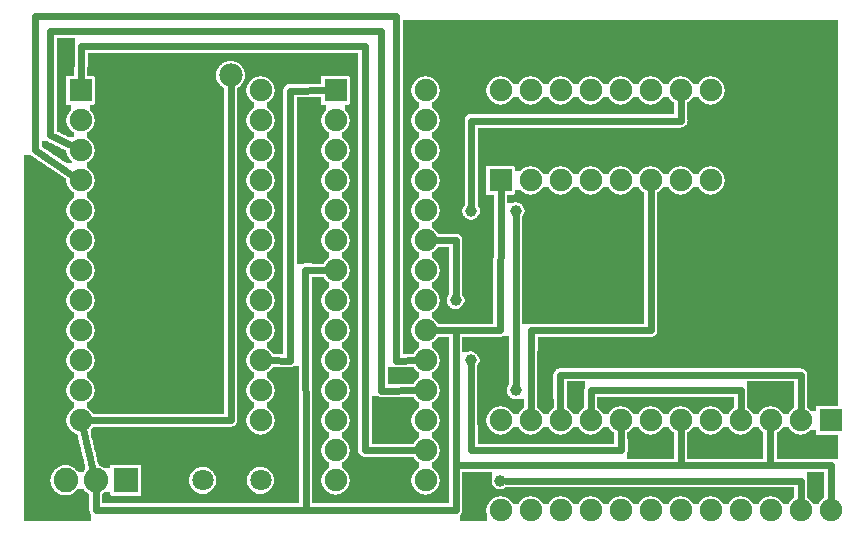
<source format=gbl>
G04 MADE WITH FRITZING*
G04 WWW.FRITZING.ORG*
G04 DOUBLE SIDED*
G04 HOLES PLATED*
G04 CONTOUR ON CENTER OF CONTOUR VECTOR*
%ASAXBY*%
%FSLAX23Y23*%
%MOIN*%
%OFA0B0*%
%SFA1.0B1.0*%
%ADD10C,0.075000*%
%ADD11C,0.039370*%
%ADD12C,0.082000*%
%ADD13C,0.070925*%
%ADD14C,0.070866*%
%ADD15C,0.078000*%
%ADD16R,0.075000X0.075000*%
%ADD17R,0.082000X0.082000*%
%ADD18C,0.024000*%
%LNCOPPER0*%
G90*
G70*
G54D10*
X109Y1146D03*
X1757Y1048D03*
X1384Y1641D03*
X1261Y394D03*
X328Y1492D03*
G54D11*
X1678Y476D03*
X1530Y1074D03*
X1678Y1074D03*
X1627Y175D03*
X1528Y576D03*
X1478Y776D03*
G54D10*
X2728Y376D03*
X2728Y76D03*
X2628Y376D03*
X2628Y76D03*
X2528Y376D03*
X2528Y76D03*
X2428Y376D03*
X2428Y76D03*
X2328Y376D03*
X2328Y76D03*
X2228Y376D03*
X2228Y76D03*
X2128Y376D03*
X2128Y76D03*
X2028Y376D03*
X2028Y76D03*
X1928Y376D03*
X1928Y76D03*
X1828Y376D03*
X1828Y76D03*
X1728Y376D03*
X1728Y76D03*
X1628Y376D03*
X1628Y76D03*
X1078Y1476D03*
X1378Y1476D03*
X1078Y1376D03*
X1378Y1376D03*
X1078Y1276D03*
X1378Y1276D03*
X1078Y1176D03*
X1378Y1176D03*
X1078Y1076D03*
X1378Y1076D03*
X1078Y976D03*
X1378Y976D03*
X1078Y876D03*
X1378Y876D03*
X1078Y776D03*
X1378Y776D03*
X1078Y676D03*
X1378Y676D03*
X1078Y576D03*
X1378Y576D03*
X1078Y476D03*
X1378Y476D03*
X1078Y376D03*
X1378Y376D03*
X1078Y276D03*
X1378Y276D03*
X1078Y176D03*
X1378Y176D03*
X228Y1476D03*
X828Y1476D03*
X228Y1376D03*
X828Y1376D03*
X228Y1276D03*
X828Y1276D03*
X228Y1176D03*
X828Y1176D03*
X228Y1076D03*
X828Y1076D03*
X228Y976D03*
X828Y976D03*
X228Y876D03*
X828Y876D03*
X228Y776D03*
X828Y776D03*
X228Y676D03*
X828Y676D03*
X228Y576D03*
X828Y576D03*
X228Y476D03*
X828Y476D03*
X228Y376D03*
X828Y376D03*
G54D12*
X378Y176D03*
X278Y176D03*
X178Y176D03*
G54D13*
X635Y176D03*
G54D14*
X828Y176D03*
G54D10*
X1628Y1176D03*
X1628Y1476D03*
X1728Y1176D03*
X1728Y1476D03*
X1828Y1176D03*
X1828Y1476D03*
X1928Y1176D03*
X1928Y1476D03*
X2028Y1176D03*
X2028Y1476D03*
X2128Y1176D03*
X2128Y1476D03*
X2228Y1176D03*
X2228Y1476D03*
X2328Y1176D03*
X2328Y1476D03*
G54D15*
X728Y1526D03*
G54D16*
X2728Y376D03*
X1078Y1476D03*
X228Y1476D03*
G54D17*
X378Y176D03*
G54D16*
X1628Y1176D03*
G54D18*
X1678Y1055D02*
X1678Y495D01*
D02*
X1530Y1375D02*
X1530Y1093D01*
D02*
X2229Y1375D02*
X1530Y1375D01*
D02*
X2228Y1447D02*
X2229Y1375D01*
D02*
X2628Y175D02*
X1646Y175D01*
D02*
X2628Y105D02*
X2628Y175D01*
D02*
X978Y78D02*
X1479Y78D01*
D02*
X279Y78D02*
X978Y78D01*
D02*
X278Y144D02*
X279Y78D01*
D02*
X977Y877D02*
X1049Y876D01*
D02*
X978Y78D02*
X977Y877D01*
D02*
X1479Y226D02*
X1479Y78D01*
D02*
X1479Y676D02*
X1479Y226D01*
D02*
X1406Y676D02*
X1479Y676D01*
D02*
X2729Y226D02*
X2728Y105D01*
D02*
X1479Y226D02*
X2729Y226D01*
D02*
X2229Y226D02*
X2228Y347D01*
D02*
X1479Y226D02*
X2229Y226D01*
D02*
X2229Y226D02*
X2526Y226D01*
D02*
X2526Y226D02*
X2527Y347D01*
D02*
X1479Y226D02*
X2229Y226D01*
D02*
X1626Y676D02*
X1628Y1147D01*
D02*
X1479Y676D02*
X1626Y676D01*
D02*
X1479Y976D02*
X1478Y795D01*
D02*
X1406Y976D02*
X1479Y976D01*
D02*
X2128Y676D02*
X1729Y676D01*
D02*
X1729Y676D02*
X1728Y405D01*
D02*
X2128Y1147D02*
X2128Y676D01*
D02*
X1528Y557D02*
X1530Y277D01*
D02*
X1530Y277D02*
X2030Y277D01*
D02*
X2030Y277D02*
X2028Y347D01*
D02*
X1928Y476D02*
X2428Y476D01*
D02*
X2428Y476D02*
X2428Y405D01*
D02*
X1928Y405D02*
X1928Y476D01*
D02*
X2628Y527D02*
X1826Y527D01*
D02*
X1826Y527D02*
X1827Y405D01*
D02*
X2628Y405D02*
X2628Y527D01*
D02*
X126Y1674D02*
X126Y1326D01*
D02*
X126Y1326D02*
X202Y1289D01*
D02*
X1230Y1674D02*
X126Y1674D01*
D02*
X76Y1276D02*
X204Y1192D01*
D02*
X76Y1724D02*
X76Y1276D01*
D02*
X1280Y1724D02*
X76Y1724D01*
D02*
X230Y1625D02*
X228Y1505D01*
D02*
X1175Y1625D02*
X230Y1625D01*
D02*
X270Y207D02*
X235Y348D01*
D02*
X1049Y1476D02*
X927Y1475D01*
D02*
X927Y1475D02*
X927Y575D01*
D02*
X927Y575D02*
X856Y576D01*
D02*
X1280Y575D02*
X1280Y1724D01*
D02*
X1349Y576D02*
X1280Y575D01*
D02*
X1230Y475D02*
X1230Y1674D01*
D02*
X1349Y476D02*
X1230Y475D01*
D02*
X1175Y276D02*
X1175Y1625D01*
D02*
X1349Y276D02*
X1175Y276D01*
D02*
X728Y376D02*
X256Y376D01*
D02*
X728Y1496D02*
X728Y376D01*
G36*
X148Y1652D02*
X148Y1340D01*
X150Y1340D01*
X150Y1338D01*
X154Y1338D01*
X154Y1336D01*
X158Y1336D01*
X158Y1334D01*
X162Y1334D01*
X162Y1332D01*
X166Y1332D01*
X166Y1330D01*
X170Y1330D01*
X170Y1328D01*
X174Y1328D01*
X174Y1326D01*
X178Y1326D01*
X178Y1324D01*
X182Y1324D01*
X182Y1322D01*
X186Y1322D01*
X186Y1320D01*
X206Y1320D01*
X206Y1336D01*
X202Y1336D01*
X202Y1338D01*
X200Y1338D01*
X200Y1340D01*
X198Y1340D01*
X198Y1342D01*
X196Y1342D01*
X196Y1344D01*
X194Y1344D01*
X194Y1346D01*
X192Y1346D01*
X192Y1348D01*
X190Y1348D01*
X190Y1350D01*
X188Y1350D01*
X188Y1354D01*
X186Y1354D01*
X186Y1358D01*
X184Y1358D01*
X184Y1362D01*
X182Y1362D01*
X182Y1368D01*
X180Y1368D01*
X180Y1384D01*
X182Y1384D01*
X182Y1390D01*
X184Y1390D01*
X184Y1394D01*
X186Y1394D01*
X186Y1398D01*
X188Y1398D01*
X188Y1402D01*
X190Y1402D01*
X190Y1404D01*
X192Y1404D01*
X192Y1406D01*
X194Y1406D01*
X194Y1408D01*
X196Y1408D01*
X196Y1428D01*
X180Y1428D01*
X180Y1524D01*
X206Y1524D01*
X206Y1554D01*
X208Y1554D01*
X208Y1630D01*
X210Y1630D01*
X210Y1652D01*
X148Y1652D01*
G37*
D02*
G36*
X948Y1454D02*
X948Y900D01*
X998Y900D01*
X998Y898D01*
X1038Y898D01*
X1038Y902D01*
X1040Y902D01*
X1040Y904D01*
X1042Y904D01*
X1042Y906D01*
X1044Y906D01*
X1044Y908D01*
X1046Y908D01*
X1046Y910D01*
X1048Y910D01*
X1048Y912D01*
X1050Y912D01*
X1050Y914D01*
X1052Y914D01*
X1052Y916D01*
X1056Y916D01*
X1056Y936D01*
X1052Y936D01*
X1052Y938D01*
X1050Y938D01*
X1050Y940D01*
X1048Y940D01*
X1048Y942D01*
X1046Y942D01*
X1046Y944D01*
X1044Y944D01*
X1044Y946D01*
X1042Y946D01*
X1042Y948D01*
X1040Y948D01*
X1040Y950D01*
X1038Y950D01*
X1038Y954D01*
X1036Y954D01*
X1036Y958D01*
X1034Y958D01*
X1034Y962D01*
X1032Y962D01*
X1032Y968D01*
X1030Y968D01*
X1030Y984D01*
X1032Y984D01*
X1032Y990D01*
X1034Y990D01*
X1034Y994D01*
X1036Y994D01*
X1036Y998D01*
X1038Y998D01*
X1038Y1002D01*
X1040Y1002D01*
X1040Y1004D01*
X1042Y1004D01*
X1042Y1006D01*
X1044Y1006D01*
X1044Y1008D01*
X1046Y1008D01*
X1046Y1010D01*
X1048Y1010D01*
X1048Y1012D01*
X1050Y1012D01*
X1050Y1014D01*
X1052Y1014D01*
X1052Y1016D01*
X1056Y1016D01*
X1056Y1036D01*
X1052Y1036D01*
X1052Y1038D01*
X1050Y1038D01*
X1050Y1040D01*
X1048Y1040D01*
X1048Y1042D01*
X1046Y1042D01*
X1046Y1044D01*
X1044Y1044D01*
X1044Y1046D01*
X1042Y1046D01*
X1042Y1048D01*
X1040Y1048D01*
X1040Y1050D01*
X1038Y1050D01*
X1038Y1054D01*
X1036Y1054D01*
X1036Y1058D01*
X1034Y1058D01*
X1034Y1062D01*
X1032Y1062D01*
X1032Y1068D01*
X1030Y1068D01*
X1030Y1084D01*
X1032Y1084D01*
X1032Y1090D01*
X1034Y1090D01*
X1034Y1094D01*
X1036Y1094D01*
X1036Y1098D01*
X1038Y1098D01*
X1038Y1102D01*
X1040Y1102D01*
X1040Y1104D01*
X1042Y1104D01*
X1042Y1106D01*
X1044Y1106D01*
X1044Y1108D01*
X1046Y1108D01*
X1046Y1110D01*
X1048Y1110D01*
X1048Y1112D01*
X1050Y1112D01*
X1050Y1114D01*
X1052Y1114D01*
X1052Y1116D01*
X1056Y1116D01*
X1056Y1136D01*
X1052Y1136D01*
X1052Y1138D01*
X1050Y1138D01*
X1050Y1140D01*
X1048Y1140D01*
X1048Y1142D01*
X1046Y1142D01*
X1046Y1144D01*
X1044Y1144D01*
X1044Y1146D01*
X1042Y1146D01*
X1042Y1148D01*
X1040Y1148D01*
X1040Y1150D01*
X1038Y1150D01*
X1038Y1154D01*
X1036Y1154D01*
X1036Y1158D01*
X1034Y1158D01*
X1034Y1162D01*
X1032Y1162D01*
X1032Y1168D01*
X1030Y1168D01*
X1030Y1184D01*
X1032Y1184D01*
X1032Y1190D01*
X1034Y1190D01*
X1034Y1194D01*
X1036Y1194D01*
X1036Y1198D01*
X1038Y1198D01*
X1038Y1202D01*
X1040Y1202D01*
X1040Y1204D01*
X1042Y1204D01*
X1042Y1206D01*
X1044Y1206D01*
X1044Y1208D01*
X1046Y1208D01*
X1046Y1210D01*
X1048Y1210D01*
X1048Y1212D01*
X1050Y1212D01*
X1050Y1214D01*
X1052Y1214D01*
X1052Y1216D01*
X1056Y1216D01*
X1056Y1236D01*
X1052Y1236D01*
X1052Y1238D01*
X1050Y1238D01*
X1050Y1240D01*
X1048Y1240D01*
X1048Y1242D01*
X1046Y1242D01*
X1046Y1244D01*
X1044Y1244D01*
X1044Y1246D01*
X1042Y1246D01*
X1042Y1248D01*
X1040Y1248D01*
X1040Y1250D01*
X1038Y1250D01*
X1038Y1254D01*
X1036Y1254D01*
X1036Y1258D01*
X1034Y1258D01*
X1034Y1262D01*
X1032Y1262D01*
X1032Y1268D01*
X1030Y1268D01*
X1030Y1284D01*
X1032Y1284D01*
X1032Y1290D01*
X1034Y1290D01*
X1034Y1294D01*
X1036Y1294D01*
X1036Y1298D01*
X1038Y1298D01*
X1038Y1302D01*
X1040Y1302D01*
X1040Y1304D01*
X1042Y1304D01*
X1042Y1306D01*
X1044Y1306D01*
X1044Y1308D01*
X1046Y1308D01*
X1046Y1310D01*
X1048Y1310D01*
X1048Y1312D01*
X1050Y1312D01*
X1050Y1314D01*
X1052Y1314D01*
X1052Y1316D01*
X1056Y1316D01*
X1056Y1336D01*
X1052Y1336D01*
X1052Y1338D01*
X1050Y1338D01*
X1050Y1340D01*
X1048Y1340D01*
X1048Y1342D01*
X1046Y1342D01*
X1046Y1344D01*
X1044Y1344D01*
X1044Y1346D01*
X1042Y1346D01*
X1042Y1348D01*
X1040Y1348D01*
X1040Y1350D01*
X1038Y1350D01*
X1038Y1354D01*
X1036Y1354D01*
X1036Y1358D01*
X1034Y1358D01*
X1034Y1362D01*
X1032Y1362D01*
X1032Y1368D01*
X1030Y1368D01*
X1030Y1384D01*
X1032Y1384D01*
X1032Y1390D01*
X1034Y1390D01*
X1034Y1394D01*
X1036Y1394D01*
X1036Y1398D01*
X1038Y1398D01*
X1038Y1402D01*
X1040Y1402D01*
X1040Y1404D01*
X1042Y1404D01*
X1042Y1406D01*
X1044Y1406D01*
X1044Y1408D01*
X1046Y1408D01*
X1046Y1428D01*
X1030Y1428D01*
X1030Y1454D01*
X948Y1454D01*
G37*
D02*
G36*
X948Y900D02*
X948Y896D01*
X968Y896D01*
X968Y898D01*
X974Y898D01*
X974Y900D01*
X948Y900D01*
G37*
D02*
G36*
X98Y1306D02*
X98Y1288D01*
X100Y1288D01*
X100Y1286D01*
X102Y1286D01*
X102Y1284D01*
X106Y1284D01*
X106Y1282D01*
X110Y1282D01*
X110Y1280D01*
X112Y1280D01*
X112Y1278D01*
X116Y1278D01*
X116Y1276D01*
X118Y1276D01*
X118Y1274D01*
X122Y1274D01*
X122Y1272D01*
X124Y1272D01*
X124Y1270D01*
X128Y1270D01*
X128Y1268D01*
X130Y1268D01*
X130Y1266D01*
X134Y1266D01*
X134Y1264D01*
X136Y1264D01*
X136Y1262D01*
X140Y1262D01*
X140Y1260D01*
X142Y1260D01*
X142Y1258D01*
X146Y1258D01*
X146Y1256D01*
X148Y1256D01*
X148Y1254D01*
X152Y1254D01*
X152Y1252D01*
X154Y1252D01*
X154Y1250D01*
X158Y1250D01*
X158Y1248D01*
X160Y1248D01*
X160Y1246D01*
X164Y1246D01*
X164Y1244D01*
X166Y1244D01*
X166Y1242D01*
X170Y1242D01*
X170Y1240D01*
X172Y1240D01*
X172Y1238D01*
X176Y1238D01*
X176Y1236D01*
X178Y1236D01*
X178Y1234D01*
X198Y1234D01*
X198Y1242D01*
X196Y1242D01*
X196Y1244D01*
X194Y1244D01*
X194Y1246D01*
X192Y1246D01*
X192Y1248D01*
X190Y1248D01*
X190Y1250D01*
X188Y1250D01*
X188Y1254D01*
X186Y1254D01*
X186Y1258D01*
X184Y1258D01*
X184Y1262D01*
X182Y1262D01*
X182Y1268D01*
X180Y1268D01*
X180Y1276D01*
X176Y1276D01*
X176Y1278D01*
X172Y1278D01*
X172Y1280D01*
X168Y1280D01*
X168Y1282D01*
X164Y1282D01*
X164Y1284D01*
X160Y1284D01*
X160Y1286D01*
X156Y1286D01*
X156Y1288D01*
X152Y1288D01*
X152Y1290D01*
X148Y1290D01*
X148Y1292D01*
X144Y1292D01*
X144Y1294D01*
X140Y1294D01*
X140Y1296D01*
X136Y1296D01*
X136Y1298D01*
X132Y1298D01*
X132Y1300D01*
X128Y1300D01*
X128Y1302D01*
X124Y1302D01*
X124Y1304D01*
X120Y1304D01*
X120Y1306D01*
X98Y1306D01*
G37*
D02*
G36*
X40Y1262D02*
X40Y226D01*
X190Y226D01*
X190Y224D01*
X196Y224D01*
X196Y222D01*
X200Y222D01*
X200Y220D01*
X202Y220D01*
X202Y218D01*
X206Y218D01*
X206Y216D01*
X208Y216D01*
X208Y214D01*
X210Y214D01*
X210Y212D01*
X212Y212D01*
X212Y210D01*
X214Y210D01*
X214Y208D01*
X216Y208D01*
X216Y206D01*
X218Y206D01*
X218Y204D01*
X238Y204D01*
X238Y208D01*
X240Y208D01*
X240Y210D01*
X242Y210D01*
X242Y232D01*
X240Y232D01*
X240Y240D01*
X238Y240D01*
X238Y248D01*
X236Y248D01*
X236Y256D01*
X234Y256D01*
X234Y264D01*
X232Y264D01*
X232Y272D01*
X230Y272D01*
X230Y280D01*
X228Y280D01*
X228Y288D01*
X226Y288D01*
X226Y296D01*
X224Y296D01*
X224Y304D01*
X222Y304D01*
X222Y312D01*
X220Y312D01*
X220Y320D01*
X218Y320D01*
X218Y328D01*
X216Y328D01*
X216Y330D01*
X214Y330D01*
X214Y332D01*
X210Y332D01*
X210Y334D01*
X206Y334D01*
X206Y336D01*
X202Y336D01*
X202Y338D01*
X200Y338D01*
X200Y340D01*
X198Y340D01*
X198Y342D01*
X196Y342D01*
X196Y344D01*
X194Y344D01*
X194Y346D01*
X192Y346D01*
X192Y348D01*
X190Y348D01*
X190Y350D01*
X188Y350D01*
X188Y354D01*
X186Y354D01*
X186Y358D01*
X184Y358D01*
X184Y362D01*
X182Y362D01*
X182Y368D01*
X180Y368D01*
X180Y384D01*
X182Y384D01*
X182Y390D01*
X184Y390D01*
X184Y394D01*
X186Y394D01*
X186Y398D01*
X188Y398D01*
X188Y402D01*
X190Y402D01*
X190Y404D01*
X192Y404D01*
X192Y406D01*
X194Y406D01*
X194Y408D01*
X196Y408D01*
X196Y410D01*
X198Y410D01*
X198Y412D01*
X200Y412D01*
X200Y414D01*
X202Y414D01*
X202Y416D01*
X206Y416D01*
X206Y436D01*
X202Y436D01*
X202Y438D01*
X200Y438D01*
X200Y440D01*
X198Y440D01*
X198Y442D01*
X196Y442D01*
X196Y444D01*
X194Y444D01*
X194Y446D01*
X192Y446D01*
X192Y448D01*
X190Y448D01*
X190Y450D01*
X188Y450D01*
X188Y454D01*
X186Y454D01*
X186Y458D01*
X184Y458D01*
X184Y462D01*
X182Y462D01*
X182Y468D01*
X180Y468D01*
X180Y484D01*
X182Y484D01*
X182Y490D01*
X184Y490D01*
X184Y494D01*
X186Y494D01*
X186Y498D01*
X188Y498D01*
X188Y502D01*
X190Y502D01*
X190Y504D01*
X192Y504D01*
X192Y506D01*
X194Y506D01*
X194Y508D01*
X196Y508D01*
X196Y510D01*
X198Y510D01*
X198Y512D01*
X200Y512D01*
X200Y514D01*
X202Y514D01*
X202Y516D01*
X206Y516D01*
X206Y536D01*
X202Y536D01*
X202Y538D01*
X200Y538D01*
X200Y540D01*
X198Y540D01*
X198Y542D01*
X196Y542D01*
X196Y544D01*
X194Y544D01*
X194Y546D01*
X192Y546D01*
X192Y548D01*
X190Y548D01*
X190Y550D01*
X188Y550D01*
X188Y554D01*
X186Y554D01*
X186Y558D01*
X184Y558D01*
X184Y562D01*
X182Y562D01*
X182Y568D01*
X180Y568D01*
X180Y584D01*
X182Y584D01*
X182Y590D01*
X184Y590D01*
X184Y594D01*
X186Y594D01*
X186Y598D01*
X188Y598D01*
X188Y602D01*
X190Y602D01*
X190Y604D01*
X192Y604D01*
X192Y606D01*
X194Y606D01*
X194Y608D01*
X196Y608D01*
X196Y610D01*
X198Y610D01*
X198Y612D01*
X200Y612D01*
X200Y614D01*
X202Y614D01*
X202Y616D01*
X206Y616D01*
X206Y636D01*
X202Y636D01*
X202Y638D01*
X200Y638D01*
X200Y640D01*
X198Y640D01*
X198Y642D01*
X196Y642D01*
X196Y644D01*
X194Y644D01*
X194Y646D01*
X192Y646D01*
X192Y648D01*
X190Y648D01*
X190Y650D01*
X188Y650D01*
X188Y654D01*
X186Y654D01*
X186Y658D01*
X184Y658D01*
X184Y662D01*
X182Y662D01*
X182Y668D01*
X180Y668D01*
X180Y684D01*
X182Y684D01*
X182Y690D01*
X184Y690D01*
X184Y694D01*
X186Y694D01*
X186Y698D01*
X188Y698D01*
X188Y702D01*
X190Y702D01*
X190Y704D01*
X192Y704D01*
X192Y706D01*
X194Y706D01*
X194Y708D01*
X196Y708D01*
X196Y710D01*
X198Y710D01*
X198Y712D01*
X200Y712D01*
X200Y714D01*
X202Y714D01*
X202Y716D01*
X206Y716D01*
X206Y736D01*
X202Y736D01*
X202Y738D01*
X200Y738D01*
X200Y740D01*
X198Y740D01*
X198Y742D01*
X196Y742D01*
X196Y744D01*
X194Y744D01*
X194Y746D01*
X192Y746D01*
X192Y748D01*
X190Y748D01*
X190Y750D01*
X188Y750D01*
X188Y754D01*
X186Y754D01*
X186Y758D01*
X184Y758D01*
X184Y762D01*
X182Y762D01*
X182Y768D01*
X180Y768D01*
X180Y784D01*
X182Y784D01*
X182Y790D01*
X184Y790D01*
X184Y794D01*
X186Y794D01*
X186Y798D01*
X188Y798D01*
X188Y802D01*
X190Y802D01*
X190Y804D01*
X192Y804D01*
X192Y806D01*
X194Y806D01*
X194Y808D01*
X196Y808D01*
X196Y810D01*
X198Y810D01*
X198Y812D01*
X200Y812D01*
X200Y814D01*
X202Y814D01*
X202Y816D01*
X206Y816D01*
X206Y836D01*
X202Y836D01*
X202Y838D01*
X200Y838D01*
X200Y840D01*
X198Y840D01*
X198Y842D01*
X196Y842D01*
X196Y844D01*
X194Y844D01*
X194Y846D01*
X192Y846D01*
X192Y848D01*
X190Y848D01*
X190Y850D01*
X188Y850D01*
X188Y854D01*
X186Y854D01*
X186Y858D01*
X184Y858D01*
X184Y862D01*
X182Y862D01*
X182Y868D01*
X180Y868D01*
X180Y884D01*
X182Y884D01*
X182Y890D01*
X184Y890D01*
X184Y894D01*
X186Y894D01*
X186Y898D01*
X188Y898D01*
X188Y902D01*
X190Y902D01*
X190Y904D01*
X192Y904D01*
X192Y906D01*
X194Y906D01*
X194Y908D01*
X196Y908D01*
X196Y910D01*
X198Y910D01*
X198Y912D01*
X200Y912D01*
X200Y914D01*
X202Y914D01*
X202Y916D01*
X206Y916D01*
X206Y936D01*
X202Y936D01*
X202Y938D01*
X200Y938D01*
X200Y940D01*
X198Y940D01*
X198Y942D01*
X196Y942D01*
X196Y944D01*
X194Y944D01*
X194Y946D01*
X192Y946D01*
X192Y948D01*
X190Y948D01*
X190Y950D01*
X188Y950D01*
X188Y954D01*
X186Y954D01*
X186Y958D01*
X184Y958D01*
X184Y962D01*
X182Y962D01*
X182Y968D01*
X180Y968D01*
X180Y984D01*
X182Y984D01*
X182Y990D01*
X184Y990D01*
X184Y994D01*
X186Y994D01*
X186Y998D01*
X188Y998D01*
X188Y1002D01*
X190Y1002D01*
X190Y1004D01*
X192Y1004D01*
X192Y1006D01*
X194Y1006D01*
X194Y1008D01*
X196Y1008D01*
X196Y1010D01*
X198Y1010D01*
X198Y1012D01*
X200Y1012D01*
X200Y1014D01*
X202Y1014D01*
X202Y1016D01*
X206Y1016D01*
X206Y1036D01*
X202Y1036D01*
X202Y1038D01*
X200Y1038D01*
X200Y1040D01*
X198Y1040D01*
X198Y1042D01*
X196Y1042D01*
X196Y1044D01*
X194Y1044D01*
X194Y1046D01*
X192Y1046D01*
X192Y1048D01*
X190Y1048D01*
X190Y1050D01*
X188Y1050D01*
X188Y1054D01*
X186Y1054D01*
X186Y1058D01*
X184Y1058D01*
X184Y1062D01*
X182Y1062D01*
X182Y1068D01*
X180Y1068D01*
X180Y1084D01*
X182Y1084D01*
X182Y1090D01*
X184Y1090D01*
X184Y1094D01*
X186Y1094D01*
X186Y1098D01*
X188Y1098D01*
X188Y1102D01*
X190Y1102D01*
X190Y1104D01*
X192Y1104D01*
X192Y1106D01*
X194Y1106D01*
X194Y1108D01*
X196Y1108D01*
X196Y1110D01*
X198Y1110D01*
X198Y1112D01*
X200Y1112D01*
X200Y1114D01*
X202Y1114D01*
X202Y1116D01*
X206Y1116D01*
X206Y1136D01*
X202Y1136D01*
X202Y1138D01*
X200Y1138D01*
X200Y1140D01*
X198Y1140D01*
X198Y1142D01*
X196Y1142D01*
X196Y1144D01*
X194Y1144D01*
X194Y1146D01*
X192Y1146D01*
X192Y1148D01*
X190Y1148D01*
X190Y1150D01*
X188Y1150D01*
X188Y1154D01*
X186Y1154D01*
X186Y1158D01*
X184Y1158D01*
X184Y1162D01*
X182Y1162D01*
X182Y1168D01*
X180Y1168D01*
X180Y1182D01*
X178Y1182D01*
X178Y1184D01*
X174Y1184D01*
X174Y1186D01*
X172Y1186D01*
X172Y1188D01*
X168Y1188D01*
X168Y1190D01*
X166Y1190D01*
X166Y1192D01*
X162Y1192D01*
X162Y1194D01*
X160Y1194D01*
X160Y1196D01*
X156Y1196D01*
X156Y1198D01*
X154Y1198D01*
X154Y1200D01*
X150Y1200D01*
X150Y1202D01*
X148Y1202D01*
X148Y1204D01*
X144Y1204D01*
X144Y1206D01*
X142Y1206D01*
X142Y1208D01*
X138Y1208D01*
X138Y1210D01*
X134Y1210D01*
X134Y1212D01*
X132Y1212D01*
X132Y1214D01*
X128Y1214D01*
X128Y1216D01*
X126Y1216D01*
X126Y1218D01*
X122Y1218D01*
X122Y1220D01*
X120Y1220D01*
X120Y1222D01*
X116Y1222D01*
X116Y1224D01*
X114Y1224D01*
X114Y1226D01*
X110Y1226D01*
X110Y1228D01*
X108Y1228D01*
X108Y1230D01*
X104Y1230D01*
X104Y1232D01*
X102Y1232D01*
X102Y1234D01*
X98Y1234D01*
X98Y1236D01*
X96Y1236D01*
X96Y1238D01*
X92Y1238D01*
X92Y1240D01*
X90Y1240D01*
X90Y1242D01*
X86Y1242D01*
X86Y1244D01*
X84Y1244D01*
X84Y1246D01*
X80Y1246D01*
X80Y1248D01*
X78Y1248D01*
X78Y1250D01*
X74Y1250D01*
X74Y1252D01*
X72Y1252D01*
X72Y1254D01*
X68Y1254D01*
X68Y1256D01*
X66Y1256D01*
X66Y1258D01*
X62Y1258D01*
X62Y1260D01*
X60Y1260D01*
X60Y1262D01*
X40Y1262D01*
G37*
D02*
G36*
X40Y226D02*
X40Y126D01*
X166Y126D01*
X166Y128D01*
X160Y128D01*
X160Y130D01*
X156Y130D01*
X156Y132D01*
X152Y132D01*
X152Y134D01*
X150Y134D01*
X150Y136D01*
X148Y136D01*
X148Y138D01*
X144Y138D01*
X144Y140D01*
X142Y140D01*
X142Y142D01*
X140Y142D01*
X140Y144D01*
X138Y144D01*
X138Y148D01*
X136Y148D01*
X136Y150D01*
X134Y150D01*
X134Y154D01*
X132Y154D01*
X132Y158D01*
X130Y158D01*
X130Y162D01*
X128Y162D01*
X128Y172D01*
X126Y172D01*
X126Y180D01*
X128Y180D01*
X128Y190D01*
X130Y190D01*
X130Y194D01*
X132Y194D01*
X132Y198D01*
X134Y198D01*
X134Y202D01*
X136Y202D01*
X136Y204D01*
X138Y204D01*
X138Y208D01*
X140Y208D01*
X140Y210D01*
X142Y210D01*
X142Y212D01*
X144Y212D01*
X144Y214D01*
X148Y214D01*
X148Y216D01*
X150Y216D01*
X150Y218D01*
X152Y218D01*
X152Y220D01*
X156Y220D01*
X156Y222D01*
X160Y222D01*
X160Y224D01*
X166Y224D01*
X166Y226D01*
X40Y226D01*
G37*
D02*
G36*
X218Y148D02*
X218Y146D01*
X216Y146D01*
X216Y144D01*
X214Y144D01*
X214Y142D01*
X212Y142D01*
X212Y140D01*
X210Y140D01*
X210Y138D01*
X208Y138D01*
X208Y136D01*
X206Y136D01*
X206Y134D01*
X202Y134D01*
X202Y132D01*
X200Y132D01*
X200Y130D01*
X196Y130D01*
X196Y128D01*
X190Y128D01*
X190Y126D01*
X256Y126D01*
X256Y132D01*
X252Y132D01*
X252Y134D01*
X250Y134D01*
X250Y136D01*
X248Y136D01*
X248Y138D01*
X244Y138D01*
X244Y140D01*
X242Y140D01*
X242Y142D01*
X240Y142D01*
X240Y144D01*
X238Y144D01*
X238Y148D01*
X218Y148D01*
G37*
D02*
G36*
X40Y126D02*
X40Y124D01*
X256Y124D01*
X256Y126D01*
X40Y126D01*
G37*
D02*
G36*
X40Y126D02*
X40Y124D01*
X256Y124D01*
X256Y126D01*
X40Y126D01*
G37*
D02*
G36*
X40Y124D02*
X40Y42D01*
X264Y42D01*
X264Y62D01*
X262Y62D01*
X262Y64D01*
X260Y64D01*
X260Y68D01*
X258Y68D01*
X258Y74D01*
X256Y74D01*
X256Y124D01*
X40Y124D01*
G37*
D02*
G36*
X1768Y1154D02*
X1768Y1152D01*
X1766Y1152D01*
X1766Y1148D01*
X1764Y1148D01*
X1764Y1146D01*
X1762Y1146D01*
X1762Y1144D01*
X1760Y1144D01*
X1760Y1142D01*
X1758Y1142D01*
X1758Y1140D01*
X1756Y1140D01*
X1756Y1138D01*
X1752Y1138D01*
X1752Y1136D01*
X1750Y1136D01*
X1750Y1134D01*
X1746Y1134D01*
X1746Y1132D01*
X1742Y1132D01*
X1742Y1130D01*
X1734Y1130D01*
X1734Y1128D01*
X1822Y1128D01*
X1822Y1130D01*
X1814Y1130D01*
X1814Y1132D01*
X1810Y1132D01*
X1810Y1134D01*
X1806Y1134D01*
X1806Y1136D01*
X1802Y1136D01*
X1802Y1138D01*
X1800Y1138D01*
X1800Y1140D01*
X1798Y1140D01*
X1798Y1142D01*
X1796Y1142D01*
X1796Y1144D01*
X1794Y1144D01*
X1794Y1146D01*
X1792Y1146D01*
X1792Y1148D01*
X1790Y1148D01*
X1790Y1150D01*
X1788Y1150D01*
X1788Y1154D01*
X1768Y1154D01*
G37*
D02*
G36*
X1868Y1154D02*
X1868Y1152D01*
X1866Y1152D01*
X1866Y1148D01*
X1864Y1148D01*
X1864Y1146D01*
X1862Y1146D01*
X1862Y1144D01*
X1860Y1144D01*
X1860Y1142D01*
X1858Y1142D01*
X1858Y1140D01*
X1856Y1140D01*
X1856Y1138D01*
X1852Y1138D01*
X1852Y1136D01*
X1850Y1136D01*
X1850Y1134D01*
X1846Y1134D01*
X1846Y1132D01*
X1842Y1132D01*
X1842Y1130D01*
X1834Y1130D01*
X1834Y1128D01*
X1922Y1128D01*
X1922Y1130D01*
X1914Y1130D01*
X1914Y1132D01*
X1910Y1132D01*
X1910Y1134D01*
X1906Y1134D01*
X1906Y1136D01*
X1902Y1136D01*
X1902Y1138D01*
X1900Y1138D01*
X1900Y1140D01*
X1898Y1140D01*
X1898Y1142D01*
X1896Y1142D01*
X1896Y1144D01*
X1894Y1144D01*
X1894Y1146D01*
X1892Y1146D01*
X1892Y1148D01*
X1890Y1148D01*
X1890Y1150D01*
X1888Y1150D01*
X1888Y1154D01*
X1868Y1154D01*
G37*
D02*
G36*
X1968Y1154D02*
X1968Y1152D01*
X1966Y1152D01*
X1966Y1148D01*
X1964Y1148D01*
X1964Y1146D01*
X1962Y1146D01*
X1962Y1144D01*
X1960Y1144D01*
X1960Y1142D01*
X1958Y1142D01*
X1958Y1140D01*
X1956Y1140D01*
X1956Y1138D01*
X1952Y1138D01*
X1952Y1136D01*
X1950Y1136D01*
X1950Y1134D01*
X1946Y1134D01*
X1946Y1132D01*
X1942Y1132D01*
X1942Y1130D01*
X1934Y1130D01*
X1934Y1128D01*
X2022Y1128D01*
X2022Y1130D01*
X2014Y1130D01*
X2014Y1132D01*
X2010Y1132D01*
X2010Y1134D01*
X2006Y1134D01*
X2006Y1136D01*
X2002Y1136D01*
X2002Y1138D01*
X2000Y1138D01*
X2000Y1140D01*
X1998Y1140D01*
X1998Y1142D01*
X1996Y1142D01*
X1996Y1144D01*
X1994Y1144D01*
X1994Y1146D01*
X1992Y1146D01*
X1992Y1148D01*
X1990Y1148D01*
X1990Y1150D01*
X1988Y1150D01*
X1988Y1154D01*
X1968Y1154D01*
G37*
D02*
G36*
X2068Y1154D02*
X2068Y1152D01*
X2066Y1152D01*
X2066Y1148D01*
X2064Y1148D01*
X2064Y1146D01*
X2062Y1146D01*
X2062Y1144D01*
X2060Y1144D01*
X2060Y1142D01*
X2058Y1142D01*
X2058Y1140D01*
X2056Y1140D01*
X2056Y1138D01*
X2052Y1138D01*
X2052Y1136D01*
X2050Y1136D01*
X2050Y1134D01*
X2046Y1134D01*
X2046Y1132D01*
X2042Y1132D01*
X2042Y1130D01*
X2034Y1130D01*
X2034Y1128D01*
X2106Y1128D01*
X2106Y1136D01*
X2102Y1136D01*
X2102Y1138D01*
X2100Y1138D01*
X2100Y1140D01*
X2098Y1140D01*
X2098Y1142D01*
X2096Y1142D01*
X2096Y1144D01*
X2094Y1144D01*
X2094Y1146D01*
X2092Y1146D01*
X2092Y1148D01*
X2090Y1148D01*
X2090Y1150D01*
X2088Y1150D01*
X2088Y1154D01*
X2068Y1154D01*
G37*
D02*
G36*
X1676Y1144D02*
X1676Y1130D01*
X1674Y1130D01*
X1674Y1128D01*
X1722Y1128D01*
X1722Y1130D01*
X1714Y1130D01*
X1714Y1132D01*
X1710Y1132D01*
X1710Y1134D01*
X1706Y1134D01*
X1706Y1136D01*
X1702Y1136D01*
X1702Y1138D01*
X1700Y1138D01*
X1700Y1140D01*
X1698Y1140D01*
X1698Y1142D01*
X1696Y1142D01*
X1696Y1144D01*
X1676Y1144D01*
G37*
D02*
G36*
X1650Y1128D02*
X1650Y1126D01*
X2106Y1126D01*
X2106Y1128D01*
X1650Y1128D01*
G37*
D02*
G36*
X1650Y1128D02*
X1650Y1126D01*
X2106Y1126D01*
X2106Y1128D01*
X1650Y1128D01*
G37*
D02*
G36*
X1650Y1128D02*
X1650Y1126D01*
X2106Y1126D01*
X2106Y1128D01*
X1650Y1128D01*
G37*
D02*
G36*
X1650Y1128D02*
X1650Y1126D01*
X2106Y1126D01*
X2106Y1128D01*
X1650Y1128D01*
G37*
D02*
G36*
X1650Y1128D02*
X1650Y1126D01*
X2106Y1126D01*
X2106Y1128D01*
X1650Y1128D01*
G37*
D02*
G36*
X1650Y1126D02*
X1650Y1104D01*
X1682Y1104D01*
X1682Y1102D01*
X1688Y1102D01*
X1688Y1100D01*
X1692Y1100D01*
X1692Y1098D01*
X1694Y1098D01*
X1694Y1096D01*
X1698Y1096D01*
X1698Y1094D01*
X1700Y1094D01*
X1700Y1090D01*
X1702Y1090D01*
X1702Y1088D01*
X1704Y1088D01*
X1704Y1084D01*
X1706Y1084D01*
X1706Y1078D01*
X1708Y1078D01*
X1708Y1070D01*
X1706Y1070D01*
X1706Y1064D01*
X1704Y1064D01*
X1704Y1060D01*
X1702Y1060D01*
X1702Y1058D01*
X1700Y1058D01*
X1700Y696D01*
X1724Y696D01*
X1724Y698D01*
X2106Y698D01*
X2106Y1126D01*
X1650Y1126D01*
G37*
D02*
G36*
X1650Y1104D02*
X1650Y1102D01*
X1672Y1102D01*
X1672Y1104D01*
X1650Y1104D01*
G37*
D02*
G36*
X1302Y1712D02*
X1302Y1524D01*
X2334Y1524D01*
X2334Y1522D01*
X2342Y1522D01*
X2342Y1520D01*
X2346Y1520D01*
X2346Y1518D01*
X2350Y1518D01*
X2350Y1516D01*
X2352Y1516D01*
X2352Y1514D01*
X2356Y1514D01*
X2356Y1512D01*
X2358Y1512D01*
X2358Y1510D01*
X2360Y1510D01*
X2360Y1508D01*
X2362Y1508D01*
X2362Y1506D01*
X2364Y1506D01*
X2364Y1504D01*
X2366Y1504D01*
X2366Y1500D01*
X2368Y1500D01*
X2368Y1498D01*
X2370Y1498D01*
X2370Y1494D01*
X2372Y1494D01*
X2372Y1488D01*
X2374Y1488D01*
X2374Y1480D01*
X2376Y1480D01*
X2376Y1472D01*
X2374Y1472D01*
X2374Y1464D01*
X2372Y1464D01*
X2372Y1458D01*
X2370Y1458D01*
X2370Y1454D01*
X2368Y1454D01*
X2368Y1452D01*
X2366Y1452D01*
X2366Y1448D01*
X2364Y1448D01*
X2364Y1446D01*
X2362Y1446D01*
X2362Y1444D01*
X2360Y1444D01*
X2360Y1442D01*
X2358Y1442D01*
X2358Y1440D01*
X2356Y1440D01*
X2356Y1438D01*
X2352Y1438D01*
X2352Y1436D01*
X2350Y1436D01*
X2350Y1434D01*
X2346Y1434D01*
X2346Y1432D01*
X2342Y1432D01*
X2342Y1430D01*
X2334Y1430D01*
X2334Y1428D01*
X2754Y1428D01*
X2754Y1712D01*
X1302Y1712D01*
G37*
D02*
G36*
X1302Y1524D02*
X1302Y598D01*
X1338Y598D01*
X1338Y602D01*
X1340Y602D01*
X1340Y604D01*
X1342Y604D01*
X1342Y606D01*
X1344Y606D01*
X1344Y608D01*
X1346Y608D01*
X1346Y610D01*
X1348Y610D01*
X1348Y612D01*
X1350Y612D01*
X1350Y614D01*
X1352Y614D01*
X1352Y616D01*
X1356Y616D01*
X1356Y636D01*
X1352Y636D01*
X1352Y638D01*
X1350Y638D01*
X1350Y640D01*
X1348Y640D01*
X1348Y642D01*
X1346Y642D01*
X1346Y644D01*
X1344Y644D01*
X1344Y646D01*
X1342Y646D01*
X1342Y648D01*
X1340Y648D01*
X1340Y650D01*
X1338Y650D01*
X1338Y654D01*
X1336Y654D01*
X1336Y658D01*
X1334Y658D01*
X1334Y662D01*
X1332Y662D01*
X1332Y668D01*
X1330Y668D01*
X1330Y684D01*
X1332Y684D01*
X1332Y690D01*
X1334Y690D01*
X1334Y694D01*
X1336Y694D01*
X1336Y698D01*
X1338Y698D01*
X1338Y702D01*
X1340Y702D01*
X1340Y704D01*
X1342Y704D01*
X1342Y706D01*
X1344Y706D01*
X1344Y708D01*
X1346Y708D01*
X1346Y710D01*
X1348Y710D01*
X1348Y712D01*
X1350Y712D01*
X1350Y714D01*
X1352Y714D01*
X1352Y716D01*
X1356Y716D01*
X1356Y736D01*
X1352Y736D01*
X1352Y738D01*
X1350Y738D01*
X1350Y740D01*
X1348Y740D01*
X1348Y742D01*
X1346Y742D01*
X1346Y744D01*
X1344Y744D01*
X1344Y746D01*
X1342Y746D01*
X1342Y748D01*
X1340Y748D01*
X1340Y750D01*
X1338Y750D01*
X1338Y754D01*
X1336Y754D01*
X1336Y758D01*
X1334Y758D01*
X1334Y762D01*
X1332Y762D01*
X1332Y768D01*
X1330Y768D01*
X1330Y784D01*
X1332Y784D01*
X1332Y790D01*
X1334Y790D01*
X1334Y794D01*
X1336Y794D01*
X1336Y798D01*
X1338Y798D01*
X1338Y802D01*
X1340Y802D01*
X1340Y804D01*
X1342Y804D01*
X1342Y806D01*
X1344Y806D01*
X1344Y808D01*
X1346Y808D01*
X1346Y810D01*
X1348Y810D01*
X1348Y812D01*
X1350Y812D01*
X1350Y814D01*
X1352Y814D01*
X1352Y816D01*
X1356Y816D01*
X1356Y836D01*
X1352Y836D01*
X1352Y838D01*
X1350Y838D01*
X1350Y840D01*
X1348Y840D01*
X1348Y842D01*
X1346Y842D01*
X1346Y844D01*
X1344Y844D01*
X1344Y846D01*
X1342Y846D01*
X1342Y848D01*
X1340Y848D01*
X1340Y850D01*
X1338Y850D01*
X1338Y854D01*
X1336Y854D01*
X1336Y858D01*
X1334Y858D01*
X1334Y862D01*
X1332Y862D01*
X1332Y868D01*
X1330Y868D01*
X1330Y884D01*
X1332Y884D01*
X1332Y890D01*
X1334Y890D01*
X1334Y894D01*
X1336Y894D01*
X1336Y898D01*
X1338Y898D01*
X1338Y902D01*
X1340Y902D01*
X1340Y904D01*
X1342Y904D01*
X1342Y906D01*
X1344Y906D01*
X1344Y908D01*
X1346Y908D01*
X1346Y910D01*
X1348Y910D01*
X1348Y912D01*
X1350Y912D01*
X1350Y914D01*
X1352Y914D01*
X1352Y916D01*
X1356Y916D01*
X1356Y936D01*
X1352Y936D01*
X1352Y938D01*
X1350Y938D01*
X1350Y940D01*
X1348Y940D01*
X1348Y942D01*
X1346Y942D01*
X1346Y944D01*
X1344Y944D01*
X1344Y946D01*
X1342Y946D01*
X1342Y948D01*
X1340Y948D01*
X1340Y950D01*
X1338Y950D01*
X1338Y954D01*
X1336Y954D01*
X1336Y958D01*
X1334Y958D01*
X1334Y962D01*
X1332Y962D01*
X1332Y968D01*
X1330Y968D01*
X1330Y984D01*
X1332Y984D01*
X1332Y990D01*
X1334Y990D01*
X1334Y994D01*
X1336Y994D01*
X1336Y998D01*
X1338Y998D01*
X1338Y1002D01*
X1340Y1002D01*
X1340Y1004D01*
X1342Y1004D01*
X1342Y1006D01*
X1344Y1006D01*
X1344Y1008D01*
X1346Y1008D01*
X1346Y1010D01*
X1348Y1010D01*
X1348Y1012D01*
X1350Y1012D01*
X1350Y1014D01*
X1352Y1014D01*
X1352Y1016D01*
X1356Y1016D01*
X1356Y1036D01*
X1352Y1036D01*
X1352Y1038D01*
X1350Y1038D01*
X1350Y1040D01*
X1348Y1040D01*
X1348Y1042D01*
X1346Y1042D01*
X1346Y1044D01*
X1344Y1044D01*
X1344Y1046D01*
X1342Y1046D01*
X1342Y1048D01*
X1340Y1048D01*
X1340Y1050D01*
X1338Y1050D01*
X1338Y1054D01*
X1336Y1054D01*
X1336Y1058D01*
X1334Y1058D01*
X1334Y1062D01*
X1332Y1062D01*
X1332Y1068D01*
X1330Y1068D01*
X1330Y1084D01*
X1332Y1084D01*
X1332Y1090D01*
X1334Y1090D01*
X1334Y1094D01*
X1336Y1094D01*
X1336Y1098D01*
X1338Y1098D01*
X1338Y1102D01*
X1340Y1102D01*
X1340Y1104D01*
X1342Y1104D01*
X1342Y1106D01*
X1344Y1106D01*
X1344Y1108D01*
X1346Y1108D01*
X1346Y1110D01*
X1348Y1110D01*
X1348Y1112D01*
X1350Y1112D01*
X1350Y1114D01*
X1352Y1114D01*
X1352Y1116D01*
X1356Y1116D01*
X1356Y1136D01*
X1352Y1136D01*
X1352Y1138D01*
X1350Y1138D01*
X1350Y1140D01*
X1348Y1140D01*
X1348Y1142D01*
X1346Y1142D01*
X1346Y1144D01*
X1344Y1144D01*
X1344Y1146D01*
X1342Y1146D01*
X1342Y1148D01*
X1340Y1148D01*
X1340Y1150D01*
X1338Y1150D01*
X1338Y1154D01*
X1336Y1154D01*
X1336Y1158D01*
X1334Y1158D01*
X1334Y1162D01*
X1332Y1162D01*
X1332Y1168D01*
X1330Y1168D01*
X1330Y1184D01*
X1332Y1184D01*
X1332Y1190D01*
X1334Y1190D01*
X1334Y1194D01*
X1336Y1194D01*
X1336Y1198D01*
X1338Y1198D01*
X1338Y1202D01*
X1340Y1202D01*
X1340Y1204D01*
X1342Y1204D01*
X1342Y1206D01*
X1344Y1206D01*
X1344Y1208D01*
X1346Y1208D01*
X1346Y1210D01*
X1348Y1210D01*
X1348Y1212D01*
X1350Y1212D01*
X1350Y1214D01*
X1352Y1214D01*
X1352Y1216D01*
X1356Y1216D01*
X1356Y1236D01*
X1352Y1236D01*
X1352Y1238D01*
X1350Y1238D01*
X1350Y1240D01*
X1348Y1240D01*
X1348Y1242D01*
X1346Y1242D01*
X1346Y1244D01*
X1344Y1244D01*
X1344Y1246D01*
X1342Y1246D01*
X1342Y1248D01*
X1340Y1248D01*
X1340Y1250D01*
X1338Y1250D01*
X1338Y1254D01*
X1336Y1254D01*
X1336Y1258D01*
X1334Y1258D01*
X1334Y1262D01*
X1332Y1262D01*
X1332Y1268D01*
X1330Y1268D01*
X1330Y1284D01*
X1332Y1284D01*
X1332Y1290D01*
X1334Y1290D01*
X1334Y1294D01*
X1336Y1294D01*
X1336Y1298D01*
X1338Y1298D01*
X1338Y1302D01*
X1340Y1302D01*
X1340Y1304D01*
X1342Y1304D01*
X1342Y1306D01*
X1344Y1306D01*
X1344Y1308D01*
X1346Y1308D01*
X1346Y1310D01*
X1348Y1310D01*
X1348Y1312D01*
X1350Y1312D01*
X1350Y1314D01*
X1352Y1314D01*
X1352Y1316D01*
X1356Y1316D01*
X1356Y1336D01*
X1352Y1336D01*
X1352Y1338D01*
X1350Y1338D01*
X1350Y1340D01*
X1348Y1340D01*
X1348Y1342D01*
X1346Y1342D01*
X1346Y1344D01*
X1344Y1344D01*
X1344Y1346D01*
X1342Y1346D01*
X1342Y1348D01*
X1340Y1348D01*
X1340Y1350D01*
X1338Y1350D01*
X1338Y1354D01*
X1336Y1354D01*
X1336Y1358D01*
X1334Y1358D01*
X1334Y1362D01*
X1332Y1362D01*
X1332Y1368D01*
X1330Y1368D01*
X1330Y1384D01*
X1332Y1384D01*
X1332Y1390D01*
X1334Y1390D01*
X1334Y1394D01*
X1336Y1394D01*
X1336Y1398D01*
X1338Y1398D01*
X1338Y1402D01*
X1340Y1402D01*
X1340Y1404D01*
X1342Y1404D01*
X1342Y1406D01*
X1344Y1406D01*
X1344Y1408D01*
X1346Y1408D01*
X1346Y1410D01*
X1348Y1410D01*
X1348Y1412D01*
X1350Y1412D01*
X1350Y1414D01*
X1352Y1414D01*
X1352Y1416D01*
X1356Y1416D01*
X1356Y1436D01*
X1352Y1436D01*
X1352Y1438D01*
X1350Y1438D01*
X1350Y1440D01*
X1348Y1440D01*
X1348Y1442D01*
X1346Y1442D01*
X1346Y1444D01*
X1344Y1444D01*
X1344Y1446D01*
X1342Y1446D01*
X1342Y1448D01*
X1340Y1448D01*
X1340Y1450D01*
X1338Y1450D01*
X1338Y1454D01*
X1336Y1454D01*
X1336Y1458D01*
X1334Y1458D01*
X1334Y1462D01*
X1332Y1462D01*
X1332Y1468D01*
X1330Y1468D01*
X1330Y1484D01*
X1332Y1484D01*
X1332Y1490D01*
X1334Y1490D01*
X1334Y1494D01*
X1336Y1494D01*
X1336Y1498D01*
X1338Y1498D01*
X1338Y1502D01*
X1340Y1502D01*
X1340Y1504D01*
X1342Y1504D01*
X1342Y1506D01*
X1344Y1506D01*
X1344Y1508D01*
X1346Y1508D01*
X1346Y1510D01*
X1348Y1510D01*
X1348Y1512D01*
X1350Y1512D01*
X1350Y1514D01*
X1352Y1514D01*
X1352Y1516D01*
X1356Y1516D01*
X1356Y1518D01*
X1360Y1518D01*
X1360Y1520D01*
X1364Y1520D01*
X1364Y1522D01*
X1372Y1522D01*
X1372Y1524D01*
X1302Y1524D01*
G37*
D02*
G36*
X1384Y1524D02*
X1384Y1522D01*
X1392Y1522D01*
X1392Y1520D01*
X1396Y1520D01*
X1396Y1518D01*
X1400Y1518D01*
X1400Y1516D01*
X1402Y1516D01*
X1402Y1514D01*
X1406Y1514D01*
X1406Y1512D01*
X1408Y1512D01*
X1408Y1510D01*
X1410Y1510D01*
X1410Y1508D01*
X1412Y1508D01*
X1412Y1506D01*
X1414Y1506D01*
X1414Y1504D01*
X1416Y1504D01*
X1416Y1500D01*
X1418Y1500D01*
X1418Y1498D01*
X1420Y1498D01*
X1420Y1494D01*
X1422Y1494D01*
X1422Y1488D01*
X1424Y1488D01*
X1424Y1480D01*
X1426Y1480D01*
X1426Y1472D01*
X1424Y1472D01*
X1424Y1464D01*
X1422Y1464D01*
X1422Y1458D01*
X1420Y1458D01*
X1420Y1454D01*
X1418Y1454D01*
X1418Y1452D01*
X1416Y1452D01*
X1416Y1448D01*
X1414Y1448D01*
X1414Y1446D01*
X1412Y1446D01*
X1412Y1444D01*
X1410Y1444D01*
X1410Y1442D01*
X1408Y1442D01*
X1408Y1440D01*
X1406Y1440D01*
X1406Y1438D01*
X1402Y1438D01*
X1402Y1436D01*
X1400Y1436D01*
X1400Y1428D01*
X1622Y1428D01*
X1622Y1430D01*
X1614Y1430D01*
X1614Y1432D01*
X1610Y1432D01*
X1610Y1434D01*
X1606Y1434D01*
X1606Y1436D01*
X1602Y1436D01*
X1602Y1438D01*
X1600Y1438D01*
X1600Y1440D01*
X1598Y1440D01*
X1598Y1442D01*
X1596Y1442D01*
X1596Y1444D01*
X1594Y1444D01*
X1594Y1446D01*
X1592Y1446D01*
X1592Y1448D01*
X1590Y1448D01*
X1590Y1450D01*
X1588Y1450D01*
X1588Y1454D01*
X1586Y1454D01*
X1586Y1458D01*
X1584Y1458D01*
X1584Y1462D01*
X1582Y1462D01*
X1582Y1468D01*
X1580Y1468D01*
X1580Y1484D01*
X1582Y1484D01*
X1582Y1490D01*
X1584Y1490D01*
X1584Y1494D01*
X1586Y1494D01*
X1586Y1498D01*
X1588Y1498D01*
X1588Y1502D01*
X1590Y1502D01*
X1590Y1504D01*
X1592Y1504D01*
X1592Y1506D01*
X1594Y1506D01*
X1594Y1508D01*
X1596Y1508D01*
X1596Y1510D01*
X1598Y1510D01*
X1598Y1512D01*
X1600Y1512D01*
X1600Y1514D01*
X1602Y1514D01*
X1602Y1516D01*
X1606Y1516D01*
X1606Y1518D01*
X1610Y1518D01*
X1610Y1520D01*
X1614Y1520D01*
X1614Y1522D01*
X1622Y1522D01*
X1622Y1524D01*
X1384Y1524D01*
G37*
D02*
G36*
X1634Y1524D02*
X1634Y1522D01*
X1642Y1522D01*
X1642Y1520D01*
X1646Y1520D01*
X1646Y1518D01*
X1650Y1518D01*
X1650Y1516D01*
X1652Y1516D01*
X1652Y1514D01*
X1656Y1514D01*
X1656Y1512D01*
X1658Y1512D01*
X1658Y1510D01*
X1660Y1510D01*
X1660Y1508D01*
X1662Y1508D01*
X1662Y1506D01*
X1664Y1506D01*
X1664Y1504D01*
X1666Y1504D01*
X1666Y1500D01*
X1668Y1500D01*
X1668Y1498D01*
X1688Y1498D01*
X1688Y1502D01*
X1690Y1502D01*
X1690Y1504D01*
X1692Y1504D01*
X1692Y1506D01*
X1694Y1506D01*
X1694Y1508D01*
X1696Y1508D01*
X1696Y1510D01*
X1698Y1510D01*
X1698Y1512D01*
X1700Y1512D01*
X1700Y1514D01*
X1702Y1514D01*
X1702Y1516D01*
X1706Y1516D01*
X1706Y1518D01*
X1710Y1518D01*
X1710Y1520D01*
X1714Y1520D01*
X1714Y1522D01*
X1722Y1522D01*
X1722Y1524D01*
X1634Y1524D01*
G37*
D02*
G36*
X1734Y1524D02*
X1734Y1522D01*
X1742Y1522D01*
X1742Y1520D01*
X1746Y1520D01*
X1746Y1518D01*
X1750Y1518D01*
X1750Y1516D01*
X1752Y1516D01*
X1752Y1514D01*
X1756Y1514D01*
X1756Y1512D01*
X1758Y1512D01*
X1758Y1510D01*
X1760Y1510D01*
X1760Y1508D01*
X1762Y1508D01*
X1762Y1506D01*
X1764Y1506D01*
X1764Y1504D01*
X1766Y1504D01*
X1766Y1500D01*
X1768Y1500D01*
X1768Y1498D01*
X1788Y1498D01*
X1788Y1502D01*
X1790Y1502D01*
X1790Y1504D01*
X1792Y1504D01*
X1792Y1506D01*
X1794Y1506D01*
X1794Y1508D01*
X1796Y1508D01*
X1796Y1510D01*
X1798Y1510D01*
X1798Y1512D01*
X1800Y1512D01*
X1800Y1514D01*
X1802Y1514D01*
X1802Y1516D01*
X1806Y1516D01*
X1806Y1518D01*
X1810Y1518D01*
X1810Y1520D01*
X1814Y1520D01*
X1814Y1522D01*
X1822Y1522D01*
X1822Y1524D01*
X1734Y1524D01*
G37*
D02*
G36*
X1834Y1524D02*
X1834Y1522D01*
X1842Y1522D01*
X1842Y1520D01*
X1846Y1520D01*
X1846Y1518D01*
X1850Y1518D01*
X1850Y1516D01*
X1852Y1516D01*
X1852Y1514D01*
X1856Y1514D01*
X1856Y1512D01*
X1858Y1512D01*
X1858Y1510D01*
X1860Y1510D01*
X1860Y1508D01*
X1862Y1508D01*
X1862Y1506D01*
X1864Y1506D01*
X1864Y1504D01*
X1866Y1504D01*
X1866Y1500D01*
X1868Y1500D01*
X1868Y1498D01*
X1888Y1498D01*
X1888Y1502D01*
X1890Y1502D01*
X1890Y1504D01*
X1892Y1504D01*
X1892Y1506D01*
X1894Y1506D01*
X1894Y1508D01*
X1896Y1508D01*
X1896Y1510D01*
X1898Y1510D01*
X1898Y1512D01*
X1900Y1512D01*
X1900Y1514D01*
X1902Y1514D01*
X1902Y1516D01*
X1906Y1516D01*
X1906Y1518D01*
X1910Y1518D01*
X1910Y1520D01*
X1914Y1520D01*
X1914Y1522D01*
X1922Y1522D01*
X1922Y1524D01*
X1834Y1524D01*
G37*
D02*
G36*
X1934Y1524D02*
X1934Y1522D01*
X1942Y1522D01*
X1942Y1520D01*
X1946Y1520D01*
X1946Y1518D01*
X1950Y1518D01*
X1950Y1516D01*
X1952Y1516D01*
X1952Y1514D01*
X1956Y1514D01*
X1956Y1512D01*
X1958Y1512D01*
X1958Y1510D01*
X1960Y1510D01*
X1960Y1508D01*
X1962Y1508D01*
X1962Y1506D01*
X1964Y1506D01*
X1964Y1504D01*
X1966Y1504D01*
X1966Y1500D01*
X1968Y1500D01*
X1968Y1498D01*
X1988Y1498D01*
X1988Y1502D01*
X1990Y1502D01*
X1990Y1504D01*
X1992Y1504D01*
X1992Y1506D01*
X1994Y1506D01*
X1994Y1508D01*
X1996Y1508D01*
X1996Y1510D01*
X1998Y1510D01*
X1998Y1512D01*
X2000Y1512D01*
X2000Y1514D01*
X2002Y1514D01*
X2002Y1516D01*
X2006Y1516D01*
X2006Y1518D01*
X2010Y1518D01*
X2010Y1520D01*
X2014Y1520D01*
X2014Y1522D01*
X2022Y1522D01*
X2022Y1524D01*
X1934Y1524D01*
G37*
D02*
G36*
X2034Y1524D02*
X2034Y1522D01*
X2042Y1522D01*
X2042Y1520D01*
X2046Y1520D01*
X2046Y1518D01*
X2050Y1518D01*
X2050Y1516D01*
X2052Y1516D01*
X2052Y1514D01*
X2056Y1514D01*
X2056Y1512D01*
X2058Y1512D01*
X2058Y1510D01*
X2060Y1510D01*
X2060Y1508D01*
X2062Y1508D01*
X2062Y1506D01*
X2064Y1506D01*
X2064Y1504D01*
X2066Y1504D01*
X2066Y1500D01*
X2068Y1500D01*
X2068Y1498D01*
X2088Y1498D01*
X2088Y1502D01*
X2090Y1502D01*
X2090Y1504D01*
X2092Y1504D01*
X2092Y1506D01*
X2094Y1506D01*
X2094Y1508D01*
X2096Y1508D01*
X2096Y1510D01*
X2098Y1510D01*
X2098Y1512D01*
X2100Y1512D01*
X2100Y1514D01*
X2102Y1514D01*
X2102Y1516D01*
X2106Y1516D01*
X2106Y1518D01*
X2110Y1518D01*
X2110Y1520D01*
X2114Y1520D01*
X2114Y1522D01*
X2122Y1522D01*
X2122Y1524D01*
X2034Y1524D01*
G37*
D02*
G36*
X2134Y1524D02*
X2134Y1522D01*
X2142Y1522D01*
X2142Y1520D01*
X2146Y1520D01*
X2146Y1518D01*
X2150Y1518D01*
X2150Y1516D01*
X2152Y1516D01*
X2152Y1514D01*
X2156Y1514D01*
X2156Y1512D01*
X2158Y1512D01*
X2158Y1510D01*
X2160Y1510D01*
X2160Y1508D01*
X2162Y1508D01*
X2162Y1506D01*
X2164Y1506D01*
X2164Y1504D01*
X2166Y1504D01*
X2166Y1500D01*
X2168Y1500D01*
X2168Y1498D01*
X2188Y1498D01*
X2188Y1502D01*
X2190Y1502D01*
X2190Y1504D01*
X2192Y1504D01*
X2192Y1506D01*
X2194Y1506D01*
X2194Y1508D01*
X2196Y1508D01*
X2196Y1510D01*
X2198Y1510D01*
X2198Y1512D01*
X2200Y1512D01*
X2200Y1514D01*
X2202Y1514D01*
X2202Y1516D01*
X2206Y1516D01*
X2206Y1518D01*
X2210Y1518D01*
X2210Y1520D01*
X2214Y1520D01*
X2214Y1522D01*
X2222Y1522D01*
X2222Y1524D01*
X2134Y1524D01*
G37*
D02*
G36*
X2234Y1524D02*
X2234Y1522D01*
X2242Y1522D01*
X2242Y1520D01*
X2246Y1520D01*
X2246Y1518D01*
X2250Y1518D01*
X2250Y1516D01*
X2252Y1516D01*
X2252Y1514D01*
X2256Y1514D01*
X2256Y1512D01*
X2258Y1512D01*
X2258Y1510D01*
X2260Y1510D01*
X2260Y1508D01*
X2262Y1508D01*
X2262Y1506D01*
X2264Y1506D01*
X2264Y1504D01*
X2266Y1504D01*
X2266Y1500D01*
X2268Y1500D01*
X2268Y1498D01*
X2288Y1498D01*
X2288Y1502D01*
X2290Y1502D01*
X2290Y1504D01*
X2292Y1504D01*
X2292Y1506D01*
X2294Y1506D01*
X2294Y1508D01*
X2296Y1508D01*
X2296Y1510D01*
X2298Y1510D01*
X2298Y1512D01*
X2300Y1512D01*
X2300Y1514D01*
X2302Y1514D01*
X2302Y1516D01*
X2306Y1516D01*
X2306Y1518D01*
X2310Y1518D01*
X2310Y1520D01*
X2314Y1520D01*
X2314Y1522D01*
X2322Y1522D01*
X2322Y1524D01*
X2234Y1524D01*
G37*
D02*
G36*
X1668Y1454D02*
X1668Y1452D01*
X1666Y1452D01*
X1666Y1448D01*
X1664Y1448D01*
X1664Y1446D01*
X1662Y1446D01*
X1662Y1444D01*
X1660Y1444D01*
X1660Y1442D01*
X1658Y1442D01*
X1658Y1440D01*
X1656Y1440D01*
X1656Y1438D01*
X1652Y1438D01*
X1652Y1436D01*
X1650Y1436D01*
X1650Y1434D01*
X1646Y1434D01*
X1646Y1432D01*
X1642Y1432D01*
X1642Y1430D01*
X1634Y1430D01*
X1634Y1428D01*
X1722Y1428D01*
X1722Y1430D01*
X1714Y1430D01*
X1714Y1432D01*
X1710Y1432D01*
X1710Y1434D01*
X1706Y1434D01*
X1706Y1436D01*
X1702Y1436D01*
X1702Y1438D01*
X1700Y1438D01*
X1700Y1440D01*
X1698Y1440D01*
X1698Y1442D01*
X1696Y1442D01*
X1696Y1444D01*
X1694Y1444D01*
X1694Y1446D01*
X1692Y1446D01*
X1692Y1448D01*
X1690Y1448D01*
X1690Y1450D01*
X1688Y1450D01*
X1688Y1454D01*
X1668Y1454D01*
G37*
D02*
G36*
X1768Y1454D02*
X1768Y1452D01*
X1766Y1452D01*
X1766Y1448D01*
X1764Y1448D01*
X1764Y1446D01*
X1762Y1446D01*
X1762Y1444D01*
X1760Y1444D01*
X1760Y1442D01*
X1758Y1442D01*
X1758Y1440D01*
X1756Y1440D01*
X1756Y1438D01*
X1752Y1438D01*
X1752Y1436D01*
X1750Y1436D01*
X1750Y1434D01*
X1746Y1434D01*
X1746Y1432D01*
X1742Y1432D01*
X1742Y1430D01*
X1734Y1430D01*
X1734Y1428D01*
X1822Y1428D01*
X1822Y1430D01*
X1814Y1430D01*
X1814Y1432D01*
X1810Y1432D01*
X1810Y1434D01*
X1806Y1434D01*
X1806Y1436D01*
X1802Y1436D01*
X1802Y1438D01*
X1800Y1438D01*
X1800Y1440D01*
X1798Y1440D01*
X1798Y1442D01*
X1796Y1442D01*
X1796Y1444D01*
X1794Y1444D01*
X1794Y1446D01*
X1792Y1446D01*
X1792Y1448D01*
X1790Y1448D01*
X1790Y1450D01*
X1788Y1450D01*
X1788Y1454D01*
X1768Y1454D01*
G37*
D02*
G36*
X1868Y1454D02*
X1868Y1452D01*
X1866Y1452D01*
X1866Y1448D01*
X1864Y1448D01*
X1864Y1446D01*
X1862Y1446D01*
X1862Y1444D01*
X1860Y1444D01*
X1860Y1442D01*
X1858Y1442D01*
X1858Y1440D01*
X1856Y1440D01*
X1856Y1438D01*
X1852Y1438D01*
X1852Y1436D01*
X1850Y1436D01*
X1850Y1434D01*
X1846Y1434D01*
X1846Y1432D01*
X1842Y1432D01*
X1842Y1430D01*
X1834Y1430D01*
X1834Y1428D01*
X1922Y1428D01*
X1922Y1430D01*
X1914Y1430D01*
X1914Y1432D01*
X1910Y1432D01*
X1910Y1434D01*
X1906Y1434D01*
X1906Y1436D01*
X1902Y1436D01*
X1902Y1438D01*
X1900Y1438D01*
X1900Y1440D01*
X1898Y1440D01*
X1898Y1442D01*
X1896Y1442D01*
X1896Y1444D01*
X1894Y1444D01*
X1894Y1446D01*
X1892Y1446D01*
X1892Y1448D01*
X1890Y1448D01*
X1890Y1450D01*
X1888Y1450D01*
X1888Y1454D01*
X1868Y1454D01*
G37*
D02*
G36*
X1968Y1454D02*
X1968Y1452D01*
X1966Y1452D01*
X1966Y1448D01*
X1964Y1448D01*
X1964Y1446D01*
X1962Y1446D01*
X1962Y1444D01*
X1960Y1444D01*
X1960Y1442D01*
X1958Y1442D01*
X1958Y1440D01*
X1956Y1440D01*
X1956Y1438D01*
X1952Y1438D01*
X1952Y1436D01*
X1950Y1436D01*
X1950Y1434D01*
X1946Y1434D01*
X1946Y1432D01*
X1942Y1432D01*
X1942Y1430D01*
X1934Y1430D01*
X1934Y1428D01*
X2022Y1428D01*
X2022Y1430D01*
X2014Y1430D01*
X2014Y1432D01*
X2010Y1432D01*
X2010Y1434D01*
X2006Y1434D01*
X2006Y1436D01*
X2002Y1436D01*
X2002Y1438D01*
X2000Y1438D01*
X2000Y1440D01*
X1998Y1440D01*
X1998Y1442D01*
X1996Y1442D01*
X1996Y1444D01*
X1994Y1444D01*
X1994Y1446D01*
X1992Y1446D01*
X1992Y1448D01*
X1990Y1448D01*
X1990Y1450D01*
X1988Y1450D01*
X1988Y1454D01*
X1968Y1454D01*
G37*
D02*
G36*
X2068Y1454D02*
X2068Y1452D01*
X2066Y1452D01*
X2066Y1448D01*
X2064Y1448D01*
X2064Y1446D01*
X2062Y1446D01*
X2062Y1444D01*
X2060Y1444D01*
X2060Y1442D01*
X2058Y1442D01*
X2058Y1440D01*
X2056Y1440D01*
X2056Y1438D01*
X2052Y1438D01*
X2052Y1436D01*
X2050Y1436D01*
X2050Y1434D01*
X2046Y1434D01*
X2046Y1432D01*
X2042Y1432D01*
X2042Y1430D01*
X2034Y1430D01*
X2034Y1428D01*
X2122Y1428D01*
X2122Y1430D01*
X2114Y1430D01*
X2114Y1432D01*
X2110Y1432D01*
X2110Y1434D01*
X2106Y1434D01*
X2106Y1436D01*
X2102Y1436D01*
X2102Y1438D01*
X2100Y1438D01*
X2100Y1440D01*
X2098Y1440D01*
X2098Y1442D01*
X2096Y1442D01*
X2096Y1444D01*
X2094Y1444D01*
X2094Y1446D01*
X2092Y1446D01*
X2092Y1448D01*
X2090Y1448D01*
X2090Y1450D01*
X2088Y1450D01*
X2088Y1454D01*
X2068Y1454D01*
G37*
D02*
G36*
X2168Y1454D02*
X2168Y1452D01*
X2166Y1452D01*
X2166Y1448D01*
X2164Y1448D01*
X2164Y1446D01*
X2162Y1446D01*
X2162Y1444D01*
X2160Y1444D01*
X2160Y1442D01*
X2158Y1442D01*
X2158Y1440D01*
X2156Y1440D01*
X2156Y1438D01*
X2152Y1438D01*
X2152Y1436D01*
X2150Y1436D01*
X2150Y1434D01*
X2146Y1434D01*
X2146Y1432D01*
X2142Y1432D01*
X2142Y1430D01*
X2134Y1430D01*
X2134Y1428D01*
X2206Y1428D01*
X2206Y1436D01*
X2202Y1436D01*
X2202Y1438D01*
X2200Y1438D01*
X2200Y1440D01*
X2198Y1440D01*
X2198Y1442D01*
X2196Y1442D01*
X2196Y1444D01*
X2194Y1444D01*
X2194Y1446D01*
X2192Y1446D01*
X2192Y1448D01*
X2190Y1448D01*
X2190Y1450D01*
X2188Y1450D01*
X2188Y1454D01*
X2168Y1454D01*
G37*
D02*
G36*
X2268Y1454D02*
X2268Y1452D01*
X2266Y1452D01*
X2266Y1448D01*
X2264Y1448D01*
X2264Y1446D01*
X2262Y1446D01*
X2262Y1444D01*
X2260Y1444D01*
X2260Y1442D01*
X2258Y1442D01*
X2258Y1440D01*
X2256Y1440D01*
X2256Y1438D01*
X2252Y1438D01*
X2252Y1436D01*
X2250Y1436D01*
X2250Y1428D01*
X2322Y1428D01*
X2322Y1430D01*
X2314Y1430D01*
X2314Y1432D01*
X2310Y1432D01*
X2310Y1434D01*
X2306Y1434D01*
X2306Y1436D01*
X2302Y1436D01*
X2302Y1438D01*
X2300Y1438D01*
X2300Y1440D01*
X2298Y1440D01*
X2298Y1442D01*
X2296Y1442D01*
X2296Y1444D01*
X2294Y1444D01*
X2294Y1446D01*
X2292Y1446D01*
X2292Y1448D01*
X2290Y1448D01*
X2290Y1450D01*
X2288Y1450D01*
X2288Y1454D01*
X2268Y1454D01*
G37*
D02*
G36*
X1400Y1428D02*
X1400Y1426D01*
X2206Y1426D01*
X2206Y1428D01*
X1400Y1428D01*
G37*
D02*
G36*
X1400Y1428D02*
X1400Y1426D01*
X2206Y1426D01*
X2206Y1428D01*
X1400Y1428D01*
G37*
D02*
G36*
X1400Y1428D02*
X1400Y1426D01*
X2206Y1426D01*
X2206Y1428D01*
X1400Y1428D01*
G37*
D02*
G36*
X1400Y1428D02*
X1400Y1426D01*
X2206Y1426D01*
X2206Y1428D01*
X1400Y1428D01*
G37*
D02*
G36*
X1400Y1428D02*
X1400Y1426D01*
X2206Y1426D01*
X2206Y1428D01*
X1400Y1428D01*
G37*
D02*
G36*
X1400Y1428D02*
X1400Y1426D01*
X2206Y1426D01*
X2206Y1428D01*
X1400Y1428D01*
G37*
D02*
G36*
X1400Y1428D02*
X1400Y1426D01*
X2206Y1426D01*
X2206Y1428D01*
X1400Y1428D01*
G37*
D02*
G36*
X2250Y1428D02*
X2250Y1426D01*
X2754Y1426D01*
X2754Y1428D01*
X2250Y1428D01*
G37*
D02*
G36*
X2250Y1428D02*
X2250Y1426D01*
X2754Y1426D01*
X2754Y1428D01*
X2250Y1428D01*
G37*
D02*
G36*
X1400Y1426D02*
X1400Y1416D01*
X1402Y1416D01*
X1402Y1414D01*
X1406Y1414D01*
X1406Y1412D01*
X1408Y1412D01*
X1408Y1410D01*
X1410Y1410D01*
X1410Y1408D01*
X1412Y1408D01*
X1412Y1406D01*
X1414Y1406D01*
X1414Y1404D01*
X1416Y1404D01*
X1416Y1400D01*
X1418Y1400D01*
X1418Y1398D01*
X1420Y1398D01*
X1420Y1394D01*
X1422Y1394D01*
X1422Y1388D01*
X1424Y1388D01*
X1424Y1380D01*
X1426Y1380D01*
X1426Y1372D01*
X1424Y1372D01*
X1424Y1364D01*
X1422Y1364D01*
X1422Y1358D01*
X1420Y1358D01*
X1420Y1354D01*
X1418Y1354D01*
X1418Y1352D01*
X1416Y1352D01*
X1416Y1348D01*
X1414Y1348D01*
X1414Y1346D01*
X1412Y1346D01*
X1412Y1344D01*
X1410Y1344D01*
X1410Y1342D01*
X1408Y1342D01*
X1408Y1340D01*
X1406Y1340D01*
X1406Y1338D01*
X1402Y1338D01*
X1402Y1336D01*
X1400Y1336D01*
X1400Y1316D01*
X1402Y1316D01*
X1402Y1314D01*
X1406Y1314D01*
X1406Y1312D01*
X1408Y1312D01*
X1408Y1310D01*
X1410Y1310D01*
X1410Y1308D01*
X1412Y1308D01*
X1412Y1306D01*
X1414Y1306D01*
X1414Y1304D01*
X1416Y1304D01*
X1416Y1300D01*
X1418Y1300D01*
X1418Y1298D01*
X1420Y1298D01*
X1420Y1294D01*
X1422Y1294D01*
X1422Y1288D01*
X1424Y1288D01*
X1424Y1280D01*
X1426Y1280D01*
X1426Y1272D01*
X1424Y1272D01*
X1424Y1264D01*
X1422Y1264D01*
X1422Y1258D01*
X1420Y1258D01*
X1420Y1254D01*
X1418Y1254D01*
X1418Y1252D01*
X1416Y1252D01*
X1416Y1248D01*
X1414Y1248D01*
X1414Y1246D01*
X1412Y1246D01*
X1412Y1244D01*
X1410Y1244D01*
X1410Y1242D01*
X1408Y1242D01*
X1408Y1240D01*
X1406Y1240D01*
X1406Y1238D01*
X1402Y1238D01*
X1402Y1236D01*
X1400Y1236D01*
X1400Y1216D01*
X1402Y1216D01*
X1402Y1214D01*
X1406Y1214D01*
X1406Y1212D01*
X1408Y1212D01*
X1408Y1210D01*
X1410Y1210D01*
X1410Y1208D01*
X1412Y1208D01*
X1412Y1206D01*
X1414Y1206D01*
X1414Y1204D01*
X1416Y1204D01*
X1416Y1200D01*
X1418Y1200D01*
X1418Y1198D01*
X1420Y1198D01*
X1420Y1194D01*
X1422Y1194D01*
X1422Y1188D01*
X1424Y1188D01*
X1424Y1180D01*
X1426Y1180D01*
X1426Y1172D01*
X1424Y1172D01*
X1424Y1164D01*
X1422Y1164D01*
X1422Y1158D01*
X1420Y1158D01*
X1420Y1154D01*
X1418Y1154D01*
X1418Y1152D01*
X1416Y1152D01*
X1416Y1148D01*
X1414Y1148D01*
X1414Y1146D01*
X1412Y1146D01*
X1412Y1144D01*
X1410Y1144D01*
X1410Y1142D01*
X1408Y1142D01*
X1408Y1140D01*
X1406Y1140D01*
X1406Y1138D01*
X1402Y1138D01*
X1402Y1136D01*
X1400Y1136D01*
X1400Y1116D01*
X1402Y1116D01*
X1402Y1114D01*
X1406Y1114D01*
X1406Y1112D01*
X1408Y1112D01*
X1408Y1110D01*
X1410Y1110D01*
X1410Y1108D01*
X1412Y1108D01*
X1412Y1106D01*
X1414Y1106D01*
X1414Y1104D01*
X1416Y1104D01*
X1416Y1100D01*
X1418Y1100D01*
X1418Y1098D01*
X1420Y1098D01*
X1420Y1094D01*
X1422Y1094D01*
X1422Y1088D01*
X1424Y1088D01*
X1424Y1080D01*
X1426Y1080D01*
X1426Y1072D01*
X1424Y1072D01*
X1424Y1064D01*
X1422Y1064D01*
X1422Y1058D01*
X1420Y1058D01*
X1420Y1054D01*
X1418Y1054D01*
X1418Y1052D01*
X1416Y1052D01*
X1416Y1048D01*
X1414Y1048D01*
X1414Y1046D01*
X1412Y1046D01*
X1412Y1044D01*
X1524Y1044D01*
X1524Y1046D01*
X1518Y1046D01*
X1518Y1048D01*
X1516Y1048D01*
X1516Y1050D01*
X1512Y1050D01*
X1512Y1052D01*
X1510Y1052D01*
X1510Y1054D01*
X1508Y1054D01*
X1508Y1056D01*
X1506Y1056D01*
X1506Y1058D01*
X1504Y1058D01*
X1504Y1062D01*
X1502Y1062D01*
X1502Y1066D01*
X1500Y1066D01*
X1500Y1082D01*
X1502Y1082D01*
X1502Y1086D01*
X1504Y1086D01*
X1504Y1088D01*
X1506Y1088D01*
X1506Y1092D01*
X1508Y1092D01*
X1508Y1382D01*
X1510Y1382D01*
X1510Y1386D01*
X1512Y1386D01*
X1512Y1390D01*
X1514Y1390D01*
X1514Y1392D01*
X1516Y1392D01*
X1516Y1394D01*
X1520Y1394D01*
X1520Y1396D01*
X2206Y1396D01*
X2206Y1426D01*
X1400Y1426D01*
G37*
D02*
G36*
X2250Y1426D02*
X2250Y1378D01*
X2252Y1378D01*
X2252Y1374D01*
X2250Y1374D01*
X2250Y1366D01*
X2248Y1366D01*
X2248Y1362D01*
X2246Y1362D01*
X2246Y1360D01*
X2244Y1360D01*
X2244Y1358D01*
X2242Y1358D01*
X2242Y1356D01*
X2238Y1356D01*
X2238Y1354D01*
X2230Y1354D01*
X2230Y1352D01*
X1552Y1352D01*
X1552Y1224D01*
X2334Y1224D01*
X2334Y1222D01*
X2342Y1222D01*
X2342Y1220D01*
X2346Y1220D01*
X2346Y1218D01*
X2350Y1218D01*
X2350Y1216D01*
X2352Y1216D01*
X2352Y1214D01*
X2356Y1214D01*
X2356Y1212D01*
X2358Y1212D01*
X2358Y1210D01*
X2360Y1210D01*
X2360Y1208D01*
X2362Y1208D01*
X2362Y1206D01*
X2364Y1206D01*
X2364Y1204D01*
X2366Y1204D01*
X2366Y1200D01*
X2368Y1200D01*
X2368Y1198D01*
X2370Y1198D01*
X2370Y1194D01*
X2372Y1194D01*
X2372Y1188D01*
X2374Y1188D01*
X2374Y1180D01*
X2376Y1180D01*
X2376Y1172D01*
X2374Y1172D01*
X2374Y1164D01*
X2372Y1164D01*
X2372Y1158D01*
X2370Y1158D01*
X2370Y1154D01*
X2368Y1154D01*
X2368Y1152D01*
X2366Y1152D01*
X2366Y1148D01*
X2364Y1148D01*
X2364Y1146D01*
X2362Y1146D01*
X2362Y1144D01*
X2360Y1144D01*
X2360Y1142D01*
X2358Y1142D01*
X2358Y1140D01*
X2356Y1140D01*
X2356Y1138D01*
X2352Y1138D01*
X2352Y1136D01*
X2350Y1136D01*
X2350Y1134D01*
X2346Y1134D01*
X2346Y1132D01*
X2342Y1132D01*
X2342Y1130D01*
X2334Y1130D01*
X2334Y1128D01*
X2754Y1128D01*
X2754Y1426D01*
X2250Y1426D01*
G37*
D02*
G36*
X1552Y1224D02*
X1552Y1090D01*
X1554Y1090D01*
X1554Y1088D01*
X1556Y1088D01*
X1556Y1084D01*
X1558Y1084D01*
X1558Y1076D01*
X1560Y1076D01*
X1560Y1072D01*
X1558Y1072D01*
X1558Y1064D01*
X1556Y1064D01*
X1556Y1060D01*
X1554Y1060D01*
X1554Y1058D01*
X1552Y1058D01*
X1552Y1056D01*
X1550Y1056D01*
X1550Y1054D01*
X1548Y1054D01*
X1548Y1052D01*
X1546Y1052D01*
X1546Y1050D01*
X1544Y1050D01*
X1544Y1048D01*
X1540Y1048D01*
X1540Y1046D01*
X1536Y1046D01*
X1536Y1044D01*
X1606Y1044D01*
X1606Y1128D01*
X1580Y1128D01*
X1580Y1224D01*
X1552Y1224D01*
G37*
D02*
G36*
X1674Y1224D02*
X1674Y1222D01*
X1676Y1222D01*
X1676Y1208D01*
X1696Y1208D01*
X1696Y1210D01*
X1698Y1210D01*
X1698Y1212D01*
X1700Y1212D01*
X1700Y1214D01*
X1702Y1214D01*
X1702Y1216D01*
X1706Y1216D01*
X1706Y1218D01*
X1710Y1218D01*
X1710Y1220D01*
X1714Y1220D01*
X1714Y1222D01*
X1722Y1222D01*
X1722Y1224D01*
X1674Y1224D01*
G37*
D02*
G36*
X1734Y1224D02*
X1734Y1222D01*
X1742Y1222D01*
X1742Y1220D01*
X1746Y1220D01*
X1746Y1218D01*
X1750Y1218D01*
X1750Y1216D01*
X1752Y1216D01*
X1752Y1214D01*
X1756Y1214D01*
X1756Y1212D01*
X1758Y1212D01*
X1758Y1210D01*
X1760Y1210D01*
X1760Y1208D01*
X1762Y1208D01*
X1762Y1206D01*
X1764Y1206D01*
X1764Y1204D01*
X1766Y1204D01*
X1766Y1200D01*
X1768Y1200D01*
X1768Y1198D01*
X1788Y1198D01*
X1788Y1202D01*
X1790Y1202D01*
X1790Y1204D01*
X1792Y1204D01*
X1792Y1206D01*
X1794Y1206D01*
X1794Y1208D01*
X1796Y1208D01*
X1796Y1210D01*
X1798Y1210D01*
X1798Y1212D01*
X1800Y1212D01*
X1800Y1214D01*
X1802Y1214D01*
X1802Y1216D01*
X1806Y1216D01*
X1806Y1218D01*
X1810Y1218D01*
X1810Y1220D01*
X1814Y1220D01*
X1814Y1222D01*
X1822Y1222D01*
X1822Y1224D01*
X1734Y1224D01*
G37*
D02*
G36*
X1834Y1224D02*
X1834Y1222D01*
X1842Y1222D01*
X1842Y1220D01*
X1846Y1220D01*
X1846Y1218D01*
X1850Y1218D01*
X1850Y1216D01*
X1852Y1216D01*
X1852Y1214D01*
X1856Y1214D01*
X1856Y1212D01*
X1858Y1212D01*
X1858Y1210D01*
X1860Y1210D01*
X1860Y1208D01*
X1862Y1208D01*
X1862Y1206D01*
X1864Y1206D01*
X1864Y1204D01*
X1866Y1204D01*
X1866Y1200D01*
X1868Y1200D01*
X1868Y1198D01*
X1888Y1198D01*
X1888Y1202D01*
X1890Y1202D01*
X1890Y1204D01*
X1892Y1204D01*
X1892Y1206D01*
X1894Y1206D01*
X1894Y1208D01*
X1896Y1208D01*
X1896Y1210D01*
X1898Y1210D01*
X1898Y1212D01*
X1900Y1212D01*
X1900Y1214D01*
X1902Y1214D01*
X1902Y1216D01*
X1906Y1216D01*
X1906Y1218D01*
X1910Y1218D01*
X1910Y1220D01*
X1914Y1220D01*
X1914Y1222D01*
X1922Y1222D01*
X1922Y1224D01*
X1834Y1224D01*
G37*
D02*
G36*
X1934Y1224D02*
X1934Y1222D01*
X1942Y1222D01*
X1942Y1220D01*
X1946Y1220D01*
X1946Y1218D01*
X1950Y1218D01*
X1950Y1216D01*
X1952Y1216D01*
X1952Y1214D01*
X1956Y1214D01*
X1956Y1212D01*
X1958Y1212D01*
X1958Y1210D01*
X1960Y1210D01*
X1960Y1208D01*
X1962Y1208D01*
X1962Y1206D01*
X1964Y1206D01*
X1964Y1204D01*
X1966Y1204D01*
X1966Y1200D01*
X1968Y1200D01*
X1968Y1198D01*
X1988Y1198D01*
X1988Y1202D01*
X1990Y1202D01*
X1990Y1204D01*
X1992Y1204D01*
X1992Y1206D01*
X1994Y1206D01*
X1994Y1208D01*
X1996Y1208D01*
X1996Y1210D01*
X1998Y1210D01*
X1998Y1212D01*
X2000Y1212D01*
X2000Y1214D01*
X2002Y1214D01*
X2002Y1216D01*
X2006Y1216D01*
X2006Y1218D01*
X2010Y1218D01*
X2010Y1220D01*
X2014Y1220D01*
X2014Y1222D01*
X2022Y1222D01*
X2022Y1224D01*
X1934Y1224D01*
G37*
D02*
G36*
X2034Y1224D02*
X2034Y1222D01*
X2042Y1222D01*
X2042Y1220D01*
X2046Y1220D01*
X2046Y1218D01*
X2050Y1218D01*
X2050Y1216D01*
X2052Y1216D01*
X2052Y1214D01*
X2056Y1214D01*
X2056Y1212D01*
X2058Y1212D01*
X2058Y1210D01*
X2060Y1210D01*
X2060Y1208D01*
X2062Y1208D01*
X2062Y1206D01*
X2064Y1206D01*
X2064Y1204D01*
X2066Y1204D01*
X2066Y1200D01*
X2068Y1200D01*
X2068Y1198D01*
X2088Y1198D01*
X2088Y1202D01*
X2090Y1202D01*
X2090Y1204D01*
X2092Y1204D01*
X2092Y1206D01*
X2094Y1206D01*
X2094Y1208D01*
X2096Y1208D01*
X2096Y1210D01*
X2098Y1210D01*
X2098Y1212D01*
X2100Y1212D01*
X2100Y1214D01*
X2102Y1214D01*
X2102Y1216D01*
X2106Y1216D01*
X2106Y1218D01*
X2110Y1218D01*
X2110Y1220D01*
X2114Y1220D01*
X2114Y1222D01*
X2122Y1222D01*
X2122Y1224D01*
X2034Y1224D01*
G37*
D02*
G36*
X2134Y1224D02*
X2134Y1222D01*
X2142Y1222D01*
X2142Y1220D01*
X2146Y1220D01*
X2146Y1218D01*
X2150Y1218D01*
X2150Y1216D01*
X2152Y1216D01*
X2152Y1214D01*
X2156Y1214D01*
X2156Y1212D01*
X2158Y1212D01*
X2158Y1210D01*
X2160Y1210D01*
X2160Y1208D01*
X2162Y1208D01*
X2162Y1206D01*
X2164Y1206D01*
X2164Y1204D01*
X2166Y1204D01*
X2166Y1200D01*
X2168Y1200D01*
X2168Y1198D01*
X2188Y1198D01*
X2188Y1202D01*
X2190Y1202D01*
X2190Y1204D01*
X2192Y1204D01*
X2192Y1206D01*
X2194Y1206D01*
X2194Y1208D01*
X2196Y1208D01*
X2196Y1210D01*
X2198Y1210D01*
X2198Y1212D01*
X2200Y1212D01*
X2200Y1214D01*
X2202Y1214D01*
X2202Y1216D01*
X2206Y1216D01*
X2206Y1218D01*
X2210Y1218D01*
X2210Y1220D01*
X2214Y1220D01*
X2214Y1222D01*
X2222Y1222D01*
X2222Y1224D01*
X2134Y1224D01*
G37*
D02*
G36*
X2234Y1224D02*
X2234Y1222D01*
X2242Y1222D01*
X2242Y1220D01*
X2246Y1220D01*
X2246Y1218D01*
X2250Y1218D01*
X2250Y1216D01*
X2252Y1216D01*
X2252Y1214D01*
X2256Y1214D01*
X2256Y1212D01*
X2258Y1212D01*
X2258Y1210D01*
X2260Y1210D01*
X2260Y1208D01*
X2262Y1208D01*
X2262Y1206D01*
X2264Y1206D01*
X2264Y1204D01*
X2266Y1204D01*
X2266Y1200D01*
X2268Y1200D01*
X2268Y1198D01*
X2288Y1198D01*
X2288Y1202D01*
X2290Y1202D01*
X2290Y1204D01*
X2292Y1204D01*
X2292Y1206D01*
X2294Y1206D01*
X2294Y1208D01*
X2296Y1208D01*
X2296Y1210D01*
X2298Y1210D01*
X2298Y1212D01*
X2300Y1212D01*
X2300Y1214D01*
X2302Y1214D01*
X2302Y1216D01*
X2306Y1216D01*
X2306Y1218D01*
X2310Y1218D01*
X2310Y1220D01*
X2314Y1220D01*
X2314Y1222D01*
X2322Y1222D01*
X2322Y1224D01*
X2234Y1224D01*
G37*
D02*
G36*
X2168Y1154D02*
X2168Y1152D01*
X2166Y1152D01*
X2166Y1148D01*
X2164Y1148D01*
X2164Y1146D01*
X2162Y1146D01*
X2162Y1144D01*
X2160Y1144D01*
X2160Y1142D01*
X2158Y1142D01*
X2158Y1140D01*
X2156Y1140D01*
X2156Y1138D01*
X2152Y1138D01*
X2152Y1136D01*
X2150Y1136D01*
X2150Y1128D01*
X2222Y1128D01*
X2222Y1130D01*
X2214Y1130D01*
X2214Y1132D01*
X2210Y1132D01*
X2210Y1134D01*
X2206Y1134D01*
X2206Y1136D01*
X2202Y1136D01*
X2202Y1138D01*
X2200Y1138D01*
X2200Y1140D01*
X2198Y1140D01*
X2198Y1142D01*
X2196Y1142D01*
X2196Y1144D01*
X2194Y1144D01*
X2194Y1146D01*
X2192Y1146D01*
X2192Y1148D01*
X2190Y1148D01*
X2190Y1150D01*
X2188Y1150D01*
X2188Y1154D01*
X2168Y1154D01*
G37*
D02*
G36*
X2268Y1154D02*
X2268Y1152D01*
X2266Y1152D01*
X2266Y1148D01*
X2264Y1148D01*
X2264Y1146D01*
X2262Y1146D01*
X2262Y1144D01*
X2260Y1144D01*
X2260Y1142D01*
X2258Y1142D01*
X2258Y1140D01*
X2256Y1140D01*
X2256Y1138D01*
X2252Y1138D01*
X2252Y1136D01*
X2250Y1136D01*
X2250Y1134D01*
X2246Y1134D01*
X2246Y1132D01*
X2242Y1132D01*
X2242Y1130D01*
X2234Y1130D01*
X2234Y1128D01*
X2322Y1128D01*
X2322Y1130D01*
X2314Y1130D01*
X2314Y1132D01*
X2310Y1132D01*
X2310Y1134D01*
X2306Y1134D01*
X2306Y1136D01*
X2302Y1136D01*
X2302Y1138D01*
X2300Y1138D01*
X2300Y1140D01*
X2298Y1140D01*
X2298Y1142D01*
X2296Y1142D01*
X2296Y1144D01*
X2294Y1144D01*
X2294Y1146D01*
X2292Y1146D01*
X2292Y1148D01*
X2290Y1148D01*
X2290Y1150D01*
X2288Y1150D01*
X2288Y1154D01*
X2268Y1154D01*
G37*
D02*
G36*
X2150Y1128D02*
X2150Y1126D01*
X2754Y1126D01*
X2754Y1128D01*
X2150Y1128D01*
G37*
D02*
G36*
X2150Y1128D02*
X2150Y1126D01*
X2754Y1126D01*
X2754Y1128D01*
X2150Y1128D01*
G37*
D02*
G36*
X2150Y1128D02*
X2150Y1126D01*
X2754Y1126D01*
X2754Y1128D01*
X2150Y1128D01*
G37*
D02*
G36*
X2150Y1126D02*
X2150Y670D01*
X2148Y670D01*
X2148Y664D01*
X2146Y664D01*
X2146Y662D01*
X2144Y662D01*
X2144Y660D01*
X2142Y660D01*
X2142Y658D01*
X2140Y658D01*
X2140Y656D01*
X2136Y656D01*
X2136Y654D01*
X1752Y654D01*
X1752Y608D01*
X1750Y608D01*
X1750Y550D01*
X2628Y550D01*
X2628Y548D01*
X2636Y548D01*
X2636Y546D01*
X2640Y546D01*
X2640Y544D01*
X2642Y544D01*
X2642Y542D01*
X2644Y542D01*
X2644Y540D01*
X2646Y540D01*
X2646Y538D01*
X2648Y538D01*
X2648Y532D01*
X2650Y532D01*
X2650Y416D01*
X2652Y416D01*
X2652Y414D01*
X2656Y414D01*
X2656Y412D01*
X2658Y412D01*
X2658Y410D01*
X2660Y410D01*
X2660Y408D01*
X2680Y408D01*
X2680Y424D01*
X2754Y424D01*
X2754Y1126D01*
X2150Y1126D01*
G37*
D02*
G36*
X1410Y1044D02*
X1410Y1042D01*
X1606Y1042D01*
X1606Y1044D01*
X1410Y1044D01*
G37*
D02*
G36*
X1410Y1044D02*
X1410Y1042D01*
X1606Y1042D01*
X1606Y1044D01*
X1410Y1044D01*
G37*
D02*
G36*
X1408Y1042D02*
X1408Y1040D01*
X1406Y1040D01*
X1406Y1038D01*
X1402Y1038D01*
X1402Y1036D01*
X1400Y1036D01*
X1400Y1016D01*
X1402Y1016D01*
X1402Y1014D01*
X1406Y1014D01*
X1406Y1012D01*
X1408Y1012D01*
X1408Y1010D01*
X1410Y1010D01*
X1410Y1008D01*
X1412Y1008D01*
X1412Y1006D01*
X1414Y1006D01*
X1414Y1004D01*
X1416Y1004D01*
X1416Y1000D01*
X1418Y1000D01*
X1418Y998D01*
X1484Y998D01*
X1484Y996D01*
X1490Y996D01*
X1490Y994D01*
X1492Y994D01*
X1492Y992D01*
X1494Y992D01*
X1494Y990D01*
X1496Y990D01*
X1496Y988D01*
X1498Y988D01*
X1498Y984D01*
X1500Y984D01*
X1500Y792D01*
X1502Y792D01*
X1502Y790D01*
X1504Y790D01*
X1504Y786D01*
X1506Y786D01*
X1506Y780D01*
X1508Y780D01*
X1508Y772D01*
X1506Y772D01*
X1506Y766D01*
X1504Y766D01*
X1504Y762D01*
X1502Y762D01*
X1502Y760D01*
X1500Y760D01*
X1500Y758D01*
X1498Y758D01*
X1498Y756D01*
X1496Y756D01*
X1496Y754D01*
X1494Y754D01*
X1494Y752D01*
X1492Y752D01*
X1492Y750D01*
X1488Y750D01*
X1488Y748D01*
X1482Y748D01*
X1482Y746D01*
X1604Y746D01*
X1604Y916D01*
X1606Y916D01*
X1606Y1042D01*
X1408Y1042D01*
G37*
D02*
G36*
X1418Y954D02*
X1418Y952D01*
X1416Y952D01*
X1416Y948D01*
X1414Y948D01*
X1414Y946D01*
X1412Y946D01*
X1412Y944D01*
X1410Y944D01*
X1410Y942D01*
X1408Y942D01*
X1408Y940D01*
X1406Y940D01*
X1406Y938D01*
X1402Y938D01*
X1402Y936D01*
X1400Y936D01*
X1400Y916D01*
X1402Y916D01*
X1402Y914D01*
X1406Y914D01*
X1406Y912D01*
X1408Y912D01*
X1408Y910D01*
X1410Y910D01*
X1410Y908D01*
X1412Y908D01*
X1412Y906D01*
X1414Y906D01*
X1414Y904D01*
X1416Y904D01*
X1416Y900D01*
X1418Y900D01*
X1418Y898D01*
X1420Y898D01*
X1420Y894D01*
X1422Y894D01*
X1422Y888D01*
X1424Y888D01*
X1424Y880D01*
X1426Y880D01*
X1426Y872D01*
X1424Y872D01*
X1424Y864D01*
X1422Y864D01*
X1422Y858D01*
X1420Y858D01*
X1420Y854D01*
X1418Y854D01*
X1418Y852D01*
X1416Y852D01*
X1416Y848D01*
X1414Y848D01*
X1414Y846D01*
X1412Y846D01*
X1412Y844D01*
X1410Y844D01*
X1410Y842D01*
X1408Y842D01*
X1408Y840D01*
X1406Y840D01*
X1406Y838D01*
X1402Y838D01*
X1402Y836D01*
X1400Y836D01*
X1400Y816D01*
X1402Y816D01*
X1402Y814D01*
X1406Y814D01*
X1406Y812D01*
X1408Y812D01*
X1408Y810D01*
X1410Y810D01*
X1410Y808D01*
X1412Y808D01*
X1412Y806D01*
X1414Y806D01*
X1414Y804D01*
X1416Y804D01*
X1416Y800D01*
X1418Y800D01*
X1418Y798D01*
X1420Y798D01*
X1420Y794D01*
X1422Y794D01*
X1422Y788D01*
X1424Y788D01*
X1424Y780D01*
X1426Y780D01*
X1426Y772D01*
X1424Y772D01*
X1424Y764D01*
X1422Y764D01*
X1422Y758D01*
X1420Y758D01*
X1420Y754D01*
X1418Y754D01*
X1418Y752D01*
X1416Y752D01*
X1416Y748D01*
X1414Y748D01*
X1414Y746D01*
X1472Y746D01*
X1472Y748D01*
X1466Y748D01*
X1466Y750D01*
X1464Y750D01*
X1464Y752D01*
X1460Y752D01*
X1460Y754D01*
X1458Y754D01*
X1458Y756D01*
X1456Y756D01*
X1456Y758D01*
X1454Y758D01*
X1454Y762D01*
X1452Y762D01*
X1452Y764D01*
X1450Y764D01*
X1450Y770D01*
X1448Y770D01*
X1448Y782D01*
X1450Y782D01*
X1450Y788D01*
X1452Y788D01*
X1452Y790D01*
X1454Y790D01*
X1454Y794D01*
X1456Y794D01*
X1456Y954D01*
X1418Y954D01*
G37*
D02*
G36*
X1412Y746D02*
X1412Y744D01*
X1604Y744D01*
X1604Y746D01*
X1412Y746D01*
G37*
D02*
G36*
X1412Y746D02*
X1412Y744D01*
X1604Y744D01*
X1604Y746D01*
X1412Y746D01*
G37*
D02*
G36*
X1410Y744D02*
X1410Y742D01*
X1408Y742D01*
X1408Y740D01*
X1406Y740D01*
X1406Y738D01*
X1402Y738D01*
X1402Y736D01*
X1400Y736D01*
X1400Y716D01*
X1402Y716D01*
X1402Y714D01*
X1406Y714D01*
X1406Y712D01*
X1408Y712D01*
X1408Y710D01*
X1410Y710D01*
X1410Y708D01*
X1412Y708D01*
X1412Y706D01*
X1414Y706D01*
X1414Y704D01*
X1416Y704D01*
X1416Y700D01*
X1418Y700D01*
X1418Y698D01*
X1604Y698D01*
X1604Y744D01*
X1410Y744D01*
G37*
D02*
G36*
X1750Y550D02*
X1750Y416D01*
X1752Y416D01*
X1752Y414D01*
X1756Y414D01*
X1756Y412D01*
X1758Y412D01*
X1758Y410D01*
X1760Y410D01*
X1760Y408D01*
X1762Y408D01*
X1762Y406D01*
X1764Y406D01*
X1764Y404D01*
X1766Y404D01*
X1766Y400D01*
X1768Y400D01*
X1768Y398D01*
X1788Y398D01*
X1788Y402D01*
X1790Y402D01*
X1790Y404D01*
X1792Y404D01*
X1792Y406D01*
X1794Y406D01*
X1794Y408D01*
X1796Y408D01*
X1796Y410D01*
X1798Y410D01*
X1798Y412D01*
X1800Y412D01*
X1800Y414D01*
X1802Y414D01*
X1802Y416D01*
X1806Y416D01*
X1806Y448D01*
X1804Y448D01*
X1804Y532D01*
X1806Y532D01*
X1806Y538D01*
X1808Y538D01*
X1808Y540D01*
X1810Y540D01*
X1810Y542D01*
X1812Y542D01*
X1812Y544D01*
X1814Y544D01*
X1814Y546D01*
X1816Y546D01*
X1816Y548D01*
X1824Y548D01*
X1824Y550D01*
X1750Y550D01*
G37*
D02*
G36*
X1634Y656D02*
X1634Y654D01*
X1500Y654D01*
X1500Y606D01*
X1534Y606D01*
X1534Y604D01*
X1538Y604D01*
X1538Y602D01*
X1542Y602D01*
X1542Y600D01*
X1544Y600D01*
X1544Y598D01*
X1546Y598D01*
X1546Y596D01*
X1548Y596D01*
X1548Y594D01*
X1550Y594D01*
X1550Y592D01*
X1552Y592D01*
X1552Y590D01*
X1554Y590D01*
X1554Y586D01*
X1556Y586D01*
X1556Y580D01*
X1558Y580D01*
X1558Y572D01*
X1556Y572D01*
X1556Y566D01*
X1554Y566D01*
X1554Y562D01*
X1552Y562D01*
X1552Y560D01*
X1550Y560D01*
X1550Y446D01*
X1672Y446D01*
X1672Y448D01*
X1666Y448D01*
X1666Y450D01*
X1664Y450D01*
X1664Y452D01*
X1660Y452D01*
X1660Y454D01*
X1658Y454D01*
X1658Y456D01*
X1656Y456D01*
X1656Y458D01*
X1654Y458D01*
X1654Y462D01*
X1652Y462D01*
X1652Y464D01*
X1650Y464D01*
X1650Y470D01*
X1648Y470D01*
X1648Y482D01*
X1650Y482D01*
X1650Y488D01*
X1652Y488D01*
X1652Y490D01*
X1654Y490D01*
X1654Y494D01*
X1656Y494D01*
X1656Y656D01*
X1634Y656D01*
G37*
D02*
G36*
X1500Y606D02*
X1500Y604D01*
X1522Y604D01*
X1522Y606D01*
X1500Y606D01*
G37*
D02*
G36*
X1682Y448D02*
X1682Y446D01*
X1706Y446D01*
X1706Y448D01*
X1682Y448D01*
G37*
D02*
G36*
X1550Y446D02*
X1550Y444D01*
X1706Y444D01*
X1706Y446D01*
X1550Y446D01*
G37*
D02*
G36*
X1550Y446D02*
X1550Y444D01*
X1706Y444D01*
X1706Y446D01*
X1550Y446D01*
G37*
D02*
G36*
X1550Y444D02*
X1550Y424D01*
X1634Y424D01*
X1634Y422D01*
X1642Y422D01*
X1642Y420D01*
X1646Y420D01*
X1646Y418D01*
X1650Y418D01*
X1650Y416D01*
X1652Y416D01*
X1652Y414D01*
X1656Y414D01*
X1656Y412D01*
X1658Y412D01*
X1658Y410D01*
X1660Y410D01*
X1660Y408D01*
X1662Y408D01*
X1662Y406D01*
X1664Y406D01*
X1664Y404D01*
X1666Y404D01*
X1666Y400D01*
X1668Y400D01*
X1668Y398D01*
X1688Y398D01*
X1688Y402D01*
X1690Y402D01*
X1690Y404D01*
X1692Y404D01*
X1692Y406D01*
X1694Y406D01*
X1694Y408D01*
X1696Y408D01*
X1696Y410D01*
X1698Y410D01*
X1698Y412D01*
X1700Y412D01*
X1700Y414D01*
X1702Y414D01*
X1702Y416D01*
X1706Y416D01*
X1706Y444D01*
X1550Y444D01*
G37*
D02*
G36*
X1550Y424D02*
X1550Y360D01*
X1552Y360D01*
X1552Y328D01*
X1622Y328D01*
X1622Y330D01*
X1614Y330D01*
X1614Y332D01*
X1610Y332D01*
X1610Y334D01*
X1606Y334D01*
X1606Y336D01*
X1602Y336D01*
X1602Y338D01*
X1600Y338D01*
X1600Y340D01*
X1598Y340D01*
X1598Y342D01*
X1596Y342D01*
X1596Y344D01*
X1594Y344D01*
X1594Y346D01*
X1592Y346D01*
X1592Y348D01*
X1590Y348D01*
X1590Y350D01*
X1588Y350D01*
X1588Y354D01*
X1586Y354D01*
X1586Y358D01*
X1584Y358D01*
X1584Y362D01*
X1582Y362D01*
X1582Y368D01*
X1580Y368D01*
X1580Y384D01*
X1582Y384D01*
X1582Y390D01*
X1584Y390D01*
X1584Y394D01*
X1586Y394D01*
X1586Y398D01*
X1588Y398D01*
X1588Y402D01*
X1590Y402D01*
X1590Y404D01*
X1592Y404D01*
X1592Y406D01*
X1594Y406D01*
X1594Y408D01*
X1596Y408D01*
X1596Y410D01*
X1598Y410D01*
X1598Y412D01*
X1600Y412D01*
X1600Y414D01*
X1602Y414D01*
X1602Y416D01*
X1606Y416D01*
X1606Y418D01*
X1610Y418D01*
X1610Y420D01*
X1614Y420D01*
X1614Y422D01*
X1622Y422D01*
X1622Y424D01*
X1550Y424D01*
G37*
D02*
G36*
X1668Y354D02*
X1668Y352D01*
X1666Y352D01*
X1666Y348D01*
X1664Y348D01*
X1664Y346D01*
X1662Y346D01*
X1662Y344D01*
X1660Y344D01*
X1660Y342D01*
X1658Y342D01*
X1658Y340D01*
X1656Y340D01*
X1656Y338D01*
X1652Y338D01*
X1652Y336D01*
X1650Y336D01*
X1650Y334D01*
X1646Y334D01*
X1646Y332D01*
X1642Y332D01*
X1642Y330D01*
X1634Y330D01*
X1634Y328D01*
X1722Y328D01*
X1722Y330D01*
X1714Y330D01*
X1714Y332D01*
X1710Y332D01*
X1710Y334D01*
X1706Y334D01*
X1706Y336D01*
X1702Y336D01*
X1702Y338D01*
X1700Y338D01*
X1700Y340D01*
X1698Y340D01*
X1698Y342D01*
X1696Y342D01*
X1696Y344D01*
X1694Y344D01*
X1694Y346D01*
X1692Y346D01*
X1692Y348D01*
X1690Y348D01*
X1690Y350D01*
X1688Y350D01*
X1688Y354D01*
X1668Y354D01*
G37*
D02*
G36*
X1768Y354D02*
X1768Y352D01*
X1766Y352D01*
X1766Y348D01*
X1764Y348D01*
X1764Y346D01*
X1762Y346D01*
X1762Y344D01*
X1760Y344D01*
X1760Y342D01*
X1758Y342D01*
X1758Y340D01*
X1756Y340D01*
X1756Y338D01*
X1752Y338D01*
X1752Y336D01*
X1750Y336D01*
X1750Y334D01*
X1746Y334D01*
X1746Y332D01*
X1742Y332D01*
X1742Y330D01*
X1734Y330D01*
X1734Y328D01*
X1822Y328D01*
X1822Y330D01*
X1814Y330D01*
X1814Y332D01*
X1810Y332D01*
X1810Y334D01*
X1806Y334D01*
X1806Y336D01*
X1802Y336D01*
X1802Y338D01*
X1800Y338D01*
X1800Y340D01*
X1798Y340D01*
X1798Y342D01*
X1796Y342D01*
X1796Y344D01*
X1794Y344D01*
X1794Y346D01*
X1792Y346D01*
X1792Y348D01*
X1790Y348D01*
X1790Y350D01*
X1788Y350D01*
X1788Y354D01*
X1768Y354D01*
G37*
D02*
G36*
X1868Y354D02*
X1868Y352D01*
X1866Y352D01*
X1866Y348D01*
X1864Y348D01*
X1864Y346D01*
X1862Y346D01*
X1862Y344D01*
X1860Y344D01*
X1860Y342D01*
X1858Y342D01*
X1858Y340D01*
X1856Y340D01*
X1856Y338D01*
X1852Y338D01*
X1852Y336D01*
X1850Y336D01*
X1850Y334D01*
X1846Y334D01*
X1846Y332D01*
X1842Y332D01*
X1842Y330D01*
X1834Y330D01*
X1834Y328D01*
X1922Y328D01*
X1922Y330D01*
X1914Y330D01*
X1914Y332D01*
X1910Y332D01*
X1910Y334D01*
X1906Y334D01*
X1906Y336D01*
X1902Y336D01*
X1902Y338D01*
X1900Y338D01*
X1900Y340D01*
X1898Y340D01*
X1898Y342D01*
X1896Y342D01*
X1896Y344D01*
X1894Y344D01*
X1894Y346D01*
X1892Y346D01*
X1892Y348D01*
X1890Y348D01*
X1890Y350D01*
X1888Y350D01*
X1888Y354D01*
X1868Y354D01*
G37*
D02*
G36*
X1968Y354D02*
X1968Y352D01*
X1966Y352D01*
X1966Y348D01*
X1964Y348D01*
X1964Y346D01*
X1962Y346D01*
X1962Y344D01*
X1960Y344D01*
X1960Y342D01*
X1958Y342D01*
X1958Y340D01*
X1956Y340D01*
X1956Y338D01*
X1952Y338D01*
X1952Y336D01*
X1950Y336D01*
X1950Y334D01*
X1946Y334D01*
X1946Y332D01*
X1942Y332D01*
X1942Y330D01*
X1934Y330D01*
X1934Y328D01*
X2006Y328D01*
X2006Y336D01*
X2002Y336D01*
X2002Y338D01*
X2000Y338D01*
X2000Y340D01*
X1998Y340D01*
X1998Y342D01*
X1996Y342D01*
X1996Y344D01*
X1994Y344D01*
X1994Y346D01*
X1992Y346D01*
X1992Y348D01*
X1990Y348D01*
X1990Y350D01*
X1988Y350D01*
X1988Y354D01*
X1968Y354D01*
G37*
D02*
G36*
X1552Y328D02*
X1552Y326D01*
X2006Y326D01*
X2006Y328D01*
X1552Y328D01*
G37*
D02*
G36*
X1552Y328D02*
X1552Y326D01*
X2006Y326D01*
X2006Y328D01*
X1552Y328D01*
G37*
D02*
G36*
X1552Y328D02*
X1552Y326D01*
X2006Y326D01*
X2006Y328D01*
X1552Y328D01*
G37*
D02*
G36*
X1552Y328D02*
X1552Y326D01*
X2006Y326D01*
X2006Y328D01*
X1552Y328D01*
G37*
D02*
G36*
X1552Y328D02*
X1552Y326D01*
X2006Y326D01*
X2006Y328D01*
X1552Y328D01*
G37*
D02*
G36*
X1552Y326D02*
X1552Y298D01*
X2006Y298D01*
X2006Y326D01*
X1552Y326D01*
G37*
D02*
G36*
X1252Y554D02*
X1252Y498D01*
X1338Y498D01*
X1338Y502D01*
X1340Y502D01*
X1340Y504D01*
X1342Y504D01*
X1342Y506D01*
X1344Y506D01*
X1344Y508D01*
X1346Y508D01*
X1346Y510D01*
X1348Y510D01*
X1348Y512D01*
X1350Y512D01*
X1350Y514D01*
X1352Y514D01*
X1352Y516D01*
X1356Y516D01*
X1356Y536D01*
X1352Y536D01*
X1352Y538D01*
X1350Y538D01*
X1350Y540D01*
X1348Y540D01*
X1348Y542D01*
X1346Y542D01*
X1346Y544D01*
X1344Y544D01*
X1344Y546D01*
X1342Y546D01*
X1342Y548D01*
X1340Y548D01*
X1340Y550D01*
X1338Y550D01*
X1338Y554D01*
X1252Y554D01*
G37*
D02*
G36*
X1848Y506D02*
X1848Y448D01*
X1850Y448D01*
X1850Y416D01*
X1852Y416D01*
X1852Y414D01*
X1856Y414D01*
X1856Y412D01*
X1858Y412D01*
X1858Y410D01*
X1860Y410D01*
X1860Y408D01*
X1862Y408D01*
X1862Y406D01*
X1864Y406D01*
X1864Y404D01*
X1866Y404D01*
X1866Y400D01*
X1868Y400D01*
X1868Y398D01*
X1888Y398D01*
X1888Y402D01*
X1890Y402D01*
X1890Y404D01*
X1892Y404D01*
X1892Y406D01*
X1894Y406D01*
X1894Y408D01*
X1896Y408D01*
X1896Y410D01*
X1898Y410D01*
X1898Y412D01*
X1900Y412D01*
X1900Y414D01*
X1902Y414D01*
X1902Y416D01*
X1906Y416D01*
X1906Y482D01*
X1908Y482D01*
X1908Y506D01*
X1848Y506D01*
G37*
D02*
G36*
X2448Y506D02*
X2448Y484D01*
X2450Y484D01*
X2450Y424D01*
X2534Y424D01*
X2534Y422D01*
X2542Y422D01*
X2542Y420D01*
X2546Y420D01*
X2546Y418D01*
X2550Y418D01*
X2550Y416D01*
X2552Y416D01*
X2552Y414D01*
X2556Y414D01*
X2556Y412D01*
X2558Y412D01*
X2558Y410D01*
X2560Y410D01*
X2560Y408D01*
X2562Y408D01*
X2562Y406D01*
X2564Y406D01*
X2564Y404D01*
X2566Y404D01*
X2566Y400D01*
X2568Y400D01*
X2568Y398D01*
X2588Y398D01*
X2588Y402D01*
X2590Y402D01*
X2590Y404D01*
X2592Y404D01*
X2592Y406D01*
X2594Y406D01*
X2594Y408D01*
X2596Y408D01*
X2596Y410D01*
X2598Y410D01*
X2598Y412D01*
X2600Y412D01*
X2600Y414D01*
X2602Y414D01*
X2602Y416D01*
X2606Y416D01*
X2606Y506D01*
X2448Y506D01*
G37*
D02*
G36*
X2450Y424D02*
X2450Y416D01*
X2452Y416D01*
X2452Y414D01*
X2456Y414D01*
X2456Y412D01*
X2458Y412D01*
X2458Y410D01*
X2460Y410D01*
X2460Y408D01*
X2462Y408D01*
X2462Y406D01*
X2464Y406D01*
X2464Y404D01*
X2466Y404D01*
X2466Y400D01*
X2468Y400D01*
X2468Y398D01*
X2488Y398D01*
X2488Y402D01*
X2490Y402D01*
X2490Y404D01*
X2492Y404D01*
X2492Y406D01*
X2494Y406D01*
X2494Y408D01*
X2496Y408D01*
X2496Y410D01*
X2498Y410D01*
X2498Y412D01*
X2500Y412D01*
X2500Y414D01*
X2502Y414D01*
X2502Y416D01*
X2506Y416D01*
X2506Y418D01*
X2510Y418D01*
X2510Y420D01*
X2514Y420D01*
X2514Y422D01*
X2522Y422D01*
X2522Y424D01*
X2450Y424D01*
G37*
D02*
G36*
X1198Y458D02*
X1198Y298D01*
X1338Y298D01*
X1338Y302D01*
X1340Y302D01*
X1340Y304D01*
X1342Y304D01*
X1342Y306D01*
X1344Y306D01*
X1344Y308D01*
X1346Y308D01*
X1346Y310D01*
X1348Y310D01*
X1348Y312D01*
X1350Y312D01*
X1350Y314D01*
X1352Y314D01*
X1352Y316D01*
X1356Y316D01*
X1356Y336D01*
X1352Y336D01*
X1352Y338D01*
X1350Y338D01*
X1350Y340D01*
X1348Y340D01*
X1348Y342D01*
X1346Y342D01*
X1346Y344D01*
X1344Y344D01*
X1344Y346D01*
X1342Y346D01*
X1342Y348D01*
X1340Y348D01*
X1340Y350D01*
X1338Y350D01*
X1338Y354D01*
X1336Y354D01*
X1336Y358D01*
X1334Y358D01*
X1334Y362D01*
X1332Y362D01*
X1332Y368D01*
X1330Y368D01*
X1330Y384D01*
X1332Y384D01*
X1332Y390D01*
X1334Y390D01*
X1334Y394D01*
X1336Y394D01*
X1336Y398D01*
X1338Y398D01*
X1338Y402D01*
X1340Y402D01*
X1340Y404D01*
X1342Y404D01*
X1342Y406D01*
X1344Y406D01*
X1344Y408D01*
X1346Y408D01*
X1346Y410D01*
X1348Y410D01*
X1348Y412D01*
X1350Y412D01*
X1350Y414D01*
X1352Y414D01*
X1352Y416D01*
X1356Y416D01*
X1356Y436D01*
X1352Y436D01*
X1352Y438D01*
X1350Y438D01*
X1350Y440D01*
X1348Y440D01*
X1348Y442D01*
X1346Y442D01*
X1346Y444D01*
X1344Y444D01*
X1344Y446D01*
X1342Y446D01*
X1342Y448D01*
X1340Y448D01*
X1340Y450D01*
X1338Y450D01*
X1338Y454D01*
X1222Y454D01*
X1222Y456D01*
X1218Y456D01*
X1218Y458D01*
X1198Y458D01*
G37*
D02*
G36*
X1950Y454D02*
X1950Y424D01*
X2334Y424D01*
X2334Y422D01*
X2342Y422D01*
X2342Y420D01*
X2346Y420D01*
X2346Y418D01*
X2350Y418D01*
X2350Y416D01*
X2352Y416D01*
X2352Y414D01*
X2356Y414D01*
X2356Y412D01*
X2358Y412D01*
X2358Y410D01*
X2360Y410D01*
X2360Y408D01*
X2362Y408D01*
X2362Y406D01*
X2364Y406D01*
X2364Y404D01*
X2366Y404D01*
X2366Y400D01*
X2368Y400D01*
X2368Y398D01*
X2388Y398D01*
X2388Y402D01*
X2390Y402D01*
X2390Y404D01*
X2392Y404D01*
X2392Y406D01*
X2394Y406D01*
X2394Y408D01*
X2396Y408D01*
X2396Y410D01*
X2398Y410D01*
X2398Y412D01*
X2400Y412D01*
X2400Y414D01*
X2402Y414D01*
X2402Y416D01*
X2406Y416D01*
X2406Y454D01*
X1950Y454D01*
G37*
D02*
G36*
X1950Y424D02*
X1950Y416D01*
X1952Y416D01*
X1952Y414D01*
X1956Y414D01*
X1956Y412D01*
X1958Y412D01*
X1958Y410D01*
X1960Y410D01*
X1960Y408D01*
X1962Y408D01*
X1962Y406D01*
X1964Y406D01*
X1964Y404D01*
X1966Y404D01*
X1966Y400D01*
X1968Y400D01*
X1968Y398D01*
X1988Y398D01*
X1988Y402D01*
X1990Y402D01*
X1990Y404D01*
X1992Y404D01*
X1992Y406D01*
X1994Y406D01*
X1994Y408D01*
X1996Y408D01*
X1996Y410D01*
X1998Y410D01*
X1998Y412D01*
X2000Y412D01*
X2000Y414D01*
X2002Y414D01*
X2002Y416D01*
X2006Y416D01*
X2006Y418D01*
X2010Y418D01*
X2010Y420D01*
X2014Y420D01*
X2014Y422D01*
X2022Y422D01*
X2022Y424D01*
X1950Y424D01*
G37*
D02*
G36*
X2034Y424D02*
X2034Y422D01*
X2042Y422D01*
X2042Y420D01*
X2046Y420D01*
X2046Y418D01*
X2050Y418D01*
X2050Y416D01*
X2052Y416D01*
X2052Y414D01*
X2056Y414D01*
X2056Y412D01*
X2058Y412D01*
X2058Y410D01*
X2060Y410D01*
X2060Y408D01*
X2062Y408D01*
X2062Y406D01*
X2064Y406D01*
X2064Y404D01*
X2066Y404D01*
X2066Y400D01*
X2068Y400D01*
X2068Y398D01*
X2088Y398D01*
X2088Y402D01*
X2090Y402D01*
X2090Y404D01*
X2092Y404D01*
X2092Y406D01*
X2094Y406D01*
X2094Y408D01*
X2096Y408D01*
X2096Y410D01*
X2098Y410D01*
X2098Y412D01*
X2100Y412D01*
X2100Y414D01*
X2102Y414D01*
X2102Y416D01*
X2106Y416D01*
X2106Y418D01*
X2110Y418D01*
X2110Y420D01*
X2114Y420D01*
X2114Y422D01*
X2122Y422D01*
X2122Y424D01*
X2034Y424D01*
G37*
D02*
G36*
X2134Y424D02*
X2134Y422D01*
X2142Y422D01*
X2142Y420D01*
X2146Y420D01*
X2146Y418D01*
X2150Y418D01*
X2150Y416D01*
X2152Y416D01*
X2152Y414D01*
X2156Y414D01*
X2156Y412D01*
X2158Y412D01*
X2158Y410D01*
X2160Y410D01*
X2160Y408D01*
X2162Y408D01*
X2162Y406D01*
X2164Y406D01*
X2164Y404D01*
X2166Y404D01*
X2166Y400D01*
X2168Y400D01*
X2168Y398D01*
X2188Y398D01*
X2188Y402D01*
X2190Y402D01*
X2190Y404D01*
X2192Y404D01*
X2192Y406D01*
X2194Y406D01*
X2194Y408D01*
X2196Y408D01*
X2196Y410D01*
X2198Y410D01*
X2198Y412D01*
X2200Y412D01*
X2200Y414D01*
X2202Y414D01*
X2202Y416D01*
X2206Y416D01*
X2206Y418D01*
X2210Y418D01*
X2210Y420D01*
X2214Y420D01*
X2214Y422D01*
X2222Y422D01*
X2222Y424D01*
X2134Y424D01*
G37*
D02*
G36*
X2234Y424D02*
X2234Y422D01*
X2242Y422D01*
X2242Y420D01*
X2246Y420D01*
X2246Y418D01*
X2250Y418D01*
X2250Y416D01*
X2252Y416D01*
X2252Y414D01*
X2256Y414D01*
X2256Y412D01*
X2258Y412D01*
X2258Y410D01*
X2260Y410D01*
X2260Y408D01*
X2262Y408D01*
X2262Y406D01*
X2264Y406D01*
X2264Y404D01*
X2266Y404D01*
X2266Y400D01*
X2268Y400D01*
X2268Y398D01*
X2288Y398D01*
X2288Y402D01*
X2290Y402D01*
X2290Y404D01*
X2292Y404D01*
X2292Y406D01*
X2294Y406D01*
X2294Y408D01*
X2296Y408D01*
X2296Y410D01*
X2298Y410D01*
X2298Y412D01*
X2300Y412D01*
X2300Y414D01*
X2302Y414D01*
X2302Y416D01*
X2306Y416D01*
X2306Y418D01*
X2310Y418D01*
X2310Y420D01*
X2314Y420D01*
X2314Y422D01*
X2322Y422D01*
X2322Y424D01*
X2234Y424D01*
G37*
D02*
G36*
X2068Y354D02*
X2068Y352D01*
X2066Y352D01*
X2066Y348D01*
X2064Y348D01*
X2064Y346D01*
X2062Y346D01*
X2062Y344D01*
X2060Y344D01*
X2060Y342D01*
X2058Y342D01*
X2058Y340D01*
X2056Y340D01*
X2056Y338D01*
X2052Y338D01*
X2052Y336D01*
X2050Y336D01*
X2050Y328D01*
X2122Y328D01*
X2122Y330D01*
X2114Y330D01*
X2114Y332D01*
X2110Y332D01*
X2110Y334D01*
X2106Y334D01*
X2106Y336D01*
X2102Y336D01*
X2102Y338D01*
X2100Y338D01*
X2100Y340D01*
X2098Y340D01*
X2098Y342D01*
X2096Y342D01*
X2096Y344D01*
X2094Y344D01*
X2094Y346D01*
X2092Y346D01*
X2092Y348D01*
X2090Y348D01*
X2090Y350D01*
X2088Y350D01*
X2088Y354D01*
X2068Y354D01*
G37*
D02*
G36*
X2168Y354D02*
X2168Y352D01*
X2166Y352D01*
X2166Y348D01*
X2164Y348D01*
X2164Y346D01*
X2162Y346D01*
X2162Y344D01*
X2160Y344D01*
X2160Y342D01*
X2158Y342D01*
X2158Y340D01*
X2156Y340D01*
X2156Y338D01*
X2152Y338D01*
X2152Y336D01*
X2150Y336D01*
X2150Y334D01*
X2146Y334D01*
X2146Y332D01*
X2142Y332D01*
X2142Y330D01*
X2134Y330D01*
X2134Y328D01*
X2206Y328D01*
X2206Y336D01*
X2202Y336D01*
X2202Y338D01*
X2200Y338D01*
X2200Y340D01*
X2198Y340D01*
X2198Y342D01*
X2196Y342D01*
X2196Y344D01*
X2194Y344D01*
X2194Y346D01*
X2192Y346D01*
X2192Y348D01*
X2190Y348D01*
X2190Y350D01*
X2188Y350D01*
X2188Y354D01*
X2168Y354D01*
G37*
D02*
G36*
X2050Y328D02*
X2050Y326D01*
X2206Y326D01*
X2206Y328D01*
X2050Y328D01*
G37*
D02*
G36*
X2050Y328D02*
X2050Y326D01*
X2206Y326D01*
X2206Y328D01*
X2050Y328D01*
G37*
D02*
G36*
X2050Y326D02*
X2050Y314D01*
X2052Y314D01*
X2052Y272D01*
X2050Y272D01*
X2050Y248D01*
X2206Y248D01*
X2206Y326D01*
X2050Y326D01*
G37*
D02*
G36*
X2268Y354D02*
X2268Y352D01*
X2266Y352D01*
X2266Y348D01*
X2264Y348D01*
X2264Y346D01*
X2262Y346D01*
X2262Y344D01*
X2260Y344D01*
X2260Y342D01*
X2258Y342D01*
X2258Y340D01*
X2256Y340D01*
X2256Y338D01*
X2252Y338D01*
X2252Y336D01*
X2250Y336D01*
X2250Y328D01*
X2322Y328D01*
X2322Y330D01*
X2314Y330D01*
X2314Y332D01*
X2310Y332D01*
X2310Y334D01*
X2306Y334D01*
X2306Y336D01*
X2302Y336D01*
X2302Y338D01*
X2300Y338D01*
X2300Y340D01*
X2298Y340D01*
X2298Y342D01*
X2296Y342D01*
X2296Y344D01*
X2294Y344D01*
X2294Y346D01*
X2292Y346D01*
X2292Y348D01*
X2290Y348D01*
X2290Y350D01*
X2288Y350D01*
X2288Y354D01*
X2268Y354D01*
G37*
D02*
G36*
X2368Y354D02*
X2368Y352D01*
X2366Y352D01*
X2366Y348D01*
X2364Y348D01*
X2364Y346D01*
X2362Y346D01*
X2362Y344D01*
X2360Y344D01*
X2360Y342D01*
X2358Y342D01*
X2358Y340D01*
X2356Y340D01*
X2356Y338D01*
X2352Y338D01*
X2352Y336D01*
X2350Y336D01*
X2350Y334D01*
X2346Y334D01*
X2346Y332D01*
X2342Y332D01*
X2342Y330D01*
X2334Y330D01*
X2334Y328D01*
X2422Y328D01*
X2422Y330D01*
X2414Y330D01*
X2414Y332D01*
X2410Y332D01*
X2410Y334D01*
X2406Y334D01*
X2406Y336D01*
X2402Y336D01*
X2402Y338D01*
X2400Y338D01*
X2400Y340D01*
X2398Y340D01*
X2398Y342D01*
X2396Y342D01*
X2396Y344D01*
X2394Y344D01*
X2394Y346D01*
X2392Y346D01*
X2392Y348D01*
X2390Y348D01*
X2390Y350D01*
X2388Y350D01*
X2388Y354D01*
X2368Y354D01*
G37*
D02*
G36*
X2468Y354D02*
X2468Y352D01*
X2466Y352D01*
X2466Y348D01*
X2464Y348D01*
X2464Y346D01*
X2462Y346D01*
X2462Y344D01*
X2460Y344D01*
X2460Y342D01*
X2458Y342D01*
X2458Y340D01*
X2456Y340D01*
X2456Y338D01*
X2452Y338D01*
X2452Y336D01*
X2450Y336D01*
X2450Y334D01*
X2446Y334D01*
X2446Y332D01*
X2442Y332D01*
X2442Y330D01*
X2434Y330D01*
X2434Y328D01*
X2504Y328D01*
X2504Y336D01*
X2502Y336D01*
X2502Y338D01*
X2500Y338D01*
X2500Y340D01*
X2498Y340D01*
X2498Y342D01*
X2496Y342D01*
X2496Y344D01*
X2494Y344D01*
X2494Y346D01*
X2492Y346D01*
X2492Y348D01*
X2490Y348D01*
X2490Y350D01*
X2488Y350D01*
X2488Y354D01*
X2468Y354D01*
G37*
D02*
G36*
X2250Y328D02*
X2250Y326D01*
X2504Y326D01*
X2504Y328D01*
X2250Y328D01*
G37*
D02*
G36*
X2250Y328D02*
X2250Y326D01*
X2504Y326D01*
X2504Y328D01*
X2250Y328D01*
G37*
D02*
G36*
X2250Y328D02*
X2250Y326D01*
X2504Y326D01*
X2504Y328D01*
X2250Y328D01*
G37*
D02*
G36*
X2250Y326D02*
X2250Y248D01*
X2504Y248D01*
X2504Y326D01*
X2250Y326D01*
G37*
D02*
G36*
X2568Y354D02*
X2568Y352D01*
X2566Y352D01*
X2566Y348D01*
X2564Y348D01*
X2564Y346D01*
X2562Y346D01*
X2562Y344D01*
X2560Y344D01*
X2560Y342D01*
X2558Y342D01*
X2558Y340D01*
X2556Y340D01*
X2556Y338D01*
X2552Y338D01*
X2552Y336D01*
X2550Y336D01*
X2550Y328D01*
X2622Y328D01*
X2622Y330D01*
X2614Y330D01*
X2614Y332D01*
X2610Y332D01*
X2610Y334D01*
X2606Y334D01*
X2606Y336D01*
X2602Y336D01*
X2602Y338D01*
X2600Y338D01*
X2600Y340D01*
X2598Y340D01*
X2598Y342D01*
X2596Y342D01*
X2596Y344D01*
X2594Y344D01*
X2594Y346D01*
X2592Y346D01*
X2592Y348D01*
X2590Y348D01*
X2590Y350D01*
X2588Y350D01*
X2588Y354D01*
X2568Y354D01*
G37*
D02*
G36*
X2660Y344D02*
X2660Y342D01*
X2658Y342D01*
X2658Y340D01*
X2656Y340D01*
X2656Y338D01*
X2652Y338D01*
X2652Y336D01*
X2650Y336D01*
X2650Y334D01*
X2646Y334D01*
X2646Y332D01*
X2642Y332D01*
X2642Y330D01*
X2634Y330D01*
X2634Y328D01*
X2680Y328D01*
X2680Y344D01*
X2660Y344D01*
G37*
D02*
G36*
X2550Y328D02*
X2550Y326D01*
X2754Y326D01*
X2754Y328D01*
X2550Y328D01*
G37*
D02*
G36*
X2550Y328D02*
X2550Y326D01*
X2754Y326D01*
X2754Y328D01*
X2550Y328D01*
G37*
D02*
G36*
X2550Y326D02*
X2550Y320D01*
X2548Y320D01*
X2548Y248D01*
X2754Y248D01*
X2754Y326D01*
X2550Y326D01*
G37*
D02*
G36*
X1500Y204D02*
X1500Y146D01*
X1618Y146D01*
X1618Y148D01*
X1614Y148D01*
X1614Y150D01*
X1612Y150D01*
X1612Y152D01*
X1608Y152D01*
X1608Y154D01*
X1606Y154D01*
X1606Y156D01*
X1604Y156D01*
X1604Y160D01*
X1602Y160D01*
X1602Y162D01*
X1600Y162D01*
X1600Y166D01*
X1598Y166D01*
X1598Y184D01*
X1600Y184D01*
X1600Y204D01*
X1500Y204D01*
G37*
D02*
G36*
X1644Y154D02*
X1644Y152D01*
X1642Y152D01*
X1642Y150D01*
X1640Y150D01*
X1640Y148D01*
X1634Y148D01*
X1634Y146D01*
X2606Y146D01*
X2606Y154D01*
X1644Y154D01*
G37*
D02*
G36*
X1500Y146D02*
X1500Y144D01*
X2606Y144D01*
X2606Y146D01*
X1500Y146D01*
G37*
D02*
G36*
X1500Y146D02*
X1500Y144D01*
X2606Y144D01*
X2606Y146D01*
X1500Y146D01*
G37*
D02*
G36*
X1500Y144D02*
X1500Y124D01*
X2534Y124D01*
X2534Y122D01*
X2542Y122D01*
X2542Y120D01*
X2546Y120D01*
X2546Y118D01*
X2550Y118D01*
X2550Y116D01*
X2552Y116D01*
X2552Y114D01*
X2556Y114D01*
X2556Y112D01*
X2558Y112D01*
X2558Y110D01*
X2560Y110D01*
X2560Y108D01*
X2562Y108D01*
X2562Y106D01*
X2564Y106D01*
X2564Y104D01*
X2566Y104D01*
X2566Y100D01*
X2568Y100D01*
X2568Y98D01*
X2588Y98D01*
X2588Y102D01*
X2590Y102D01*
X2590Y104D01*
X2592Y104D01*
X2592Y106D01*
X2594Y106D01*
X2594Y108D01*
X2596Y108D01*
X2596Y110D01*
X2598Y110D01*
X2598Y112D01*
X2600Y112D01*
X2600Y114D01*
X2602Y114D01*
X2602Y116D01*
X2606Y116D01*
X2606Y144D01*
X1500Y144D01*
G37*
D02*
G36*
X1500Y124D02*
X1500Y70D01*
X1498Y70D01*
X1498Y66D01*
X1496Y66D01*
X1496Y62D01*
X1492Y62D01*
X1492Y42D01*
X1584Y42D01*
X1584Y62D01*
X1582Y62D01*
X1582Y68D01*
X1580Y68D01*
X1580Y84D01*
X1582Y84D01*
X1582Y90D01*
X1584Y90D01*
X1584Y94D01*
X1586Y94D01*
X1586Y98D01*
X1588Y98D01*
X1588Y102D01*
X1590Y102D01*
X1590Y104D01*
X1592Y104D01*
X1592Y106D01*
X1594Y106D01*
X1594Y108D01*
X1596Y108D01*
X1596Y110D01*
X1598Y110D01*
X1598Y112D01*
X1600Y112D01*
X1600Y114D01*
X1602Y114D01*
X1602Y116D01*
X1606Y116D01*
X1606Y118D01*
X1610Y118D01*
X1610Y120D01*
X1614Y120D01*
X1614Y122D01*
X1622Y122D01*
X1622Y124D01*
X1500Y124D01*
G37*
D02*
G36*
X1634Y124D02*
X1634Y122D01*
X1642Y122D01*
X1642Y120D01*
X1646Y120D01*
X1646Y118D01*
X1650Y118D01*
X1650Y116D01*
X1652Y116D01*
X1652Y114D01*
X1656Y114D01*
X1656Y112D01*
X1658Y112D01*
X1658Y110D01*
X1660Y110D01*
X1660Y108D01*
X1662Y108D01*
X1662Y106D01*
X1664Y106D01*
X1664Y104D01*
X1666Y104D01*
X1666Y100D01*
X1668Y100D01*
X1668Y98D01*
X1688Y98D01*
X1688Y102D01*
X1690Y102D01*
X1690Y104D01*
X1692Y104D01*
X1692Y106D01*
X1694Y106D01*
X1694Y108D01*
X1696Y108D01*
X1696Y110D01*
X1698Y110D01*
X1698Y112D01*
X1700Y112D01*
X1700Y114D01*
X1702Y114D01*
X1702Y116D01*
X1706Y116D01*
X1706Y118D01*
X1710Y118D01*
X1710Y120D01*
X1714Y120D01*
X1714Y122D01*
X1722Y122D01*
X1722Y124D01*
X1634Y124D01*
G37*
D02*
G36*
X1734Y124D02*
X1734Y122D01*
X1742Y122D01*
X1742Y120D01*
X1746Y120D01*
X1746Y118D01*
X1750Y118D01*
X1750Y116D01*
X1752Y116D01*
X1752Y114D01*
X1756Y114D01*
X1756Y112D01*
X1758Y112D01*
X1758Y110D01*
X1760Y110D01*
X1760Y108D01*
X1762Y108D01*
X1762Y106D01*
X1764Y106D01*
X1764Y104D01*
X1766Y104D01*
X1766Y100D01*
X1768Y100D01*
X1768Y98D01*
X1788Y98D01*
X1788Y102D01*
X1790Y102D01*
X1790Y104D01*
X1792Y104D01*
X1792Y106D01*
X1794Y106D01*
X1794Y108D01*
X1796Y108D01*
X1796Y110D01*
X1798Y110D01*
X1798Y112D01*
X1800Y112D01*
X1800Y114D01*
X1802Y114D01*
X1802Y116D01*
X1806Y116D01*
X1806Y118D01*
X1810Y118D01*
X1810Y120D01*
X1814Y120D01*
X1814Y122D01*
X1822Y122D01*
X1822Y124D01*
X1734Y124D01*
G37*
D02*
G36*
X1834Y124D02*
X1834Y122D01*
X1842Y122D01*
X1842Y120D01*
X1846Y120D01*
X1846Y118D01*
X1850Y118D01*
X1850Y116D01*
X1852Y116D01*
X1852Y114D01*
X1856Y114D01*
X1856Y112D01*
X1858Y112D01*
X1858Y110D01*
X1860Y110D01*
X1860Y108D01*
X1862Y108D01*
X1862Y106D01*
X1864Y106D01*
X1864Y104D01*
X1866Y104D01*
X1866Y100D01*
X1868Y100D01*
X1868Y98D01*
X1888Y98D01*
X1888Y102D01*
X1890Y102D01*
X1890Y104D01*
X1892Y104D01*
X1892Y106D01*
X1894Y106D01*
X1894Y108D01*
X1896Y108D01*
X1896Y110D01*
X1898Y110D01*
X1898Y112D01*
X1900Y112D01*
X1900Y114D01*
X1902Y114D01*
X1902Y116D01*
X1906Y116D01*
X1906Y118D01*
X1910Y118D01*
X1910Y120D01*
X1914Y120D01*
X1914Y122D01*
X1922Y122D01*
X1922Y124D01*
X1834Y124D01*
G37*
D02*
G36*
X1934Y124D02*
X1934Y122D01*
X1942Y122D01*
X1942Y120D01*
X1946Y120D01*
X1946Y118D01*
X1950Y118D01*
X1950Y116D01*
X1952Y116D01*
X1952Y114D01*
X1956Y114D01*
X1956Y112D01*
X1958Y112D01*
X1958Y110D01*
X1960Y110D01*
X1960Y108D01*
X1962Y108D01*
X1962Y106D01*
X1964Y106D01*
X1964Y104D01*
X1966Y104D01*
X1966Y100D01*
X1968Y100D01*
X1968Y98D01*
X1988Y98D01*
X1988Y102D01*
X1990Y102D01*
X1990Y104D01*
X1992Y104D01*
X1992Y106D01*
X1994Y106D01*
X1994Y108D01*
X1996Y108D01*
X1996Y110D01*
X1998Y110D01*
X1998Y112D01*
X2000Y112D01*
X2000Y114D01*
X2002Y114D01*
X2002Y116D01*
X2006Y116D01*
X2006Y118D01*
X2010Y118D01*
X2010Y120D01*
X2014Y120D01*
X2014Y122D01*
X2022Y122D01*
X2022Y124D01*
X1934Y124D01*
G37*
D02*
G36*
X2034Y124D02*
X2034Y122D01*
X2042Y122D01*
X2042Y120D01*
X2046Y120D01*
X2046Y118D01*
X2050Y118D01*
X2050Y116D01*
X2052Y116D01*
X2052Y114D01*
X2056Y114D01*
X2056Y112D01*
X2058Y112D01*
X2058Y110D01*
X2060Y110D01*
X2060Y108D01*
X2062Y108D01*
X2062Y106D01*
X2064Y106D01*
X2064Y104D01*
X2066Y104D01*
X2066Y100D01*
X2068Y100D01*
X2068Y98D01*
X2088Y98D01*
X2088Y102D01*
X2090Y102D01*
X2090Y104D01*
X2092Y104D01*
X2092Y106D01*
X2094Y106D01*
X2094Y108D01*
X2096Y108D01*
X2096Y110D01*
X2098Y110D01*
X2098Y112D01*
X2100Y112D01*
X2100Y114D01*
X2102Y114D01*
X2102Y116D01*
X2106Y116D01*
X2106Y118D01*
X2110Y118D01*
X2110Y120D01*
X2114Y120D01*
X2114Y122D01*
X2122Y122D01*
X2122Y124D01*
X2034Y124D01*
G37*
D02*
G36*
X2134Y124D02*
X2134Y122D01*
X2142Y122D01*
X2142Y120D01*
X2146Y120D01*
X2146Y118D01*
X2150Y118D01*
X2150Y116D01*
X2152Y116D01*
X2152Y114D01*
X2156Y114D01*
X2156Y112D01*
X2158Y112D01*
X2158Y110D01*
X2160Y110D01*
X2160Y108D01*
X2162Y108D01*
X2162Y106D01*
X2164Y106D01*
X2164Y104D01*
X2166Y104D01*
X2166Y100D01*
X2168Y100D01*
X2168Y98D01*
X2188Y98D01*
X2188Y102D01*
X2190Y102D01*
X2190Y104D01*
X2192Y104D01*
X2192Y106D01*
X2194Y106D01*
X2194Y108D01*
X2196Y108D01*
X2196Y110D01*
X2198Y110D01*
X2198Y112D01*
X2200Y112D01*
X2200Y114D01*
X2202Y114D01*
X2202Y116D01*
X2206Y116D01*
X2206Y118D01*
X2210Y118D01*
X2210Y120D01*
X2214Y120D01*
X2214Y122D01*
X2222Y122D01*
X2222Y124D01*
X2134Y124D01*
G37*
D02*
G36*
X2234Y124D02*
X2234Y122D01*
X2242Y122D01*
X2242Y120D01*
X2246Y120D01*
X2246Y118D01*
X2250Y118D01*
X2250Y116D01*
X2252Y116D01*
X2252Y114D01*
X2256Y114D01*
X2256Y112D01*
X2258Y112D01*
X2258Y110D01*
X2260Y110D01*
X2260Y108D01*
X2262Y108D01*
X2262Y106D01*
X2264Y106D01*
X2264Y104D01*
X2266Y104D01*
X2266Y100D01*
X2268Y100D01*
X2268Y98D01*
X2288Y98D01*
X2288Y102D01*
X2290Y102D01*
X2290Y104D01*
X2292Y104D01*
X2292Y106D01*
X2294Y106D01*
X2294Y108D01*
X2296Y108D01*
X2296Y110D01*
X2298Y110D01*
X2298Y112D01*
X2300Y112D01*
X2300Y114D01*
X2302Y114D01*
X2302Y116D01*
X2306Y116D01*
X2306Y118D01*
X2310Y118D01*
X2310Y120D01*
X2314Y120D01*
X2314Y122D01*
X2322Y122D01*
X2322Y124D01*
X2234Y124D01*
G37*
D02*
G36*
X2334Y124D02*
X2334Y122D01*
X2342Y122D01*
X2342Y120D01*
X2346Y120D01*
X2346Y118D01*
X2350Y118D01*
X2350Y116D01*
X2352Y116D01*
X2352Y114D01*
X2356Y114D01*
X2356Y112D01*
X2358Y112D01*
X2358Y110D01*
X2360Y110D01*
X2360Y108D01*
X2362Y108D01*
X2362Y106D01*
X2364Y106D01*
X2364Y104D01*
X2366Y104D01*
X2366Y100D01*
X2368Y100D01*
X2368Y98D01*
X2388Y98D01*
X2388Y102D01*
X2390Y102D01*
X2390Y104D01*
X2392Y104D01*
X2392Y106D01*
X2394Y106D01*
X2394Y108D01*
X2396Y108D01*
X2396Y110D01*
X2398Y110D01*
X2398Y112D01*
X2400Y112D01*
X2400Y114D01*
X2402Y114D01*
X2402Y116D01*
X2406Y116D01*
X2406Y118D01*
X2410Y118D01*
X2410Y120D01*
X2414Y120D01*
X2414Y122D01*
X2422Y122D01*
X2422Y124D01*
X2334Y124D01*
G37*
D02*
G36*
X2434Y124D02*
X2434Y122D01*
X2442Y122D01*
X2442Y120D01*
X2446Y120D01*
X2446Y118D01*
X2450Y118D01*
X2450Y116D01*
X2452Y116D01*
X2452Y114D01*
X2456Y114D01*
X2456Y112D01*
X2458Y112D01*
X2458Y110D01*
X2460Y110D01*
X2460Y108D01*
X2462Y108D01*
X2462Y106D01*
X2464Y106D01*
X2464Y104D01*
X2466Y104D01*
X2466Y100D01*
X2468Y100D01*
X2468Y98D01*
X2488Y98D01*
X2488Y102D01*
X2490Y102D01*
X2490Y104D01*
X2492Y104D01*
X2492Y106D01*
X2494Y106D01*
X2494Y108D01*
X2496Y108D01*
X2496Y110D01*
X2498Y110D01*
X2498Y112D01*
X2500Y112D01*
X2500Y114D01*
X2502Y114D01*
X2502Y116D01*
X2506Y116D01*
X2506Y118D01*
X2510Y118D01*
X2510Y120D01*
X2514Y120D01*
X2514Y122D01*
X2522Y122D01*
X2522Y124D01*
X2434Y124D01*
G37*
D02*
G36*
X2648Y204D02*
X2648Y180D01*
X2650Y180D01*
X2650Y116D01*
X2652Y116D01*
X2652Y114D01*
X2656Y114D01*
X2656Y112D01*
X2658Y112D01*
X2658Y110D01*
X2660Y110D01*
X2660Y108D01*
X2662Y108D01*
X2662Y106D01*
X2664Y106D01*
X2664Y104D01*
X2666Y104D01*
X2666Y100D01*
X2668Y100D01*
X2668Y98D01*
X2688Y98D01*
X2688Y102D01*
X2690Y102D01*
X2690Y104D01*
X2692Y104D01*
X2692Y106D01*
X2694Y106D01*
X2694Y108D01*
X2696Y108D01*
X2696Y110D01*
X2698Y110D01*
X2698Y112D01*
X2700Y112D01*
X2700Y114D01*
X2702Y114D01*
X2702Y116D01*
X2706Y116D01*
X2706Y204D01*
X2648Y204D01*
G37*
D02*
G36*
X252Y1602D02*
X252Y1574D01*
X740Y1574D01*
X740Y1572D01*
X746Y1572D01*
X746Y1570D01*
X750Y1570D01*
X750Y1568D01*
X752Y1568D01*
X752Y1566D01*
X756Y1566D01*
X756Y1564D01*
X758Y1564D01*
X758Y1562D01*
X760Y1562D01*
X760Y1560D01*
X762Y1560D01*
X762Y1558D01*
X764Y1558D01*
X764Y1556D01*
X766Y1556D01*
X766Y1552D01*
X768Y1552D01*
X768Y1550D01*
X770Y1550D01*
X770Y1546D01*
X772Y1546D01*
X772Y1542D01*
X774Y1542D01*
X774Y1538D01*
X776Y1538D01*
X776Y1524D01*
X1124Y1524D01*
X1124Y1522D01*
X1126Y1522D01*
X1126Y1430D01*
X1124Y1430D01*
X1124Y1428D01*
X1110Y1428D01*
X1110Y1408D01*
X1112Y1408D01*
X1112Y1406D01*
X1114Y1406D01*
X1114Y1404D01*
X1116Y1404D01*
X1116Y1400D01*
X1118Y1400D01*
X1118Y1398D01*
X1120Y1398D01*
X1120Y1394D01*
X1122Y1394D01*
X1122Y1388D01*
X1124Y1388D01*
X1124Y1380D01*
X1126Y1380D01*
X1126Y1372D01*
X1124Y1372D01*
X1124Y1364D01*
X1122Y1364D01*
X1122Y1358D01*
X1120Y1358D01*
X1120Y1354D01*
X1118Y1354D01*
X1118Y1352D01*
X1116Y1352D01*
X1116Y1348D01*
X1114Y1348D01*
X1114Y1346D01*
X1112Y1346D01*
X1112Y1344D01*
X1110Y1344D01*
X1110Y1342D01*
X1108Y1342D01*
X1108Y1340D01*
X1106Y1340D01*
X1106Y1338D01*
X1102Y1338D01*
X1102Y1336D01*
X1100Y1336D01*
X1100Y1316D01*
X1102Y1316D01*
X1102Y1314D01*
X1106Y1314D01*
X1106Y1312D01*
X1108Y1312D01*
X1108Y1310D01*
X1110Y1310D01*
X1110Y1308D01*
X1112Y1308D01*
X1112Y1306D01*
X1114Y1306D01*
X1114Y1304D01*
X1116Y1304D01*
X1116Y1300D01*
X1118Y1300D01*
X1118Y1298D01*
X1120Y1298D01*
X1120Y1294D01*
X1122Y1294D01*
X1122Y1288D01*
X1124Y1288D01*
X1124Y1280D01*
X1126Y1280D01*
X1126Y1272D01*
X1124Y1272D01*
X1124Y1264D01*
X1122Y1264D01*
X1122Y1258D01*
X1120Y1258D01*
X1120Y1254D01*
X1118Y1254D01*
X1118Y1252D01*
X1116Y1252D01*
X1116Y1248D01*
X1114Y1248D01*
X1114Y1246D01*
X1112Y1246D01*
X1112Y1244D01*
X1110Y1244D01*
X1110Y1242D01*
X1108Y1242D01*
X1108Y1240D01*
X1106Y1240D01*
X1106Y1238D01*
X1102Y1238D01*
X1102Y1236D01*
X1100Y1236D01*
X1100Y1216D01*
X1102Y1216D01*
X1102Y1214D01*
X1106Y1214D01*
X1106Y1212D01*
X1108Y1212D01*
X1108Y1210D01*
X1110Y1210D01*
X1110Y1208D01*
X1112Y1208D01*
X1112Y1206D01*
X1114Y1206D01*
X1114Y1204D01*
X1116Y1204D01*
X1116Y1200D01*
X1118Y1200D01*
X1118Y1198D01*
X1120Y1198D01*
X1120Y1194D01*
X1122Y1194D01*
X1122Y1188D01*
X1124Y1188D01*
X1124Y1180D01*
X1126Y1180D01*
X1126Y1172D01*
X1124Y1172D01*
X1124Y1164D01*
X1122Y1164D01*
X1122Y1158D01*
X1120Y1158D01*
X1120Y1154D01*
X1118Y1154D01*
X1118Y1152D01*
X1116Y1152D01*
X1116Y1148D01*
X1114Y1148D01*
X1114Y1146D01*
X1112Y1146D01*
X1112Y1144D01*
X1110Y1144D01*
X1110Y1142D01*
X1108Y1142D01*
X1108Y1140D01*
X1106Y1140D01*
X1106Y1138D01*
X1102Y1138D01*
X1102Y1136D01*
X1100Y1136D01*
X1100Y1116D01*
X1102Y1116D01*
X1102Y1114D01*
X1106Y1114D01*
X1106Y1112D01*
X1108Y1112D01*
X1108Y1110D01*
X1110Y1110D01*
X1110Y1108D01*
X1112Y1108D01*
X1112Y1106D01*
X1114Y1106D01*
X1114Y1104D01*
X1116Y1104D01*
X1116Y1100D01*
X1118Y1100D01*
X1118Y1098D01*
X1120Y1098D01*
X1120Y1094D01*
X1122Y1094D01*
X1122Y1088D01*
X1124Y1088D01*
X1124Y1080D01*
X1126Y1080D01*
X1126Y1072D01*
X1124Y1072D01*
X1124Y1064D01*
X1122Y1064D01*
X1122Y1058D01*
X1120Y1058D01*
X1120Y1054D01*
X1118Y1054D01*
X1118Y1052D01*
X1116Y1052D01*
X1116Y1048D01*
X1114Y1048D01*
X1114Y1046D01*
X1112Y1046D01*
X1112Y1044D01*
X1110Y1044D01*
X1110Y1042D01*
X1108Y1042D01*
X1108Y1040D01*
X1106Y1040D01*
X1106Y1038D01*
X1102Y1038D01*
X1102Y1036D01*
X1100Y1036D01*
X1100Y1016D01*
X1102Y1016D01*
X1102Y1014D01*
X1106Y1014D01*
X1106Y1012D01*
X1108Y1012D01*
X1108Y1010D01*
X1110Y1010D01*
X1110Y1008D01*
X1112Y1008D01*
X1112Y1006D01*
X1114Y1006D01*
X1114Y1004D01*
X1116Y1004D01*
X1116Y1000D01*
X1118Y1000D01*
X1118Y998D01*
X1120Y998D01*
X1120Y994D01*
X1122Y994D01*
X1122Y988D01*
X1124Y988D01*
X1124Y980D01*
X1126Y980D01*
X1126Y972D01*
X1124Y972D01*
X1124Y964D01*
X1122Y964D01*
X1122Y958D01*
X1120Y958D01*
X1120Y954D01*
X1118Y954D01*
X1118Y952D01*
X1116Y952D01*
X1116Y948D01*
X1114Y948D01*
X1114Y946D01*
X1112Y946D01*
X1112Y944D01*
X1110Y944D01*
X1110Y942D01*
X1108Y942D01*
X1108Y940D01*
X1106Y940D01*
X1106Y938D01*
X1102Y938D01*
X1102Y936D01*
X1100Y936D01*
X1100Y916D01*
X1102Y916D01*
X1102Y914D01*
X1106Y914D01*
X1106Y912D01*
X1108Y912D01*
X1108Y910D01*
X1110Y910D01*
X1110Y908D01*
X1112Y908D01*
X1112Y906D01*
X1114Y906D01*
X1114Y904D01*
X1116Y904D01*
X1116Y900D01*
X1118Y900D01*
X1118Y898D01*
X1120Y898D01*
X1120Y894D01*
X1122Y894D01*
X1122Y888D01*
X1124Y888D01*
X1124Y880D01*
X1126Y880D01*
X1126Y872D01*
X1124Y872D01*
X1124Y864D01*
X1122Y864D01*
X1122Y858D01*
X1120Y858D01*
X1120Y854D01*
X1118Y854D01*
X1118Y852D01*
X1116Y852D01*
X1116Y848D01*
X1114Y848D01*
X1114Y846D01*
X1112Y846D01*
X1112Y844D01*
X1110Y844D01*
X1110Y842D01*
X1108Y842D01*
X1108Y840D01*
X1106Y840D01*
X1106Y838D01*
X1102Y838D01*
X1102Y836D01*
X1100Y836D01*
X1100Y816D01*
X1102Y816D01*
X1102Y814D01*
X1106Y814D01*
X1106Y812D01*
X1108Y812D01*
X1108Y810D01*
X1110Y810D01*
X1110Y808D01*
X1112Y808D01*
X1112Y806D01*
X1114Y806D01*
X1114Y804D01*
X1116Y804D01*
X1116Y800D01*
X1118Y800D01*
X1118Y798D01*
X1120Y798D01*
X1120Y794D01*
X1122Y794D01*
X1122Y788D01*
X1124Y788D01*
X1124Y780D01*
X1126Y780D01*
X1126Y772D01*
X1124Y772D01*
X1124Y764D01*
X1122Y764D01*
X1122Y758D01*
X1120Y758D01*
X1120Y754D01*
X1118Y754D01*
X1118Y752D01*
X1116Y752D01*
X1116Y748D01*
X1114Y748D01*
X1114Y746D01*
X1112Y746D01*
X1112Y744D01*
X1110Y744D01*
X1110Y742D01*
X1108Y742D01*
X1108Y740D01*
X1106Y740D01*
X1106Y738D01*
X1102Y738D01*
X1102Y736D01*
X1100Y736D01*
X1100Y716D01*
X1102Y716D01*
X1102Y714D01*
X1106Y714D01*
X1106Y712D01*
X1108Y712D01*
X1108Y710D01*
X1110Y710D01*
X1110Y708D01*
X1112Y708D01*
X1112Y706D01*
X1114Y706D01*
X1114Y704D01*
X1116Y704D01*
X1116Y700D01*
X1118Y700D01*
X1118Y698D01*
X1120Y698D01*
X1120Y694D01*
X1122Y694D01*
X1122Y688D01*
X1124Y688D01*
X1124Y680D01*
X1126Y680D01*
X1126Y672D01*
X1124Y672D01*
X1124Y664D01*
X1122Y664D01*
X1122Y658D01*
X1120Y658D01*
X1120Y654D01*
X1118Y654D01*
X1118Y652D01*
X1116Y652D01*
X1116Y648D01*
X1114Y648D01*
X1114Y646D01*
X1112Y646D01*
X1112Y644D01*
X1110Y644D01*
X1110Y642D01*
X1108Y642D01*
X1108Y640D01*
X1106Y640D01*
X1106Y638D01*
X1102Y638D01*
X1102Y636D01*
X1100Y636D01*
X1100Y616D01*
X1102Y616D01*
X1102Y614D01*
X1106Y614D01*
X1106Y612D01*
X1108Y612D01*
X1108Y610D01*
X1110Y610D01*
X1110Y608D01*
X1112Y608D01*
X1112Y606D01*
X1114Y606D01*
X1114Y604D01*
X1116Y604D01*
X1116Y600D01*
X1118Y600D01*
X1118Y598D01*
X1120Y598D01*
X1120Y594D01*
X1122Y594D01*
X1122Y588D01*
X1124Y588D01*
X1124Y580D01*
X1126Y580D01*
X1126Y572D01*
X1124Y572D01*
X1124Y564D01*
X1122Y564D01*
X1122Y558D01*
X1120Y558D01*
X1120Y554D01*
X1118Y554D01*
X1118Y552D01*
X1116Y552D01*
X1116Y548D01*
X1114Y548D01*
X1114Y546D01*
X1112Y546D01*
X1112Y544D01*
X1110Y544D01*
X1110Y542D01*
X1108Y542D01*
X1108Y540D01*
X1106Y540D01*
X1106Y538D01*
X1102Y538D01*
X1102Y536D01*
X1100Y536D01*
X1100Y516D01*
X1102Y516D01*
X1102Y514D01*
X1106Y514D01*
X1106Y512D01*
X1108Y512D01*
X1108Y510D01*
X1110Y510D01*
X1110Y508D01*
X1112Y508D01*
X1112Y506D01*
X1114Y506D01*
X1114Y504D01*
X1116Y504D01*
X1116Y500D01*
X1118Y500D01*
X1118Y498D01*
X1120Y498D01*
X1120Y494D01*
X1122Y494D01*
X1122Y488D01*
X1124Y488D01*
X1124Y480D01*
X1126Y480D01*
X1126Y472D01*
X1124Y472D01*
X1124Y464D01*
X1122Y464D01*
X1122Y458D01*
X1120Y458D01*
X1120Y454D01*
X1118Y454D01*
X1118Y452D01*
X1116Y452D01*
X1116Y448D01*
X1114Y448D01*
X1114Y446D01*
X1112Y446D01*
X1112Y444D01*
X1110Y444D01*
X1110Y442D01*
X1108Y442D01*
X1108Y440D01*
X1106Y440D01*
X1106Y438D01*
X1102Y438D01*
X1102Y436D01*
X1100Y436D01*
X1100Y416D01*
X1102Y416D01*
X1102Y414D01*
X1106Y414D01*
X1106Y412D01*
X1108Y412D01*
X1108Y410D01*
X1110Y410D01*
X1110Y408D01*
X1112Y408D01*
X1112Y406D01*
X1114Y406D01*
X1114Y404D01*
X1116Y404D01*
X1116Y400D01*
X1118Y400D01*
X1118Y398D01*
X1120Y398D01*
X1120Y394D01*
X1122Y394D01*
X1122Y388D01*
X1124Y388D01*
X1124Y380D01*
X1126Y380D01*
X1126Y372D01*
X1124Y372D01*
X1124Y364D01*
X1122Y364D01*
X1122Y358D01*
X1120Y358D01*
X1120Y354D01*
X1118Y354D01*
X1118Y352D01*
X1116Y352D01*
X1116Y348D01*
X1114Y348D01*
X1114Y346D01*
X1112Y346D01*
X1112Y344D01*
X1110Y344D01*
X1110Y342D01*
X1108Y342D01*
X1108Y340D01*
X1106Y340D01*
X1106Y338D01*
X1102Y338D01*
X1102Y336D01*
X1100Y336D01*
X1100Y316D01*
X1102Y316D01*
X1102Y314D01*
X1106Y314D01*
X1106Y312D01*
X1108Y312D01*
X1108Y310D01*
X1110Y310D01*
X1110Y308D01*
X1112Y308D01*
X1112Y306D01*
X1114Y306D01*
X1114Y304D01*
X1116Y304D01*
X1116Y300D01*
X1118Y300D01*
X1118Y298D01*
X1120Y298D01*
X1120Y294D01*
X1122Y294D01*
X1122Y288D01*
X1124Y288D01*
X1124Y280D01*
X1126Y280D01*
X1126Y272D01*
X1124Y272D01*
X1124Y264D01*
X1122Y264D01*
X1122Y258D01*
X1120Y258D01*
X1120Y254D01*
X1118Y254D01*
X1118Y252D01*
X1116Y252D01*
X1116Y248D01*
X1114Y248D01*
X1114Y246D01*
X1112Y246D01*
X1112Y244D01*
X1110Y244D01*
X1110Y242D01*
X1108Y242D01*
X1108Y240D01*
X1106Y240D01*
X1106Y238D01*
X1102Y238D01*
X1102Y236D01*
X1100Y236D01*
X1100Y216D01*
X1102Y216D01*
X1102Y214D01*
X1106Y214D01*
X1106Y212D01*
X1108Y212D01*
X1108Y210D01*
X1110Y210D01*
X1110Y208D01*
X1112Y208D01*
X1112Y206D01*
X1114Y206D01*
X1114Y204D01*
X1116Y204D01*
X1116Y200D01*
X1118Y200D01*
X1118Y198D01*
X1120Y198D01*
X1120Y194D01*
X1122Y194D01*
X1122Y188D01*
X1124Y188D01*
X1124Y180D01*
X1126Y180D01*
X1126Y172D01*
X1124Y172D01*
X1124Y164D01*
X1122Y164D01*
X1122Y158D01*
X1120Y158D01*
X1120Y154D01*
X1118Y154D01*
X1118Y152D01*
X1116Y152D01*
X1116Y148D01*
X1114Y148D01*
X1114Y146D01*
X1112Y146D01*
X1112Y144D01*
X1110Y144D01*
X1110Y142D01*
X1108Y142D01*
X1108Y140D01*
X1106Y140D01*
X1106Y138D01*
X1102Y138D01*
X1102Y136D01*
X1100Y136D01*
X1100Y134D01*
X1096Y134D01*
X1096Y132D01*
X1092Y132D01*
X1092Y130D01*
X1084Y130D01*
X1084Y128D01*
X1372Y128D01*
X1372Y130D01*
X1364Y130D01*
X1364Y132D01*
X1360Y132D01*
X1360Y134D01*
X1356Y134D01*
X1356Y136D01*
X1352Y136D01*
X1352Y138D01*
X1350Y138D01*
X1350Y140D01*
X1348Y140D01*
X1348Y142D01*
X1346Y142D01*
X1346Y144D01*
X1344Y144D01*
X1344Y146D01*
X1342Y146D01*
X1342Y148D01*
X1340Y148D01*
X1340Y150D01*
X1338Y150D01*
X1338Y154D01*
X1336Y154D01*
X1336Y158D01*
X1334Y158D01*
X1334Y162D01*
X1332Y162D01*
X1332Y168D01*
X1330Y168D01*
X1330Y184D01*
X1332Y184D01*
X1332Y190D01*
X1334Y190D01*
X1334Y194D01*
X1336Y194D01*
X1336Y198D01*
X1338Y198D01*
X1338Y202D01*
X1340Y202D01*
X1340Y204D01*
X1342Y204D01*
X1342Y206D01*
X1344Y206D01*
X1344Y208D01*
X1346Y208D01*
X1346Y210D01*
X1348Y210D01*
X1348Y212D01*
X1350Y212D01*
X1350Y214D01*
X1352Y214D01*
X1352Y216D01*
X1356Y216D01*
X1356Y236D01*
X1352Y236D01*
X1352Y238D01*
X1350Y238D01*
X1350Y240D01*
X1348Y240D01*
X1348Y242D01*
X1346Y242D01*
X1346Y244D01*
X1344Y244D01*
X1344Y246D01*
X1342Y246D01*
X1342Y248D01*
X1340Y248D01*
X1340Y250D01*
X1338Y250D01*
X1338Y254D01*
X1170Y254D01*
X1170Y256D01*
X1166Y256D01*
X1166Y258D01*
X1162Y258D01*
X1162Y260D01*
X1160Y260D01*
X1160Y262D01*
X1158Y262D01*
X1158Y264D01*
X1156Y264D01*
X1156Y268D01*
X1154Y268D01*
X1154Y1602D01*
X252Y1602D01*
G37*
D02*
G36*
X252Y1574D02*
X252Y1554D01*
X250Y1554D01*
X250Y1524D01*
X274Y1524D01*
X274Y1522D01*
X276Y1522D01*
X276Y1430D01*
X274Y1430D01*
X274Y1428D01*
X260Y1428D01*
X260Y1408D01*
X262Y1408D01*
X262Y1406D01*
X264Y1406D01*
X264Y1404D01*
X266Y1404D01*
X266Y1400D01*
X268Y1400D01*
X268Y1398D01*
X270Y1398D01*
X270Y1394D01*
X272Y1394D01*
X272Y1388D01*
X274Y1388D01*
X274Y1380D01*
X276Y1380D01*
X276Y1372D01*
X274Y1372D01*
X274Y1364D01*
X272Y1364D01*
X272Y1358D01*
X270Y1358D01*
X270Y1354D01*
X268Y1354D01*
X268Y1352D01*
X266Y1352D01*
X266Y1348D01*
X264Y1348D01*
X264Y1346D01*
X262Y1346D01*
X262Y1344D01*
X260Y1344D01*
X260Y1342D01*
X258Y1342D01*
X258Y1340D01*
X256Y1340D01*
X256Y1338D01*
X252Y1338D01*
X252Y1336D01*
X250Y1336D01*
X250Y1316D01*
X252Y1316D01*
X252Y1314D01*
X256Y1314D01*
X256Y1312D01*
X258Y1312D01*
X258Y1310D01*
X260Y1310D01*
X260Y1308D01*
X262Y1308D01*
X262Y1306D01*
X264Y1306D01*
X264Y1304D01*
X266Y1304D01*
X266Y1300D01*
X268Y1300D01*
X268Y1298D01*
X270Y1298D01*
X270Y1294D01*
X272Y1294D01*
X272Y1288D01*
X274Y1288D01*
X274Y1280D01*
X276Y1280D01*
X276Y1272D01*
X274Y1272D01*
X274Y1264D01*
X272Y1264D01*
X272Y1258D01*
X270Y1258D01*
X270Y1254D01*
X268Y1254D01*
X268Y1252D01*
X266Y1252D01*
X266Y1248D01*
X264Y1248D01*
X264Y1246D01*
X262Y1246D01*
X262Y1244D01*
X260Y1244D01*
X260Y1242D01*
X258Y1242D01*
X258Y1240D01*
X256Y1240D01*
X256Y1238D01*
X252Y1238D01*
X252Y1236D01*
X250Y1236D01*
X250Y1216D01*
X252Y1216D01*
X252Y1214D01*
X256Y1214D01*
X256Y1212D01*
X258Y1212D01*
X258Y1210D01*
X260Y1210D01*
X260Y1208D01*
X262Y1208D01*
X262Y1206D01*
X264Y1206D01*
X264Y1204D01*
X266Y1204D01*
X266Y1200D01*
X268Y1200D01*
X268Y1198D01*
X270Y1198D01*
X270Y1194D01*
X272Y1194D01*
X272Y1188D01*
X274Y1188D01*
X274Y1180D01*
X276Y1180D01*
X276Y1172D01*
X274Y1172D01*
X274Y1164D01*
X272Y1164D01*
X272Y1158D01*
X270Y1158D01*
X270Y1154D01*
X268Y1154D01*
X268Y1152D01*
X266Y1152D01*
X266Y1148D01*
X264Y1148D01*
X264Y1146D01*
X262Y1146D01*
X262Y1144D01*
X260Y1144D01*
X260Y1142D01*
X258Y1142D01*
X258Y1140D01*
X256Y1140D01*
X256Y1138D01*
X252Y1138D01*
X252Y1136D01*
X250Y1136D01*
X250Y1116D01*
X252Y1116D01*
X252Y1114D01*
X256Y1114D01*
X256Y1112D01*
X258Y1112D01*
X258Y1110D01*
X260Y1110D01*
X260Y1108D01*
X262Y1108D01*
X262Y1106D01*
X264Y1106D01*
X264Y1104D01*
X266Y1104D01*
X266Y1100D01*
X268Y1100D01*
X268Y1098D01*
X270Y1098D01*
X270Y1094D01*
X272Y1094D01*
X272Y1088D01*
X274Y1088D01*
X274Y1080D01*
X276Y1080D01*
X276Y1072D01*
X274Y1072D01*
X274Y1064D01*
X272Y1064D01*
X272Y1058D01*
X270Y1058D01*
X270Y1054D01*
X268Y1054D01*
X268Y1052D01*
X266Y1052D01*
X266Y1048D01*
X264Y1048D01*
X264Y1046D01*
X262Y1046D01*
X262Y1044D01*
X260Y1044D01*
X260Y1042D01*
X258Y1042D01*
X258Y1040D01*
X256Y1040D01*
X256Y1038D01*
X252Y1038D01*
X252Y1036D01*
X250Y1036D01*
X250Y1016D01*
X252Y1016D01*
X252Y1014D01*
X256Y1014D01*
X256Y1012D01*
X258Y1012D01*
X258Y1010D01*
X260Y1010D01*
X260Y1008D01*
X262Y1008D01*
X262Y1006D01*
X264Y1006D01*
X264Y1004D01*
X266Y1004D01*
X266Y1000D01*
X268Y1000D01*
X268Y998D01*
X270Y998D01*
X270Y994D01*
X272Y994D01*
X272Y988D01*
X274Y988D01*
X274Y980D01*
X276Y980D01*
X276Y972D01*
X274Y972D01*
X274Y964D01*
X272Y964D01*
X272Y958D01*
X270Y958D01*
X270Y954D01*
X268Y954D01*
X268Y952D01*
X266Y952D01*
X266Y948D01*
X264Y948D01*
X264Y946D01*
X262Y946D01*
X262Y944D01*
X260Y944D01*
X260Y942D01*
X258Y942D01*
X258Y940D01*
X256Y940D01*
X256Y938D01*
X252Y938D01*
X252Y936D01*
X250Y936D01*
X250Y916D01*
X252Y916D01*
X252Y914D01*
X256Y914D01*
X256Y912D01*
X258Y912D01*
X258Y910D01*
X260Y910D01*
X260Y908D01*
X262Y908D01*
X262Y906D01*
X264Y906D01*
X264Y904D01*
X266Y904D01*
X266Y900D01*
X268Y900D01*
X268Y898D01*
X270Y898D01*
X270Y894D01*
X272Y894D01*
X272Y888D01*
X274Y888D01*
X274Y880D01*
X276Y880D01*
X276Y872D01*
X274Y872D01*
X274Y864D01*
X272Y864D01*
X272Y858D01*
X270Y858D01*
X270Y854D01*
X268Y854D01*
X268Y852D01*
X266Y852D01*
X266Y848D01*
X264Y848D01*
X264Y846D01*
X262Y846D01*
X262Y844D01*
X260Y844D01*
X260Y842D01*
X258Y842D01*
X258Y840D01*
X256Y840D01*
X256Y838D01*
X252Y838D01*
X252Y836D01*
X250Y836D01*
X250Y816D01*
X252Y816D01*
X252Y814D01*
X256Y814D01*
X256Y812D01*
X258Y812D01*
X258Y810D01*
X260Y810D01*
X260Y808D01*
X262Y808D01*
X262Y806D01*
X264Y806D01*
X264Y804D01*
X266Y804D01*
X266Y800D01*
X268Y800D01*
X268Y798D01*
X270Y798D01*
X270Y794D01*
X272Y794D01*
X272Y788D01*
X274Y788D01*
X274Y780D01*
X276Y780D01*
X276Y772D01*
X274Y772D01*
X274Y764D01*
X272Y764D01*
X272Y758D01*
X270Y758D01*
X270Y754D01*
X268Y754D01*
X268Y752D01*
X266Y752D01*
X266Y748D01*
X264Y748D01*
X264Y746D01*
X262Y746D01*
X262Y744D01*
X260Y744D01*
X260Y742D01*
X258Y742D01*
X258Y740D01*
X256Y740D01*
X256Y738D01*
X252Y738D01*
X252Y736D01*
X250Y736D01*
X250Y716D01*
X252Y716D01*
X252Y714D01*
X256Y714D01*
X256Y712D01*
X258Y712D01*
X258Y710D01*
X260Y710D01*
X260Y708D01*
X262Y708D01*
X262Y706D01*
X264Y706D01*
X264Y704D01*
X266Y704D01*
X266Y700D01*
X268Y700D01*
X268Y698D01*
X270Y698D01*
X270Y694D01*
X272Y694D01*
X272Y688D01*
X274Y688D01*
X274Y680D01*
X276Y680D01*
X276Y672D01*
X274Y672D01*
X274Y664D01*
X272Y664D01*
X272Y658D01*
X270Y658D01*
X270Y654D01*
X268Y654D01*
X268Y652D01*
X266Y652D01*
X266Y648D01*
X264Y648D01*
X264Y646D01*
X262Y646D01*
X262Y644D01*
X260Y644D01*
X260Y642D01*
X258Y642D01*
X258Y640D01*
X256Y640D01*
X256Y638D01*
X252Y638D01*
X252Y636D01*
X250Y636D01*
X250Y616D01*
X252Y616D01*
X252Y614D01*
X256Y614D01*
X256Y612D01*
X258Y612D01*
X258Y610D01*
X260Y610D01*
X260Y608D01*
X262Y608D01*
X262Y606D01*
X264Y606D01*
X264Y604D01*
X266Y604D01*
X266Y600D01*
X268Y600D01*
X268Y598D01*
X270Y598D01*
X270Y594D01*
X272Y594D01*
X272Y588D01*
X274Y588D01*
X274Y580D01*
X276Y580D01*
X276Y572D01*
X274Y572D01*
X274Y564D01*
X272Y564D01*
X272Y558D01*
X270Y558D01*
X270Y554D01*
X268Y554D01*
X268Y552D01*
X266Y552D01*
X266Y548D01*
X264Y548D01*
X264Y546D01*
X262Y546D01*
X262Y544D01*
X260Y544D01*
X260Y542D01*
X258Y542D01*
X258Y540D01*
X256Y540D01*
X256Y538D01*
X252Y538D01*
X252Y536D01*
X250Y536D01*
X250Y516D01*
X252Y516D01*
X252Y514D01*
X256Y514D01*
X256Y512D01*
X258Y512D01*
X258Y510D01*
X260Y510D01*
X260Y508D01*
X262Y508D01*
X262Y506D01*
X264Y506D01*
X264Y504D01*
X266Y504D01*
X266Y500D01*
X268Y500D01*
X268Y498D01*
X270Y498D01*
X270Y494D01*
X272Y494D01*
X272Y488D01*
X274Y488D01*
X274Y480D01*
X276Y480D01*
X276Y472D01*
X274Y472D01*
X274Y464D01*
X272Y464D01*
X272Y458D01*
X270Y458D01*
X270Y454D01*
X268Y454D01*
X268Y452D01*
X266Y452D01*
X266Y448D01*
X264Y448D01*
X264Y446D01*
X262Y446D01*
X262Y444D01*
X260Y444D01*
X260Y442D01*
X258Y442D01*
X258Y440D01*
X256Y440D01*
X256Y438D01*
X252Y438D01*
X252Y436D01*
X250Y436D01*
X250Y416D01*
X252Y416D01*
X252Y414D01*
X256Y414D01*
X256Y412D01*
X258Y412D01*
X258Y410D01*
X260Y410D01*
X260Y408D01*
X262Y408D01*
X262Y406D01*
X264Y406D01*
X264Y404D01*
X266Y404D01*
X266Y400D01*
X268Y400D01*
X268Y398D01*
X706Y398D01*
X706Y1484D01*
X704Y1484D01*
X704Y1486D01*
X700Y1486D01*
X700Y1488D01*
X698Y1488D01*
X698Y1490D01*
X696Y1490D01*
X696Y1492D01*
X694Y1492D01*
X694Y1494D01*
X692Y1494D01*
X692Y1496D01*
X690Y1496D01*
X690Y1498D01*
X688Y1498D01*
X688Y1500D01*
X686Y1500D01*
X686Y1504D01*
X684Y1504D01*
X684Y1508D01*
X682Y1508D01*
X682Y1512D01*
X680Y1512D01*
X680Y1522D01*
X678Y1522D01*
X678Y1530D01*
X680Y1530D01*
X680Y1540D01*
X682Y1540D01*
X682Y1544D01*
X684Y1544D01*
X684Y1548D01*
X686Y1548D01*
X686Y1552D01*
X688Y1552D01*
X688Y1554D01*
X690Y1554D01*
X690Y1556D01*
X692Y1556D01*
X692Y1558D01*
X694Y1558D01*
X694Y1560D01*
X696Y1560D01*
X696Y1562D01*
X698Y1562D01*
X698Y1564D01*
X700Y1564D01*
X700Y1566D01*
X704Y1566D01*
X704Y1568D01*
X706Y1568D01*
X706Y1570D01*
X710Y1570D01*
X710Y1572D01*
X716Y1572D01*
X716Y1574D01*
X252Y1574D01*
G37*
D02*
G36*
X776Y1524D02*
X776Y1514D01*
X774Y1514D01*
X774Y1510D01*
X772Y1510D01*
X772Y1506D01*
X770Y1506D01*
X770Y1502D01*
X768Y1502D01*
X768Y1500D01*
X766Y1500D01*
X766Y1496D01*
X764Y1496D01*
X764Y1494D01*
X762Y1494D01*
X762Y1492D01*
X760Y1492D01*
X760Y1490D01*
X758Y1490D01*
X758Y1488D01*
X756Y1488D01*
X756Y1486D01*
X752Y1486D01*
X752Y1484D01*
X750Y1484D01*
X750Y370D01*
X748Y370D01*
X748Y366D01*
X746Y366D01*
X746Y362D01*
X744Y362D01*
X744Y360D01*
X742Y360D01*
X742Y358D01*
X738Y358D01*
X738Y356D01*
X734Y356D01*
X734Y354D01*
X268Y354D01*
X268Y352D01*
X266Y352D01*
X266Y348D01*
X264Y348D01*
X264Y346D01*
X262Y346D01*
X262Y328D01*
X822Y328D01*
X822Y330D01*
X814Y330D01*
X814Y332D01*
X810Y332D01*
X810Y334D01*
X806Y334D01*
X806Y336D01*
X802Y336D01*
X802Y338D01*
X800Y338D01*
X800Y340D01*
X798Y340D01*
X798Y342D01*
X796Y342D01*
X796Y344D01*
X794Y344D01*
X794Y346D01*
X792Y346D01*
X792Y348D01*
X790Y348D01*
X790Y350D01*
X788Y350D01*
X788Y354D01*
X786Y354D01*
X786Y358D01*
X784Y358D01*
X784Y362D01*
X782Y362D01*
X782Y368D01*
X780Y368D01*
X780Y384D01*
X782Y384D01*
X782Y390D01*
X784Y390D01*
X784Y394D01*
X786Y394D01*
X786Y398D01*
X788Y398D01*
X788Y402D01*
X790Y402D01*
X790Y404D01*
X792Y404D01*
X792Y406D01*
X794Y406D01*
X794Y408D01*
X796Y408D01*
X796Y410D01*
X798Y410D01*
X798Y412D01*
X800Y412D01*
X800Y414D01*
X802Y414D01*
X802Y416D01*
X806Y416D01*
X806Y436D01*
X802Y436D01*
X802Y438D01*
X800Y438D01*
X800Y440D01*
X798Y440D01*
X798Y442D01*
X796Y442D01*
X796Y444D01*
X794Y444D01*
X794Y446D01*
X792Y446D01*
X792Y448D01*
X790Y448D01*
X790Y450D01*
X788Y450D01*
X788Y454D01*
X786Y454D01*
X786Y458D01*
X784Y458D01*
X784Y462D01*
X782Y462D01*
X782Y468D01*
X780Y468D01*
X780Y484D01*
X782Y484D01*
X782Y490D01*
X784Y490D01*
X784Y494D01*
X786Y494D01*
X786Y498D01*
X788Y498D01*
X788Y502D01*
X790Y502D01*
X790Y504D01*
X792Y504D01*
X792Y506D01*
X794Y506D01*
X794Y508D01*
X796Y508D01*
X796Y510D01*
X798Y510D01*
X798Y512D01*
X800Y512D01*
X800Y514D01*
X802Y514D01*
X802Y516D01*
X806Y516D01*
X806Y536D01*
X802Y536D01*
X802Y538D01*
X800Y538D01*
X800Y540D01*
X798Y540D01*
X798Y542D01*
X796Y542D01*
X796Y544D01*
X794Y544D01*
X794Y546D01*
X792Y546D01*
X792Y548D01*
X790Y548D01*
X790Y550D01*
X788Y550D01*
X788Y554D01*
X786Y554D01*
X786Y558D01*
X784Y558D01*
X784Y562D01*
X782Y562D01*
X782Y568D01*
X780Y568D01*
X780Y584D01*
X782Y584D01*
X782Y590D01*
X784Y590D01*
X784Y594D01*
X786Y594D01*
X786Y598D01*
X788Y598D01*
X788Y602D01*
X790Y602D01*
X790Y604D01*
X792Y604D01*
X792Y606D01*
X794Y606D01*
X794Y608D01*
X796Y608D01*
X796Y610D01*
X798Y610D01*
X798Y612D01*
X800Y612D01*
X800Y614D01*
X802Y614D01*
X802Y616D01*
X806Y616D01*
X806Y636D01*
X802Y636D01*
X802Y638D01*
X800Y638D01*
X800Y640D01*
X798Y640D01*
X798Y642D01*
X796Y642D01*
X796Y644D01*
X794Y644D01*
X794Y646D01*
X792Y646D01*
X792Y648D01*
X790Y648D01*
X790Y650D01*
X788Y650D01*
X788Y654D01*
X786Y654D01*
X786Y658D01*
X784Y658D01*
X784Y662D01*
X782Y662D01*
X782Y668D01*
X780Y668D01*
X780Y684D01*
X782Y684D01*
X782Y690D01*
X784Y690D01*
X784Y694D01*
X786Y694D01*
X786Y698D01*
X788Y698D01*
X788Y702D01*
X790Y702D01*
X790Y704D01*
X792Y704D01*
X792Y706D01*
X794Y706D01*
X794Y708D01*
X796Y708D01*
X796Y710D01*
X798Y710D01*
X798Y712D01*
X800Y712D01*
X800Y714D01*
X802Y714D01*
X802Y716D01*
X806Y716D01*
X806Y736D01*
X802Y736D01*
X802Y738D01*
X800Y738D01*
X800Y740D01*
X798Y740D01*
X798Y742D01*
X796Y742D01*
X796Y744D01*
X794Y744D01*
X794Y746D01*
X792Y746D01*
X792Y748D01*
X790Y748D01*
X790Y750D01*
X788Y750D01*
X788Y754D01*
X786Y754D01*
X786Y758D01*
X784Y758D01*
X784Y762D01*
X782Y762D01*
X782Y768D01*
X780Y768D01*
X780Y784D01*
X782Y784D01*
X782Y790D01*
X784Y790D01*
X784Y794D01*
X786Y794D01*
X786Y798D01*
X788Y798D01*
X788Y802D01*
X790Y802D01*
X790Y804D01*
X792Y804D01*
X792Y806D01*
X794Y806D01*
X794Y808D01*
X796Y808D01*
X796Y810D01*
X798Y810D01*
X798Y812D01*
X800Y812D01*
X800Y814D01*
X802Y814D01*
X802Y816D01*
X806Y816D01*
X806Y836D01*
X802Y836D01*
X802Y838D01*
X800Y838D01*
X800Y840D01*
X798Y840D01*
X798Y842D01*
X796Y842D01*
X796Y844D01*
X794Y844D01*
X794Y846D01*
X792Y846D01*
X792Y848D01*
X790Y848D01*
X790Y850D01*
X788Y850D01*
X788Y854D01*
X786Y854D01*
X786Y858D01*
X784Y858D01*
X784Y862D01*
X782Y862D01*
X782Y868D01*
X780Y868D01*
X780Y884D01*
X782Y884D01*
X782Y890D01*
X784Y890D01*
X784Y894D01*
X786Y894D01*
X786Y898D01*
X788Y898D01*
X788Y902D01*
X790Y902D01*
X790Y904D01*
X792Y904D01*
X792Y906D01*
X794Y906D01*
X794Y908D01*
X796Y908D01*
X796Y910D01*
X798Y910D01*
X798Y912D01*
X800Y912D01*
X800Y914D01*
X802Y914D01*
X802Y916D01*
X806Y916D01*
X806Y936D01*
X802Y936D01*
X802Y938D01*
X800Y938D01*
X800Y940D01*
X798Y940D01*
X798Y942D01*
X796Y942D01*
X796Y944D01*
X794Y944D01*
X794Y946D01*
X792Y946D01*
X792Y948D01*
X790Y948D01*
X790Y950D01*
X788Y950D01*
X788Y954D01*
X786Y954D01*
X786Y958D01*
X784Y958D01*
X784Y962D01*
X782Y962D01*
X782Y968D01*
X780Y968D01*
X780Y984D01*
X782Y984D01*
X782Y990D01*
X784Y990D01*
X784Y994D01*
X786Y994D01*
X786Y998D01*
X788Y998D01*
X788Y1002D01*
X790Y1002D01*
X790Y1004D01*
X792Y1004D01*
X792Y1006D01*
X794Y1006D01*
X794Y1008D01*
X796Y1008D01*
X796Y1010D01*
X798Y1010D01*
X798Y1012D01*
X800Y1012D01*
X800Y1014D01*
X802Y1014D01*
X802Y1016D01*
X806Y1016D01*
X806Y1036D01*
X802Y1036D01*
X802Y1038D01*
X800Y1038D01*
X800Y1040D01*
X798Y1040D01*
X798Y1042D01*
X796Y1042D01*
X796Y1044D01*
X794Y1044D01*
X794Y1046D01*
X792Y1046D01*
X792Y1048D01*
X790Y1048D01*
X790Y1050D01*
X788Y1050D01*
X788Y1054D01*
X786Y1054D01*
X786Y1058D01*
X784Y1058D01*
X784Y1062D01*
X782Y1062D01*
X782Y1068D01*
X780Y1068D01*
X780Y1084D01*
X782Y1084D01*
X782Y1090D01*
X784Y1090D01*
X784Y1094D01*
X786Y1094D01*
X786Y1098D01*
X788Y1098D01*
X788Y1102D01*
X790Y1102D01*
X790Y1104D01*
X792Y1104D01*
X792Y1106D01*
X794Y1106D01*
X794Y1108D01*
X796Y1108D01*
X796Y1110D01*
X798Y1110D01*
X798Y1112D01*
X800Y1112D01*
X800Y1114D01*
X802Y1114D01*
X802Y1116D01*
X806Y1116D01*
X806Y1136D01*
X802Y1136D01*
X802Y1138D01*
X800Y1138D01*
X800Y1140D01*
X798Y1140D01*
X798Y1142D01*
X796Y1142D01*
X796Y1144D01*
X794Y1144D01*
X794Y1146D01*
X792Y1146D01*
X792Y1148D01*
X790Y1148D01*
X790Y1150D01*
X788Y1150D01*
X788Y1154D01*
X786Y1154D01*
X786Y1158D01*
X784Y1158D01*
X784Y1162D01*
X782Y1162D01*
X782Y1168D01*
X780Y1168D01*
X780Y1184D01*
X782Y1184D01*
X782Y1190D01*
X784Y1190D01*
X784Y1194D01*
X786Y1194D01*
X786Y1198D01*
X788Y1198D01*
X788Y1202D01*
X790Y1202D01*
X790Y1204D01*
X792Y1204D01*
X792Y1206D01*
X794Y1206D01*
X794Y1208D01*
X796Y1208D01*
X796Y1210D01*
X798Y1210D01*
X798Y1212D01*
X800Y1212D01*
X800Y1214D01*
X802Y1214D01*
X802Y1216D01*
X806Y1216D01*
X806Y1236D01*
X802Y1236D01*
X802Y1238D01*
X800Y1238D01*
X800Y1240D01*
X798Y1240D01*
X798Y1242D01*
X796Y1242D01*
X796Y1244D01*
X794Y1244D01*
X794Y1246D01*
X792Y1246D01*
X792Y1248D01*
X790Y1248D01*
X790Y1250D01*
X788Y1250D01*
X788Y1254D01*
X786Y1254D01*
X786Y1258D01*
X784Y1258D01*
X784Y1262D01*
X782Y1262D01*
X782Y1268D01*
X780Y1268D01*
X780Y1284D01*
X782Y1284D01*
X782Y1290D01*
X784Y1290D01*
X784Y1294D01*
X786Y1294D01*
X786Y1298D01*
X788Y1298D01*
X788Y1302D01*
X790Y1302D01*
X790Y1304D01*
X792Y1304D01*
X792Y1306D01*
X794Y1306D01*
X794Y1308D01*
X796Y1308D01*
X796Y1310D01*
X798Y1310D01*
X798Y1312D01*
X800Y1312D01*
X800Y1314D01*
X802Y1314D01*
X802Y1316D01*
X806Y1316D01*
X806Y1336D01*
X802Y1336D01*
X802Y1338D01*
X800Y1338D01*
X800Y1340D01*
X798Y1340D01*
X798Y1342D01*
X796Y1342D01*
X796Y1344D01*
X794Y1344D01*
X794Y1346D01*
X792Y1346D01*
X792Y1348D01*
X790Y1348D01*
X790Y1350D01*
X788Y1350D01*
X788Y1354D01*
X786Y1354D01*
X786Y1358D01*
X784Y1358D01*
X784Y1362D01*
X782Y1362D01*
X782Y1368D01*
X780Y1368D01*
X780Y1384D01*
X782Y1384D01*
X782Y1390D01*
X784Y1390D01*
X784Y1394D01*
X786Y1394D01*
X786Y1398D01*
X788Y1398D01*
X788Y1402D01*
X790Y1402D01*
X790Y1404D01*
X792Y1404D01*
X792Y1406D01*
X794Y1406D01*
X794Y1408D01*
X796Y1408D01*
X796Y1410D01*
X798Y1410D01*
X798Y1412D01*
X800Y1412D01*
X800Y1414D01*
X802Y1414D01*
X802Y1416D01*
X806Y1416D01*
X806Y1436D01*
X802Y1436D01*
X802Y1438D01*
X800Y1438D01*
X800Y1440D01*
X798Y1440D01*
X798Y1442D01*
X796Y1442D01*
X796Y1444D01*
X794Y1444D01*
X794Y1446D01*
X792Y1446D01*
X792Y1448D01*
X790Y1448D01*
X790Y1450D01*
X788Y1450D01*
X788Y1454D01*
X786Y1454D01*
X786Y1458D01*
X784Y1458D01*
X784Y1462D01*
X782Y1462D01*
X782Y1468D01*
X780Y1468D01*
X780Y1484D01*
X782Y1484D01*
X782Y1490D01*
X784Y1490D01*
X784Y1494D01*
X786Y1494D01*
X786Y1498D01*
X788Y1498D01*
X788Y1502D01*
X790Y1502D01*
X790Y1504D01*
X792Y1504D01*
X792Y1506D01*
X794Y1506D01*
X794Y1508D01*
X796Y1508D01*
X796Y1510D01*
X798Y1510D01*
X798Y1512D01*
X800Y1512D01*
X800Y1514D01*
X802Y1514D01*
X802Y1516D01*
X806Y1516D01*
X806Y1518D01*
X810Y1518D01*
X810Y1520D01*
X814Y1520D01*
X814Y1522D01*
X822Y1522D01*
X822Y1524D01*
X776Y1524D01*
G37*
D02*
G36*
X834Y1524D02*
X834Y1522D01*
X842Y1522D01*
X842Y1520D01*
X846Y1520D01*
X846Y1518D01*
X850Y1518D01*
X850Y1516D01*
X852Y1516D01*
X852Y1514D01*
X856Y1514D01*
X856Y1512D01*
X858Y1512D01*
X858Y1510D01*
X860Y1510D01*
X860Y1508D01*
X862Y1508D01*
X862Y1506D01*
X864Y1506D01*
X864Y1504D01*
X866Y1504D01*
X866Y1500D01*
X868Y1500D01*
X868Y1498D01*
X870Y1498D01*
X870Y1494D01*
X872Y1494D01*
X872Y1488D01*
X874Y1488D01*
X874Y1480D01*
X876Y1480D01*
X876Y1472D01*
X874Y1472D01*
X874Y1464D01*
X872Y1464D01*
X872Y1458D01*
X870Y1458D01*
X870Y1454D01*
X868Y1454D01*
X868Y1452D01*
X866Y1452D01*
X866Y1448D01*
X864Y1448D01*
X864Y1446D01*
X862Y1446D01*
X862Y1444D01*
X860Y1444D01*
X860Y1442D01*
X858Y1442D01*
X858Y1440D01*
X856Y1440D01*
X856Y1438D01*
X852Y1438D01*
X852Y1436D01*
X850Y1436D01*
X850Y1416D01*
X852Y1416D01*
X852Y1414D01*
X856Y1414D01*
X856Y1412D01*
X858Y1412D01*
X858Y1410D01*
X860Y1410D01*
X860Y1408D01*
X862Y1408D01*
X862Y1406D01*
X864Y1406D01*
X864Y1404D01*
X866Y1404D01*
X866Y1400D01*
X868Y1400D01*
X868Y1398D01*
X870Y1398D01*
X870Y1394D01*
X872Y1394D01*
X872Y1388D01*
X874Y1388D01*
X874Y1380D01*
X876Y1380D01*
X876Y1372D01*
X874Y1372D01*
X874Y1364D01*
X872Y1364D01*
X872Y1358D01*
X870Y1358D01*
X870Y1354D01*
X868Y1354D01*
X868Y1352D01*
X866Y1352D01*
X866Y1348D01*
X864Y1348D01*
X864Y1346D01*
X862Y1346D01*
X862Y1344D01*
X860Y1344D01*
X860Y1342D01*
X858Y1342D01*
X858Y1340D01*
X856Y1340D01*
X856Y1338D01*
X852Y1338D01*
X852Y1336D01*
X850Y1336D01*
X850Y1316D01*
X852Y1316D01*
X852Y1314D01*
X856Y1314D01*
X856Y1312D01*
X858Y1312D01*
X858Y1310D01*
X860Y1310D01*
X860Y1308D01*
X862Y1308D01*
X862Y1306D01*
X864Y1306D01*
X864Y1304D01*
X866Y1304D01*
X866Y1300D01*
X868Y1300D01*
X868Y1298D01*
X870Y1298D01*
X870Y1294D01*
X872Y1294D01*
X872Y1288D01*
X874Y1288D01*
X874Y1280D01*
X876Y1280D01*
X876Y1272D01*
X874Y1272D01*
X874Y1264D01*
X872Y1264D01*
X872Y1258D01*
X870Y1258D01*
X870Y1254D01*
X868Y1254D01*
X868Y1252D01*
X866Y1252D01*
X866Y1248D01*
X864Y1248D01*
X864Y1246D01*
X862Y1246D01*
X862Y1244D01*
X860Y1244D01*
X860Y1242D01*
X858Y1242D01*
X858Y1240D01*
X856Y1240D01*
X856Y1238D01*
X852Y1238D01*
X852Y1236D01*
X850Y1236D01*
X850Y1216D01*
X852Y1216D01*
X852Y1214D01*
X856Y1214D01*
X856Y1212D01*
X858Y1212D01*
X858Y1210D01*
X860Y1210D01*
X860Y1208D01*
X862Y1208D01*
X862Y1206D01*
X864Y1206D01*
X864Y1204D01*
X866Y1204D01*
X866Y1200D01*
X868Y1200D01*
X868Y1198D01*
X870Y1198D01*
X870Y1194D01*
X872Y1194D01*
X872Y1188D01*
X874Y1188D01*
X874Y1180D01*
X876Y1180D01*
X876Y1172D01*
X874Y1172D01*
X874Y1164D01*
X872Y1164D01*
X872Y1158D01*
X870Y1158D01*
X870Y1154D01*
X868Y1154D01*
X868Y1152D01*
X866Y1152D01*
X866Y1148D01*
X864Y1148D01*
X864Y1146D01*
X862Y1146D01*
X862Y1144D01*
X860Y1144D01*
X860Y1142D01*
X858Y1142D01*
X858Y1140D01*
X856Y1140D01*
X856Y1138D01*
X852Y1138D01*
X852Y1136D01*
X850Y1136D01*
X850Y1116D01*
X852Y1116D01*
X852Y1114D01*
X856Y1114D01*
X856Y1112D01*
X858Y1112D01*
X858Y1110D01*
X860Y1110D01*
X860Y1108D01*
X862Y1108D01*
X862Y1106D01*
X864Y1106D01*
X864Y1104D01*
X866Y1104D01*
X866Y1100D01*
X868Y1100D01*
X868Y1098D01*
X870Y1098D01*
X870Y1094D01*
X872Y1094D01*
X872Y1088D01*
X874Y1088D01*
X874Y1080D01*
X876Y1080D01*
X876Y1072D01*
X874Y1072D01*
X874Y1064D01*
X872Y1064D01*
X872Y1058D01*
X870Y1058D01*
X870Y1054D01*
X868Y1054D01*
X868Y1052D01*
X866Y1052D01*
X866Y1048D01*
X864Y1048D01*
X864Y1046D01*
X862Y1046D01*
X862Y1044D01*
X860Y1044D01*
X860Y1042D01*
X858Y1042D01*
X858Y1040D01*
X856Y1040D01*
X856Y1038D01*
X852Y1038D01*
X852Y1036D01*
X850Y1036D01*
X850Y1016D01*
X852Y1016D01*
X852Y1014D01*
X856Y1014D01*
X856Y1012D01*
X858Y1012D01*
X858Y1010D01*
X860Y1010D01*
X860Y1008D01*
X862Y1008D01*
X862Y1006D01*
X864Y1006D01*
X864Y1004D01*
X866Y1004D01*
X866Y1000D01*
X868Y1000D01*
X868Y998D01*
X870Y998D01*
X870Y994D01*
X872Y994D01*
X872Y988D01*
X874Y988D01*
X874Y980D01*
X876Y980D01*
X876Y972D01*
X874Y972D01*
X874Y964D01*
X872Y964D01*
X872Y958D01*
X870Y958D01*
X870Y954D01*
X868Y954D01*
X868Y952D01*
X866Y952D01*
X866Y948D01*
X864Y948D01*
X864Y946D01*
X862Y946D01*
X862Y944D01*
X860Y944D01*
X860Y942D01*
X858Y942D01*
X858Y940D01*
X856Y940D01*
X856Y938D01*
X852Y938D01*
X852Y936D01*
X850Y936D01*
X850Y916D01*
X852Y916D01*
X852Y914D01*
X856Y914D01*
X856Y912D01*
X858Y912D01*
X858Y910D01*
X860Y910D01*
X860Y908D01*
X862Y908D01*
X862Y906D01*
X864Y906D01*
X864Y904D01*
X866Y904D01*
X866Y900D01*
X868Y900D01*
X868Y898D01*
X870Y898D01*
X870Y894D01*
X872Y894D01*
X872Y888D01*
X874Y888D01*
X874Y880D01*
X876Y880D01*
X876Y872D01*
X874Y872D01*
X874Y864D01*
X872Y864D01*
X872Y858D01*
X870Y858D01*
X870Y854D01*
X868Y854D01*
X868Y852D01*
X866Y852D01*
X866Y848D01*
X864Y848D01*
X864Y846D01*
X862Y846D01*
X862Y844D01*
X860Y844D01*
X860Y842D01*
X858Y842D01*
X858Y840D01*
X856Y840D01*
X856Y838D01*
X852Y838D01*
X852Y836D01*
X850Y836D01*
X850Y816D01*
X852Y816D01*
X852Y814D01*
X856Y814D01*
X856Y812D01*
X858Y812D01*
X858Y810D01*
X860Y810D01*
X860Y808D01*
X862Y808D01*
X862Y806D01*
X864Y806D01*
X864Y804D01*
X866Y804D01*
X866Y800D01*
X868Y800D01*
X868Y798D01*
X870Y798D01*
X870Y794D01*
X872Y794D01*
X872Y788D01*
X874Y788D01*
X874Y780D01*
X876Y780D01*
X876Y772D01*
X874Y772D01*
X874Y764D01*
X872Y764D01*
X872Y758D01*
X870Y758D01*
X870Y754D01*
X868Y754D01*
X868Y752D01*
X866Y752D01*
X866Y748D01*
X864Y748D01*
X864Y746D01*
X862Y746D01*
X862Y744D01*
X860Y744D01*
X860Y742D01*
X858Y742D01*
X858Y740D01*
X856Y740D01*
X856Y738D01*
X852Y738D01*
X852Y736D01*
X850Y736D01*
X850Y716D01*
X852Y716D01*
X852Y714D01*
X856Y714D01*
X856Y712D01*
X858Y712D01*
X858Y710D01*
X860Y710D01*
X860Y708D01*
X862Y708D01*
X862Y706D01*
X864Y706D01*
X864Y704D01*
X866Y704D01*
X866Y700D01*
X868Y700D01*
X868Y698D01*
X870Y698D01*
X870Y694D01*
X872Y694D01*
X872Y688D01*
X874Y688D01*
X874Y680D01*
X876Y680D01*
X876Y672D01*
X874Y672D01*
X874Y664D01*
X872Y664D01*
X872Y658D01*
X870Y658D01*
X870Y654D01*
X868Y654D01*
X868Y652D01*
X866Y652D01*
X866Y648D01*
X864Y648D01*
X864Y646D01*
X862Y646D01*
X862Y644D01*
X860Y644D01*
X860Y642D01*
X858Y642D01*
X858Y640D01*
X856Y640D01*
X856Y638D01*
X852Y638D01*
X852Y636D01*
X850Y636D01*
X850Y616D01*
X852Y616D01*
X852Y614D01*
X856Y614D01*
X856Y612D01*
X858Y612D01*
X858Y610D01*
X860Y610D01*
X860Y608D01*
X862Y608D01*
X862Y606D01*
X864Y606D01*
X864Y604D01*
X866Y604D01*
X866Y600D01*
X868Y600D01*
X868Y598D01*
X904Y598D01*
X904Y1480D01*
X906Y1480D01*
X906Y1486D01*
X908Y1486D01*
X908Y1488D01*
X910Y1488D01*
X910Y1490D01*
X912Y1490D01*
X912Y1492D01*
X914Y1492D01*
X914Y1494D01*
X916Y1494D01*
X916Y1496D01*
X922Y1496D01*
X922Y1498D01*
X1030Y1498D01*
X1030Y1524D01*
X834Y1524D01*
G37*
D02*
G36*
X1000Y854D02*
X1000Y128D01*
X1072Y128D01*
X1072Y130D01*
X1064Y130D01*
X1064Y132D01*
X1060Y132D01*
X1060Y134D01*
X1056Y134D01*
X1056Y136D01*
X1052Y136D01*
X1052Y138D01*
X1050Y138D01*
X1050Y140D01*
X1048Y140D01*
X1048Y142D01*
X1046Y142D01*
X1046Y144D01*
X1044Y144D01*
X1044Y146D01*
X1042Y146D01*
X1042Y148D01*
X1040Y148D01*
X1040Y150D01*
X1038Y150D01*
X1038Y154D01*
X1036Y154D01*
X1036Y158D01*
X1034Y158D01*
X1034Y162D01*
X1032Y162D01*
X1032Y168D01*
X1030Y168D01*
X1030Y184D01*
X1032Y184D01*
X1032Y190D01*
X1034Y190D01*
X1034Y194D01*
X1036Y194D01*
X1036Y198D01*
X1038Y198D01*
X1038Y202D01*
X1040Y202D01*
X1040Y204D01*
X1042Y204D01*
X1042Y206D01*
X1044Y206D01*
X1044Y208D01*
X1046Y208D01*
X1046Y210D01*
X1048Y210D01*
X1048Y212D01*
X1050Y212D01*
X1050Y214D01*
X1052Y214D01*
X1052Y216D01*
X1056Y216D01*
X1056Y236D01*
X1052Y236D01*
X1052Y238D01*
X1050Y238D01*
X1050Y240D01*
X1048Y240D01*
X1048Y242D01*
X1046Y242D01*
X1046Y244D01*
X1044Y244D01*
X1044Y246D01*
X1042Y246D01*
X1042Y248D01*
X1040Y248D01*
X1040Y250D01*
X1038Y250D01*
X1038Y254D01*
X1036Y254D01*
X1036Y258D01*
X1034Y258D01*
X1034Y262D01*
X1032Y262D01*
X1032Y268D01*
X1030Y268D01*
X1030Y284D01*
X1032Y284D01*
X1032Y290D01*
X1034Y290D01*
X1034Y294D01*
X1036Y294D01*
X1036Y298D01*
X1038Y298D01*
X1038Y302D01*
X1040Y302D01*
X1040Y304D01*
X1042Y304D01*
X1042Y306D01*
X1044Y306D01*
X1044Y308D01*
X1046Y308D01*
X1046Y310D01*
X1048Y310D01*
X1048Y312D01*
X1050Y312D01*
X1050Y314D01*
X1052Y314D01*
X1052Y316D01*
X1056Y316D01*
X1056Y336D01*
X1052Y336D01*
X1052Y338D01*
X1050Y338D01*
X1050Y340D01*
X1048Y340D01*
X1048Y342D01*
X1046Y342D01*
X1046Y344D01*
X1044Y344D01*
X1044Y346D01*
X1042Y346D01*
X1042Y348D01*
X1040Y348D01*
X1040Y350D01*
X1038Y350D01*
X1038Y354D01*
X1036Y354D01*
X1036Y358D01*
X1034Y358D01*
X1034Y362D01*
X1032Y362D01*
X1032Y368D01*
X1030Y368D01*
X1030Y384D01*
X1032Y384D01*
X1032Y390D01*
X1034Y390D01*
X1034Y394D01*
X1036Y394D01*
X1036Y398D01*
X1038Y398D01*
X1038Y402D01*
X1040Y402D01*
X1040Y404D01*
X1042Y404D01*
X1042Y406D01*
X1044Y406D01*
X1044Y408D01*
X1046Y408D01*
X1046Y410D01*
X1048Y410D01*
X1048Y412D01*
X1050Y412D01*
X1050Y414D01*
X1052Y414D01*
X1052Y416D01*
X1056Y416D01*
X1056Y436D01*
X1052Y436D01*
X1052Y438D01*
X1050Y438D01*
X1050Y440D01*
X1048Y440D01*
X1048Y442D01*
X1046Y442D01*
X1046Y444D01*
X1044Y444D01*
X1044Y446D01*
X1042Y446D01*
X1042Y448D01*
X1040Y448D01*
X1040Y450D01*
X1038Y450D01*
X1038Y454D01*
X1036Y454D01*
X1036Y458D01*
X1034Y458D01*
X1034Y462D01*
X1032Y462D01*
X1032Y468D01*
X1030Y468D01*
X1030Y484D01*
X1032Y484D01*
X1032Y490D01*
X1034Y490D01*
X1034Y494D01*
X1036Y494D01*
X1036Y498D01*
X1038Y498D01*
X1038Y502D01*
X1040Y502D01*
X1040Y504D01*
X1042Y504D01*
X1042Y506D01*
X1044Y506D01*
X1044Y508D01*
X1046Y508D01*
X1046Y510D01*
X1048Y510D01*
X1048Y512D01*
X1050Y512D01*
X1050Y514D01*
X1052Y514D01*
X1052Y516D01*
X1056Y516D01*
X1056Y536D01*
X1052Y536D01*
X1052Y538D01*
X1050Y538D01*
X1050Y540D01*
X1048Y540D01*
X1048Y542D01*
X1046Y542D01*
X1046Y544D01*
X1044Y544D01*
X1044Y546D01*
X1042Y546D01*
X1042Y548D01*
X1040Y548D01*
X1040Y550D01*
X1038Y550D01*
X1038Y554D01*
X1036Y554D01*
X1036Y558D01*
X1034Y558D01*
X1034Y562D01*
X1032Y562D01*
X1032Y568D01*
X1030Y568D01*
X1030Y584D01*
X1032Y584D01*
X1032Y590D01*
X1034Y590D01*
X1034Y594D01*
X1036Y594D01*
X1036Y598D01*
X1038Y598D01*
X1038Y602D01*
X1040Y602D01*
X1040Y604D01*
X1042Y604D01*
X1042Y606D01*
X1044Y606D01*
X1044Y608D01*
X1046Y608D01*
X1046Y610D01*
X1048Y610D01*
X1048Y612D01*
X1050Y612D01*
X1050Y614D01*
X1052Y614D01*
X1052Y616D01*
X1056Y616D01*
X1056Y636D01*
X1052Y636D01*
X1052Y638D01*
X1050Y638D01*
X1050Y640D01*
X1048Y640D01*
X1048Y642D01*
X1046Y642D01*
X1046Y644D01*
X1044Y644D01*
X1044Y646D01*
X1042Y646D01*
X1042Y648D01*
X1040Y648D01*
X1040Y650D01*
X1038Y650D01*
X1038Y654D01*
X1036Y654D01*
X1036Y658D01*
X1034Y658D01*
X1034Y662D01*
X1032Y662D01*
X1032Y668D01*
X1030Y668D01*
X1030Y684D01*
X1032Y684D01*
X1032Y690D01*
X1034Y690D01*
X1034Y694D01*
X1036Y694D01*
X1036Y698D01*
X1038Y698D01*
X1038Y702D01*
X1040Y702D01*
X1040Y704D01*
X1042Y704D01*
X1042Y706D01*
X1044Y706D01*
X1044Y708D01*
X1046Y708D01*
X1046Y710D01*
X1048Y710D01*
X1048Y712D01*
X1050Y712D01*
X1050Y714D01*
X1052Y714D01*
X1052Y716D01*
X1056Y716D01*
X1056Y736D01*
X1052Y736D01*
X1052Y738D01*
X1050Y738D01*
X1050Y740D01*
X1048Y740D01*
X1048Y742D01*
X1046Y742D01*
X1046Y744D01*
X1044Y744D01*
X1044Y746D01*
X1042Y746D01*
X1042Y748D01*
X1040Y748D01*
X1040Y750D01*
X1038Y750D01*
X1038Y754D01*
X1036Y754D01*
X1036Y758D01*
X1034Y758D01*
X1034Y762D01*
X1032Y762D01*
X1032Y768D01*
X1030Y768D01*
X1030Y784D01*
X1032Y784D01*
X1032Y790D01*
X1034Y790D01*
X1034Y794D01*
X1036Y794D01*
X1036Y798D01*
X1038Y798D01*
X1038Y802D01*
X1040Y802D01*
X1040Y804D01*
X1042Y804D01*
X1042Y806D01*
X1044Y806D01*
X1044Y808D01*
X1046Y808D01*
X1046Y810D01*
X1048Y810D01*
X1048Y812D01*
X1050Y812D01*
X1050Y814D01*
X1052Y814D01*
X1052Y816D01*
X1056Y816D01*
X1056Y836D01*
X1052Y836D01*
X1052Y838D01*
X1050Y838D01*
X1050Y840D01*
X1048Y840D01*
X1048Y842D01*
X1046Y842D01*
X1046Y844D01*
X1044Y844D01*
X1044Y846D01*
X1042Y846D01*
X1042Y848D01*
X1040Y848D01*
X1040Y850D01*
X1038Y850D01*
X1038Y854D01*
X1000Y854D01*
G37*
D02*
G36*
X1418Y654D02*
X1418Y652D01*
X1416Y652D01*
X1416Y648D01*
X1414Y648D01*
X1414Y646D01*
X1412Y646D01*
X1412Y644D01*
X1410Y644D01*
X1410Y642D01*
X1408Y642D01*
X1408Y640D01*
X1406Y640D01*
X1406Y638D01*
X1402Y638D01*
X1402Y636D01*
X1400Y636D01*
X1400Y616D01*
X1402Y616D01*
X1402Y614D01*
X1406Y614D01*
X1406Y612D01*
X1408Y612D01*
X1408Y610D01*
X1410Y610D01*
X1410Y608D01*
X1412Y608D01*
X1412Y606D01*
X1414Y606D01*
X1414Y604D01*
X1416Y604D01*
X1416Y600D01*
X1418Y600D01*
X1418Y598D01*
X1420Y598D01*
X1420Y594D01*
X1422Y594D01*
X1422Y588D01*
X1424Y588D01*
X1424Y580D01*
X1426Y580D01*
X1426Y572D01*
X1424Y572D01*
X1424Y564D01*
X1422Y564D01*
X1422Y558D01*
X1420Y558D01*
X1420Y554D01*
X1418Y554D01*
X1418Y552D01*
X1416Y552D01*
X1416Y548D01*
X1414Y548D01*
X1414Y546D01*
X1412Y546D01*
X1412Y544D01*
X1410Y544D01*
X1410Y542D01*
X1408Y542D01*
X1408Y540D01*
X1406Y540D01*
X1406Y538D01*
X1402Y538D01*
X1402Y536D01*
X1400Y536D01*
X1400Y516D01*
X1402Y516D01*
X1402Y514D01*
X1406Y514D01*
X1406Y512D01*
X1408Y512D01*
X1408Y510D01*
X1410Y510D01*
X1410Y508D01*
X1412Y508D01*
X1412Y506D01*
X1414Y506D01*
X1414Y504D01*
X1416Y504D01*
X1416Y500D01*
X1418Y500D01*
X1418Y498D01*
X1420Y498D01*
X1420Y494D01*
X1422Y494D01*
X1422Y488D01*
X1424Y488D01*
X1424Y480D01*
X1426Y480D01*
X1426Y472D01*
X1424Y472D01*
X1424Y464D01*
X1422Y464D01*
X1422Y458D01*
X1420Y458D01*
X1420Y454D01*
X1418Y454D01*
X1418Y452D01*
X1416Y452D01*
X1416Y448D01*
X1414Y448D01*
X1414Y446D01*
X1412Y446D01*
X1412Y444D01*
X1410Y444D01*
X1410Y442D01*
X1408Y442D01*
X1408Y440D01*
X1406Y440D01*
X1406Y438D01*
X1402Y438D01*
X1402Y436D01*
X1400Y436D01*
X1400Y416D01*
X1402Y416D01*
X1402Y414D01*
X1406Y414D01*
X1406Y412D01*
X1408Y412D01*
X1408Y410D01*
X1410Y410D01*
X1410Y408D01*
X1412Y408D01*
X1412Y406D01*
X1414Y406D01*
X1414Y404D01*
X1416Y404D01*
X1416Y400D01*
X1418Y400D01*
X1418Y398D01*
X1420Y398D01*
X1420Y394D01*
X1422Y394D01*
X1422Y388D01*
X1424Y388D01*
X1424Y380D01*
X1426Y380D01*
X1426Y372D01*
X1424Y372D01*
X1424Y364D01*
X1422Y364D01*
X1422Y358D01*
X1420Y358D01*
X1420Y354D01*
X1418Y354D01*
X1418Y352D01*
X1416Y352D01*
X1416Y348D01*
X1414Y348D01*
X1414Y346D01*
X1412Y346D01*
X1412Y344D01*
X1410Y344D01*
X1410Y342D01*
X1408Y342D01*
X1408Y340D01*
X1406Y340D01*
X1406Y338D01*
X1402Y338D01*
X1402Y336D01*
X1400Y336D01*
X1400Y316D01*
X1402Y316D01*
X1402Y314D01*
X1406Y314D01*
X1406Y312D01*
X1408Y312D01*
X1408Y310D01*
X1410Y310D01*
X1410Y308D01*
X1412Y308D01*
X1412Y306D01*
X1414Y306D01*
X1414Y304D01*
X1416Y304D01*
X1416Y300D01*
X1418Y300D01*
X1418Y298D01*
X1420Y298D01*
X1420Y294D01*
X1422Y294D01*
X1422Y288D01*
X1424Y288D01*
X1424Y280D01*
X1426Y280D01*
X1426Y272D01*
X1424Y272D01*
X1424Y264D01*
X1422Y264D01*
X1422Y258D01*
X1420Y258D01*
X1420Y254D01*
X1418Y254D01*
X1418Y252D01*
X1416Y252D01*
X1416Y248D01*
X1414Y248D01*
X1414Y246D01*
X1412Y246D01*
X1412Y244D01*
X1410Y244D01*
X1410Y242D01*
X1408Y242D01*
X1408Y240D01*
X1406Y240D01*
X1406Y238D01*
X1402Y238D01*
X1402Y236D01*
X1400Y236D01*
X1400Y216D01*
X1402Y216D01*
X1402Y214D01*
X1406Y214D01*
X1406Y212D01*
X1408Y212D01*
X1408Y210D01*
X1410Y210D01*
X1410Y208D01*
X1412Y208D01*
X1412Y206D01*
X1414Y206D01*
X1414Y204D01*
X1416Y204D01*
X1416Y200D01*
X1418Y200D01*
X1418Y198D01*
X1420Y198D01*
X1420Y194D01*
X1422Y194D01*
X1422Y188D01*
X1424Y188D01*
X1424Y180D01*
X1426Y180D01*
X1426Y172D01*
X1424Y172D01*
X1424Y164D01*
X1422Y164D01*
X1422Y158D01*
X1420Y158D01*
X1420Y154D01*
X1418Y154D01*
X1418Y152D01*
X1416Y152D01*
X1416Y148D01*
X1414Y148D01*
X1414Y146D01*
X1412Y146D01*
X1412Y144D01*
X1410Y144D01*
X1410Y142D01*
X1408Y142D01*
X1408Y140D01*
X1406Y140D01*
X1406Y138D01*
X1402Y138D01*
X1402Y136D01*
X1400Y136D01*
X1400Y134D01*
X1396Y134D01*
X1396Y132D01*
X1392Y132D01*
X1392Y130D01*
X1384Y130D01*
X1384Y128D01*
X1456Y128D01*
X1456Y654D01*
X1418Y654D01*
G37*
D02*
G36*
X936Y556D02*
X936Y554D01*
X868Y554D01*
X868Y552D01*
X866Y552D01*
X866Y548D01*
X864Y548D01*
X864Y546D01*
X862Y546D01*
X862Y544D01*
X860Y544D01*
X860Y542D01*
X858Y542D01*
X858Y540D01*
X856Y540D01*
X856Y538D01*
X852Y538D01*
X852Y536D01*
X850Y536D01*
X850Y516D01*
X852Y516D01*
X852Y514D01*
X856Y514D01*
X856Y512D01*
X858Y512D01*
X858Y510D01*
X860Y510D01*
X860Y508D01*
X862Y508D01*
X862Y506D01*
X864Y506D01*
X864Y504D01*
X866Y504D01*
X866Y500D01*
X868Y500D01*
X868Y498D01*
X870Y498D01*
X870Y494D01*
X872Y494D01*
X872Y488D01*
X874Y488D01*
X874Y480D01*
X876Y480D01*
X876Y472D01*
X874Y472D01*
X874Y464D01*
X872Y464D01*
X872Y458D01*
X870Y458D01*
X870Y454D01*
X868Y454D01*
X868Y452D01*
X866Y452D01*
X866Y448D01*
X864Y448D01*
X864Y446D01*
X862Y446D01*
X862Y444D01*
X860Y444D01*
X860Y442D01*
X858Y442D01*
X858Y440D01*
X856Y440D01*
X856Y438D01*
X852Y438D01*
X852Y436D01*
X850Y436D01*
X850Y416D01*
X852Y416D01*
X852Y414D01*
X856Y414D01*
X856Y412D01*
X858Y412D01*
X858Y410D01*
X860Y410D01*
X860Y408D01*
X862Y408D01*
X862Y406D01*
X864Y406D01*
X864Y404D01*
X866Y404D01*
X866Y400D01*
X868Y400D01*
X868Y398D01*
X870Y398D01*
X870Y394D01*
X872Y394D01*
X872Y388D01*
X874Y388D01*
X874Y380D01*
X876Y380D01*
X876Y372D01*
X874Y372D01*
X874Y364D01*
X872Y364D01*
X872Y358D01*
X870Y358D01*
X870Y354D01*
X868Y354D01*
X868Y352D01*
X866Y352D01*
X866Y348D01*
X864Y348D01*
X864Y346D01*
X862Y346D01*
X862Y344D01*
X860Y344D01*
X860Y342D01*
X858Y342D01*
X858Y340D01*
X856Y340D01*
X856Y338D01*
X852Y338D01*
X852Y336D01*
X850Y336D01*
X850Y334D01*
X846Y334D01*
X846Y332D01*
X842Y332D01*
X842Y330D01*
X834Y330D01*
X834Y328D01*
X956Y328D01*
X956Y556D01*
X936Y556D01*
G37*
D02*
G36*
X262Y328D02*
X262Y326D01*
X956Y326D01*
X956Y328D01*
X262Y328D01*
G37*
D02*
G36*
X262Y328D02*
X262Y326D01*
X956Y326D01*
X956Y328D01*
X262Y328D01*
G37*
D02*
G36*
X264Y326D02*
X264Y318D01*
X266Y318D01*
X266Y310D01*
X268Y310D01*
X268Y302D01*
X270Y302D01*
X270Y294D01*
X272Y294D01*
X272Y286D01*
X274Y286D01*
X274Y278D01*
X276Y278D01*
X276Y270D01*
X278Y270D01*
X278Y262D01*
X280Y262D01*
X280Y254D01*
X282Y254D01*
X282Y246D01*
X284Y246D01*
X284Y238D01*
X286Y238D01*
X286Y230D01*
X288Y230D01*
X288Y228D01*
X428Y228D01*
X428Y222D01*
X834Y222D01*
X834Y220D01*
X840Y220D01*
X840Y218D01*
X846Y218D01*
X846Y216D01*
X848Y216D01*
X848Y214D01*
X852Y214D01*
X852Y212D01*
X854Y212D01*
X854Y210D01*
X856Y210D01*
X856Y208D01*
X858Y208D01*
X858Y206D01*
X860Y206D01*
X860Y204D01*
X862Y204D01*
X862Y202D01*
X864Y202D01*
X864Y200D01*
X866Y200D01*
X866Y196D01*
X868Y196D01*
X868Y192D01*
X870Y192D01*
X870Y188D01*
X872Y188D01*
X872Y178D01*
X874Y178D01*
X874Y174D01*
X872Y174D01*
X872Y164D01*
X870Y164D01*
X870Y160D01*
X868Y160D01*
X868Y156D01*
X866Y156D01*
X866Y152D01*
X864Y152D01*
X864Y150D01*
X862Y150D01*
X862Y148D01*
X860Y148D01*
X860Y146D01*
X858Y146D01*
X858Y144D01*
X856Y144D01*
X856Y142D01*
X854Y142D01*
X854Y140D01*
X852Y140D01*
X852Y138D01*
X848Y138D01*
X848Y136D01*
X846Y136D01*
X846Y134D01*
X840Y134D01*
X840Y132D01*
X832Y132D01*
X832Y130D01*
X956Y130D01*
X956Y326D01*
X264Y326D01*
G37*
D02*
G36*
X288Y228D02*
X288Y226D01*
X290Y226D01*
X290Y224D01*
X296Y224D01*
X296Y222D01*
X300Y222D01*
X300Y220D01*
X302Y220D01*
X302Y218D01*
X306Y218D01*
X306Y216D01*
X326Y216D01*
X326Y226D01*
X328Y226D01*
X328Y228D01*
X288Y228D01*
G37*
D02*
G36*
X428Y222D02*
X428Y130D01*
X628Y130D01*
X628Y132D01*
X622Y132D01*
X622Y134D01*
X616Y134D01*
X616Y136D01*
X614Y136D01*
X614Y138D01*
X610Y138D01*
X610Y140D01*
X608Y140D01*
X608Y142D01*
X606Y142D01*
X606Y144D01*
X604Y144D01*
X604Y146D01*
X602Y146D01*
X602Y148D01*
X600Y148D01*
X600Y150D01*
X598Y150D01*
X598Y152D01*
X596Y152D01*
X596Y156D01*
X594Y156D01*
X594Y160D01*
X592Y160D01*
X592Y164D01*
X590Y164D01*
X590Y188D01*
X592Y188D01*
X592Y192D01*
X594Y192D01*
X594Y196D01*
X596Y196D01*
X596Y200D01*
X598Y200D01*
X598Y202D01*
X600Y202D01*
X600Y204D01*
X602Y204D01*
X602Y206D01*
X604Y206D01*
X604Y208D01*
X606Y208D01*
X606Y210D01*
X608Y210D01*
X608Y212D01*
X610Y212D01*
X610Y214D01*
X614Y214D01*
X614Y216D01*
X618Y216D01*
X618Y218D01*
X622Y218D01*
X622Y220D01*
X630Y220D01*
X630Y222D01*
X428Y222D01*
G37*
D02*
G36*
X640Y222D02*
X640Y220D01*
X648Y220D01*
X648Y218D01*
X652Y218D01*
X652Y216D01*
X656Y216D01*
X656Y214D01*
X658Y214D01*
X658Y212D01*
X662Y212D01*
X662Y210D01*
X664Y210D01*
X664Y208D01*
X666Y208D01*
X666Y206D01*
X668Y206D01*
X668Y204D01*
X670Y204D01*
X670Y200D01*
X672Y200D01*
X672Y198D01*
X674Y198D01*
X674Y194D01*
X676Y194D01*
X676Y190D01*
X678Y190D01*
X678Y184D01*
X680Y184D01*
X680Y168D01*
X678Y168D01*
X678Y162D01*
X676Y162D01*
X676Y158D01*
X674Y158D01*
X674Y154D01*
X672Y154D01*
X672Y152D01*
X670Y152D01*
X670Y148D01*
X668Y148D01*
X668Y146D01*
X666Y146D01*
X666Y144D01*
X664Y144D01*
X664Y142D01*
X662Y142D01*
X662Y140D01*
X658Y140D01*
X658Y138D01*
X656Y138D01*
X656Y136D01*
X652Y136D01*
X652Y134D01*
X648Y134D01*
X648Y132D01*
X640Y132D01*
X640Y130D01*
X822Y130D01*
X822Y132D01*
X814Y132D01*
X814Y134D01*
X810Y134D01*
X810Y136D01*
X806Y136D01*
X806Y138D01*
X804Y138D01*
X804Y140D01*
X800Y140D01*
X800Y142D01*
X798Y142D01*
X798Y144D01*
X796Y144D01*
X796Y146D01*
X794Y146D01*
X794Y148D01*
X792Y148D01*
X792Y152D01*
X790Y152D01*
X790Y154D01*
X788Y154D01*
X788Y158D01*
X786Y158D01*
X786Y162D01*
X784Y162D01*
X784Y168D01*
X782Y168D01*
X782Y184D01*
X784Y184D01*
X784Y190D01*
X786Y190D01*
X786Y194D01*
X788Y194D01*
X788Y198D01*
X790Y198D01*
X790Y200D01*
X792Y200D01*
X792Y204D01*
X794Y204D01*
X794Y206D01*
X796Y206D01*
X796Y208D01*
X798Y208D01*
X798Y210D01*
X800Y210D01*
X800Y212D01*
X804Y212D01*
X804Y214D01*
X806Y214D01*
X806Y216D01*
X810Y216D01*
X810Y218D01*
X814Y218D01*
X814Y220D01*
X822Y220D01*
X822Y222D01*
X640Y222D01*
G37*
D02*
G36*
X306Y136D02*
X306Y134D01*
X302Y134D01*
X302Y132D01*
X300Y132D01*
X300Y124D01*
X328Y124D01*
X328Y126D01*
X326Y126D01*
X326Y136D01*
X306Y136D01*
G37*
D02*
G36*
X428Y130D02*
X428Y128D01*
X956Y128D01*
X956Y130D01*
X428Y130D01*
G37*
D02*
G36*
X428Y130D02*
X428Y128D01*
X956Y128D01*
X956Y130D01*
X428Y130D01*
G37*
D02*
G36*
X428Y130D02*
X428Y128D01*
X956Y128D01*
X956Y130D01*
X428Y130D01*
G37*
D02*
G36*
X428Y128D02*
X428Y124D01*
X956Y124D01*
X956Y128D01*
X428Y128D01*
G37*
D02*
G36*
X1000Y128D02*
X1000Y126D01*
X1456Y126D01*
X1456Y128D01*
X1000Y128D01*
G37*
D02*
G36*
X1000Y128D02*
X1000Y126D01*
X1456Y126D01*
X1456Y128D01*
X1000Y128D01*
G37*
D02*
G36*
X1000Y128D02*
X1000Y126D01*
X1456Y126D01*
X1456Y128D01*
X1000Y128D01*
G37*
D02*
G36*
X1000Y126D02*
X1000Y100D01*
X1456Y100D01*
X1456Y126D01*
X1000Y126D01*
G37*
D02*
G36*
X300Y124D02*
X300Y122D01*
X956Y122D01*
X956Y124D01*
X300Y124D01*
G37*
D02*
G36*
X300Y124D02*
X300Y122D01*
X956Y122D01*
X956Y124D01*
X300Y124D01*
G37*
D02*
G36*
X300Y122D02*
X300Y100D01*
X956Y100D01*
X956Y122D01*
X300Y122D01*
G37*
D02*
G04 End of Copper0*
M02*
</source>
